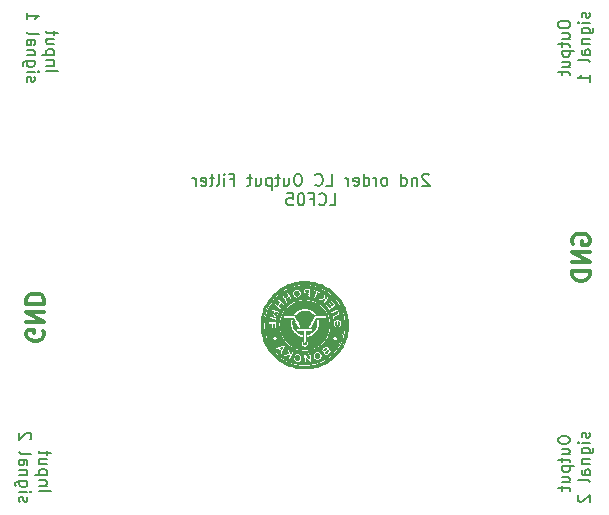
<source format=gbr>
G04 #@! TF.GenerationSoftware,KiCad,Pcbnew,(5.0.0)*
G04 #@! TF.CreationDate,2018-08-28T13:44:09+03:00*
G04 #@! TF.ProjectId,LCF05,4C434630352E6B696361645F70636200,rev?*
G04 #@! TF.SameCoordinates,Original*
G04 #@! TF.FileFunction,Legend,Bot*
G04 #@! TF.FilePolarity,Positive*
%FSLAX46Y46*%
G04 Gerber Fmt 4.6, Leading zero omitted, Abs format (unit mm)*
G04 Created by KiCad (PCBNEW (5.0.0)) date 08/28/18 13:44:09*
%MOMM*%
%LPD*%
G01*
G04 APERTURE LIST*
%ADD10C,0.300000*%
%ADD11C,0.150000*%
%ADD12C,0.010000*%
G04 APERTURE END LIST*
D10*
X170065000Y-64897142D02*
X169993571Y-64754285D01*
X169993571Y-64540000D01*
X170065000Y-64325714D01*
X170207857Y-64182857D01*
X170350714Y-64111428D01*
X170636428Y-64040000D01*
X170850714Y-64040000D01*
X171136428Y-64111428D01*
X171279285Y-64182857D01*
X171422142Y-64325714D01*
X171493571Y-64540000D01*
X171493571Y-64682857D01*
X171422142Y-64897142D01*
X171350714Y-64968571D01*
X170850714Y-64968571D01*
X170850714Y-64682857D01*
X171493571Y-65611428D02*
X169993571Y-65611428D01*
X171493571Y-66468571D01*
X169993571Y-66468571D01*
X171493571Y-67182857D02*
X169993571Y-67182857D01*
X169993571Y-67540000D01*
X170065000Y-67754285D01*
X170207857Y-67897142D01*
X170350714Y-67968571D01*
X170636428Y-68040000D01*
X170850714Y-68040000D01*
X171136428Y-67968571D01*
X171279285Y-67897142D01*
X171422142Y-67754285D01*
X171493571Y-67540000D01*
X171493571Y-67182857D01*
X125210000Y-72262857D02*
X125281428Y-72405714D01*
X125281428Y-72620000D01*
X125210000Y-72834285D01*
X125067142Y-72977142D01*
X124924285Y-73048571D01*
X124638571Y-73120000D01*
X124424285Y-73120000D01*
X124138571Y-73048571D01*
X123995714Y-72977142D01*
X123852857Y-72834285D01*
X123781428Y-72620000D01*
X123781428Y-72477142D01*
X123852857Y-72262857D01*
X123924285Y-72191428D01*
X124424285Y-72191428D01*
X124424285Y-72477142D01*
X123781428Y-71548571D02*
X125281428Y-71548571D01*
X123781428Y-70691428D01*
X125281428Y-70691428D01*
X123781428Y-69977142D02*
X125281428Y-69977142D01*
X125281428Y-69620000D01*
X125210000Y-69405714D01*
X125067142Y-69262857D01*
X124924285Y-69191428D01*
X124638571Y-69120000D01*
X124424285Y-69120000D01*
X124138571Y-69191428D01*
X123995714Y-69262857D01*
X123852857Y-69405714D01*
X123781428Y-69620000D01*
X123781428Y-69977142D01*
D11*
X124832619Y-85843809D02*
X125832619Y-85843809D01*
X125499285Y-85367619D02*
X124832619Y-85367619D01*
X125404047Y-85367619D02*
X125451666Y-85320000D01*
X125499285Y-85224761D01*
X125499285Y-85081904D01*
X125451666Y-84986666D01*
X125356428Y-84939047D01*
X124832619Y-84939047D01*
X125499285Y-84462857D02*
X124499285Y-84462857D01*
X125451666Y-84462857D02*
X125499285Y-84367619D01*
X125499285Y-84177142D01*
X125451666Y-84081904D01*
X125404047Y-84034285D01*
X125308809Y-83986666D01*
X125023095Y-83986666D01*
X124927857Y-84034285D01*
X124880238Y-84081904D01*
X124832619Y-84177142D01*
X124832619Y-84367619D01*
X124880238Y-84462857D01*
X125499285Y-83129523D02*
X124832619Y-83129523D01*
X125499285Y-83558095D02*
X124975476Y-83558095D01*
X124880238Y-83510476D01*
X124832619Y-83415238D01*
X124832619Y-83272380D01*
X124880238Y-83177142D01*
X124927857Y-83129523D01*
X125499285Y-82796190D02*
X125499285Y-82415238D01*
X125832619Y-82653333D02*
X124975476Y-82653333D01*
X124880238Y-82605714D01*
X124832619Y-82510476D01*
X124832619Y-82415238D01*
X123230238Y-86748571D02*
X123182619Y-86653333D01*
X123182619Y-86462857D01*
X123230238Y-86367619D01*
X123325476Y-86320000D01*
X123373095Y-86320000D01*
X123468333Y-86367619D01*
X123515952Y-86462857D01*
X123515952Y-86605714D01*
X123563571Y-86700952D01*
X123658809Y-86748571D01*
X123706428Y-86748571D01*
X123801666Y-86700952D01*
X123849285Y-86605714D01*
X123849285Y-86462857D01*
X123801666Y-86367619D01*
X123182619Y-85891428D02*
X123849285Y-85891428D01*
X124182619Y-85891428D02*
X124135000Y-85939047D01*
X124087380Y-85891428D01*
X124135000Y-85843809D01*
X124182619Y-85891428D01*
X124087380Y-85891428D01*
X123849285Y-84986666D02*
X123039761Y-84986666D01*
X122944523Y-85034285D01*
X122896904Y-85081904D01*
X122849285Y-85177142D01*
X122849285Y-85320000D01*
X122896904Y-85415238D01*
X123230238Y-84986666D02*
X123182619Y-85081904D01*
X123182619Y-85272380D01*
X123230238Y-85367619D01*
X123277857Y-85415238D01*
X123373095Y-85462857D01*
X123658809Y-85462857D01*
X123754047Y-85415238D01*
X123801666Y-85367619D01*
X123849285Y-85272380D01*
X123849285Y-85081904D01*
X123801666Y-84986666D01*
X123849285Y-84510476D02*
X123182619Y-84510476D01*
X123754047Y-84510476D02*
X123801666Y-84462857D01*
X123849285Y-84367619D01*
X123849285Y-84224761D01*
X123801666Y-84129523D01*
X123706428Y-84081904D01*
X123182619Y-84081904D01*
X123182619Y-83177142D02*
X123706428Y-83177142D01*
X123801666Y-83224761D01*
X123849285Y-83320000D01*
X123849285Y-83510476D01*
X123801666Y-83605714D01*
X123230238Y-83177142D02*
X123182619Y-83272380D01*
X123182619Y-83510476D01*
X123230238Y-83605714D01*
X123325476Y-83653333D01*
X123420714Y-83653333D01*
X123515952Y-83605714D01*
X123563571Y-83510476D01*
X123563571Y-83272380D01*
X123611190Y-83177142D01*
X123182619Y-82558095D02*
X123230238Y-82653333D01*
X123325476Y-82700952D01*
X124182619Y-82700952D01*
X124087380Y-81462857D02*
X124135000Y-81415238D01*
X124182619Y-81320000D01*
X124182619Y-81081904D01*
X124135000Y-80986666D01*
X124087380Y-80939047D01*
X123992142Y-80891428D01*
X123896904Y-80891428D01*
X123754047Y-80939047D01*
X123182619Y-81510476D01*
X123182619Y-80891428D01*
X168807380Y-81415238D02*
X168807380Y-81605714D01*
X168855000Y-81700952D01*
X168950238Y-81796190D01*
X169140714Y-81843809D01*
X169474047Y-81843809D01*
X169664523Y-81796190D01*
X169759761Y-81700952D01*
X169807380Y-81605714D01*
X169807380Y-81415238D01*
X169759761Y-81320000D01*
X169664523Y-81224761D01*
X169474047Y-81177142D01*
X169140714Y-81177142D01*
X168950238Y-81224761D01*
X168855000Y-81320000D01*
X168807380Y-81415238D01*
X169140714Y-82700952D02*
X169807380Y-82700952D01*
X169140714Y-82272380D02*
X169664523Y-82272380D01*
X169759761Y-82320000D01*
X169807380Y-82415238D01*
X169807380Y-82558095D01*
X169759761Y-82653333D01*
X169712142Y-82700952D01*
X169140714Y-83034285D02*
X169140714Y-83415238D01*
X168807380Y-83177142D02*
X169664523Y-83177142D01*
X169759761Y-83224761D01*
X169807380Y-83320000D01*
X169807380Y-83415238D01*
X169140714Y-83748571D02*
X170140714Y-83748571D01*
X169188333Y-83748571D02*
X169140714Y-83843809D01*
X169140714Y-84034285D01*
X169188333Y-84129523D01*
X169235952Y-84177142D01*
X169331190Y-84224761D01*
X169616904Y-84224761D01*
X169712142Y-84177142D01*
X169759761Y-84129523D01*
X169807380Y-84034285D01*
X169807380Y-83843809D01*
X169759761Y-83748571D01*
X169140714Y-85081904D02*
X169807380Y-85081904D01*
X169140714Y-84653333D02*
X169664523Y-84653333D01*
X169759761Y-84700952D01*
X169807380Y-84796190D01*
X169807380Y-84939047D01*
X169759761Y-85034285D01*
X169712142Y-85081904D01*
X169140714Y-85415238D02*
X169140714Y-85796190D01*
X168807380Y-85558095D02*
X169664523Y-85558095D01*
X169759761Y-85605714D01*
X169807380Y-85700952D01*
X169807380Y-85796190D01*
X171409761Y-80891428D02*
X171457380Y-80986666D01*
X171457380Y-81177142D01*
X171409761Y-81272380D01*
X171314523Y-81320000D01*
X171266904Y-81320000D01*
X171171666Y-81272380D01*
X171124047Y-81177142D01*
X171124047Y-81034285D01*
X171076428Y-80939047D01*
X170981190Y-80891428D01*
X170933571Y-80891428D01*
X170838333Y-80939047D01*
X170790714Y-81034285D01*
X170790714Y-81177142D01*
X170838333Y-81272380D01*
X171457380Y-81748571D02*
X170790714Y-81748571D01*
X170457380Y-81748571D02*
X170505000Y-81700952D01*
X170552619Y-81748571D01*
X170505000Y-81796190D01*
X170457380Y-81748571D01*
X170552619Y-81748571D01*
X170790714Y-82653333D02*
X171600238Y-82653333D01*
X171695476Y-82605714D01*
X171743095Y-82558095D01*
X171790714Y-82462857D01*
X171790714Y-82320000D01*
X171743095Y-82224761D01*
X171409761Y-82653333D02*
X171457380Y-82558095D01*
X171457380Y-82367619D01*
X171409761Y-82272380D01*
X171362142Y-82224761D01*
X171266904Y-82177142D01*
X170981190Y-82177142D01*
X170885952Y-82224761D01*
X170838333Y-82272380D01*
X170790714Y-82367619D01*
X170790714Y-82558095D01*
X170838333Y-82653333D01*
X170790714Y-83129523D02*
X171457380Y-83129523D01*
X170885952Y-83129523D02*
X170838333Y-83177142D01*
X170790714Y-83272380D01*
X170790714Y-83415238D01*
X170838333Y-83510476D01*
X170933571Y-83558095D01*
X171457380Y-83558095D01*
X171457380Y-84462857D02*
X170933571Y-84462857D01*
X170838333Y-84415238D01*
X170790714Y-84320000D01*
X170790714Y-84129523D01*
X170838333Y-84034285D01*
X171409761Y-84462857D02*
X171457380Y-84367619D01*
X171457380Y-84129523D01*
X171409761Y-84034285D01*
X171314523Y-83986666D01*
X171219285Y-83986666D01*
X171124047Y-84034285D01*
X171076428Y-84129523D01*
X171076428Y-84367619D01*
X171028809Y-84462857D01*
X171457380Y-85081904D02*
X171409761Y-84986666D01*
X171314523Y-84939047D01*
X170457380Y-84939047D01*
X170552619Y-86177142D02*
X170505000Y-86224761D01*
X170457380Y-86320000D01*
X170457380Y-86558095D01*
X170505000Y-86653333D01*
X170552619Y-86700952D01*
X170647857Y-86748571D01*
X170743095Y-86748571D01*
X170885952Y-86700952D01*
X171457380Y-86129523D01*
X171457380Y-86748571D01*
X168807380Y-46236190D02*
X168807380Y-46426666D01*
X168855000Y-46521904D01*
X168950238Y-46617142D01*
X169140714Y-46664761D01*
X169474047Y-46664761D01*
X169664523Y-46617142D01*
X169759761Y-46521904D01*
X169807380Y-46426666D01*
X169807380Y-46236190D01*
X169759761Y-46140952D01*
X169664523Y-46045714D01*
X169474047Y-45998095D01*
X169140714Y-45998095D01*
X168950238Y-46045714D01*
X168855000Y-46140952D01*
X168807380Y-46236190D01*
X169140714Y-47521904D02*
X169807380Y-47521904D01*
X169140714Y-47093333D02*
X169664523Y-47093333D01*
X169759761Y-47140952D01*
X169807380Y-47236190D01*
X169807380Y-47379047D01*
X169759761Y-47474285D01*
X169712142Y-47521904D01*
X169140714Y-47855238D02*
X169140714Y-48236190D01*
X168807380Y-47998095D02*
X169664523Y-47998095D01*
X169759761Y-48045714D01*
X169807380Y-48140952D01*
X169807380Y-48236190D01*
X169140714Y-48569523D02*
X170140714Y-48569523D01*
X169188333Y-48569523D02*
X169140714Y-48664761D01*
X169140714Y-48855238D01*
X169188333Y-48950476D01*
X169235952Y-48998095D01*
X169331190Y-49045714D01*
X169616904Y-49045714D01*
X169712142Y-48998095D01*
X169759761Y-48950476D01*
X169807380Y-48855238D01*
X169807380Y-48664761D01*
X169759761Y-48569523D01*
X169140714Y-49902857D02*
X169807380Y-49902857D01*
X169140714Y-49474285D02*
X169664523Y-49474285D01*
X169759761Y-49521904D01*
X169807380Y-49617142D01*
X169807380Y-49760000D01*
X169759761Y-49855238D01*
X169712142Y-49902857D01*
X169140714Y-50236190D02*
X169140714Y-50617142D01*
X168807380Y-50379047D02*
X169664523Y-50379047D01*
X169759761Y-50426666D01*
X169807380Y-50521904D01*
X169807380Y-50617142D01*
X171409761Y-45331428D02*
X171457380Y-45426666D01*
X171457380Y-45617142D01*
X171409761Y-45712380D01*
X171314523Y-45760000D01*
X171266904Y-45760000D01*
X171171666Y-45712380D01*
X171124047Y-45617142D01*
X171124047Y-45474285D01*
X171076428Y-45379047D01*
X170981190Y-45331428D01*
X170933571Y-45331428D01*
X170838333Y-45379047D01*
X170790714Y-45474285D01*
X170790714Y-45617142D01*
X170838333Y-45712380D01*
X171457380Y-46188571D02*
X170790714Y-46188571D01*
X170457380Y-46188571D02*
X170505000Y-46140952D01*
X170552619Y-46188571D01*
X170505000Y-46236190D01*
X170457380Y-46188571D01*
X170552619Y-46188571D01*
X170790714Y-47093333D02*
X171600238Y-47093333D01*
X171695476Y-47045714D01*
X171743095Y-46998095D01*
X171790714Y-46902857D01*
X171790714Y-46760000D01*
X171743095Y-46664761D01*
X171409761Y-47093333D02*
X171457380Y-46998095D01*
X171457380Y-46807619D01*
X171409761Y-46712380D01*
X171362142Y-46664761D01*
X171266904Y-46617142D01*
X170981190Y-46617142D01*
X170885952Y-46664761D01*
X170838333Y-46712380D01*
X170790714Y-46807619D01*
X170790714Y-46998095D01*
X170838333Y-47093333D01*
X170790714Y-47569523D02*
X171457380Y-47569523D01*
X170885952Y-47569523D02*
X170838333Y-47617142D01*
X170790714Y-47712380D01*
X170790714Y-47855238D01*
X170838333Y-47950476D01*
X170933571Y-47998095D01*
X171457380Y-47998095D01*
X171457380Y-48902857D02*
X170933571Y-48902857D01*
X170838333Y-48855238D01*
X170790714Y-48760000D01*
X170790714Y-48569523D01*
X170838333Y-48474285D01*
X171409761Y-48902857D02*
X171457380Y-48807619D01*
X171457380Y-48569523D01*
X171409761Y-48474285D01*
X171314523Y-48426666D01*
X171219285Y-48426666D01*
X171124047Y-48474285D01*
X171076428Y-48569523D01*
X171076428Y-48807619D01*
X171028809Y-48902857D01*
X171457380Y-49521904D02*
X171409761Y-49426666D01*
X171314523Y-49379047D01*
X170457380Y-49379047D01*
X171457380Y-51188571D02*
X171457380Y-50617142D01*
X171457380Y-50902857D02*
X170457380Y-50902857D01*
X170600238Y-50807619D01*
X170695476Y-50712380D01*
X170743095Y-50617142D01*
X125467619Y-50283809D02*
X126467619Y-50283809D01*
X126134285Y-49807619D02*
X125467619Y-49807619D01*
X126039047Y-49807619D02*
X126086666Y-49760000D01*
X126134285Y-49664761D01*
X126134285Y-49521904D01*
X126086666Y-49426666D01*
X125991428Y-49379047D01*
X125467619Y-49379047D01*
X126134285Y-48902857D02*
X125134285Y-48902857D01*
X126086666Y-48902857D02*
X126134285Y-48807619D01*
X126134285Y-48617142D01*
X126086666Y-48521904D01*
X126039047Y-48474285D01*
X125943809Y-48426666D01*
X125658095Y-48426666D01*
X125562857Y-48474285D01*
X125515238Y-48521904D01*
X125467619Y-48617142D01*
X125467619Y-48807619D01*
X125515238Y-48902857D01*
X126134285Y-47569523D02*
X125467619Y-47569523D01*
X126134285Y-47998095D02*
X125610476Y-47998095D01*
X125515238Y-47950476D01*
X125467619Y-47855238D01*
X125467619Y-47712380D01*
X125515238Y-47617142D01*
X125562857Y-47569523D01*
X126134285Y-47236190D02*
X126134285Y-46855238D01*
X126467619Y-47093333D02*
X125610476Y-47093333D01*
X125515238Y-47045714D01*
X125467619Y-46950476D01*
X125467619Y-46855238D01*
X123865238Y-51188571D02*
X123817619Y-51093333D01*
X123817619Y-50902857D01*
X123865238Y-50807619D01*
X123960476Y-50760000D01*
X124008095Y-50760000D01*
X124103333Y-50807619D01*
X124150952Y-50902857D01*
X124150952Y-51045714D01*
X124198571Y-51140952D01*
X124293809Y-51188571D01*
X124341428Y-51188571D01*
X124436666Y-51140952D01*
X124484285Y-51045714D01*
X124484285Y-50902857D01*
X124436666Y-50807619D01*
X123817619Y-50331428D02*
X124484285Y-50331428D01*
X124817619Y-50331428D02*
X124770000Y-50379047D01*
X124722380Y-50331428D01*
X124770000Y-50283809D01*
X124817619Y-50331428D01*
X124722380Y-50331428D01*
X124484285Y-49426666D02*
X123674761Y-49426666D01*
X123579523Y-49474285D01*
X123531904Y-49521904D01*
X123484285Y-49617142D01*
X123484285Y-49760000D01*
X123531904Y-49855238D01*
X123865238Y-49426666D02*
X123817619Y-49521904D01*
X123817619Y-49712380D01*
X123865238Y-49807619D01*
X123912857Y-49855238D01*
X124008095Y-49902857D01*
X124293809Y-49902857D01*
X124389047Y-49855238D01*
X124436666Y-49807619D01*
X124484285Y-49712380D01*
X124484285Y-49521904D01*
X124436666Y-49426666D01*
X124484285Y-48950476D02*
X123817619Y-48950476D01*
X124389047Y-48950476D02*
X124436666Y-48902857D01*
X124484285Y-48807619D01*
X124484285Y-48664761D01*
X124436666Y-48569523D01*
X124341428Y-48521904D01*
X123817619Y-48521904D01*
X123817619Y-47617142D02*
X124341428Y-47617142D01*
X124436666Y-47664761D01*
X124484285Y-47760000D01*
X124484285Y-47950476D01*
X124436666Y-48045714D01*
X123865238Y-47617142D02*
X123817619Y-47712380D01*
X123817619Y-47950476D01*
X123865238Y-48045714D01*
X123960476Y-48093333D01*
X124055714Y-48093333D01*
X124150952Y-48045714D01*
X124198571Y-47950476D01*
X124198571Y-47712380D01*
X124246190Y-47617142D01*
X123817619Y-46998095D02*
X123865238Y-47093333D01*
X123960476Y-47140952D01*
X124817619Y-47140952D01*
X123817619Y-45331428D02*
X123817619Y-45902857D01*
X123817619Y-45617142D02*
X124817619Y-45617142D01*
X124674761Y-45712380D01*
X124579523Y-45807619D01*
X124531904Y-45902857D01*
X157867690Y-59073019D02*
X157820071Y-59025400D01*
X157724833Y-58977780D01*
X157486738Y-58977780D01*
X157391500Y-59025400D01*
X157343880Y-59073019D01*
X157296261Y-59168257D01*
X157296261Y-59263495D01*
X157343880Y-59406352D01*
X157915309Y-59977780D01*
X157296261Y-59977780D01*
X156867690Y-59311114D02*
X156867690Y-59977780D01*
X156867690Y-59406352D02*
X156820071Y-59358733D01*
X156724833Y-59311114D01*
X156581976Y-59311114D01*
X156486738Y-59358733D01*
X156439119Y-59453971D01*
X156439119Y-59977780D01*
X155534357Y-59977780D02*
X155534357Y-58977780D01*
X155534357Y-59930161D02*
X155629595Y-59977780D01*
X155820071Y-59977780D01*
X155915309Y-59930161D01*
X155962928Y-59882542D01*
X156010547Y-59787304D01*
X156010547Y-59501590D01*
X155962928Y-59406352D01*
X155915309Y-59358733D01*
X155820071Y-59311114D01*
X155629595Y-59311114D01*
X155534357Y-59358733D01*
X154153404Y-59977780D02*
X154248642Y-59930161D01*
X154296261Y-59882542D01*
X154343880Y-59787304D01*
X154343880Y-59501590D01*
X154296261Y-59406352D01*
X154248642Y-59358733D01*
X154153404Y-59311114D01*
X154010547Y-59311114D01*
X153915309Y-59358733D01*
X153867690Y-59406352D01*
X153820071Y-59501590D01*
X153820071Y-59787304D01*
X153867690Y-59882542D01*
X153915309Y-59930161D01*
X154010547Y-59977780D01*
X154153404Y-59977780D01*
X153391500Y-59977780D02*
X153391500Y-59311114D01*
X153391500Y-59501590D02*
X153343880Y-59406352D01*
X153296261Y-59358733D01*
X153201023Y-59311114D01*
X153105785Y-59311114D01*
X152343880Y-59977780D02*
X152343880Y-58977780D01*
X152343880Y-59930161D02*
X152439119Y-59977780D01*
X152629595Y-59977780D01*
X152724833Y-59930161D01*
X152772452Y-59882542D01*
X152820071Y-59787304D01*
X152820071Y-59501590D01*
X152772452Y-59406352D01*
X152724833Y-59358733D01*
X152629595Y-59311114D01*
X152439119Y-59311114D01*
X152343880Y-59358733D01*
X151486738Y-59930161D02*
X151581976Y-59977780D01*
X151772452Y-59977780D01*
X151867690Y-59930161D01*
X151915309Y-59834923D01*
X151915309Y-59453971D01*
X151867690Y-59358733D01*
X151772452Y-59311114D01*
X151581976Y-59311114D01*
X151486738Y-59358733D01*
X151439119Y-59453971D01*
X151439119Y-59549209D01*
X151915309Y-59644447D01*
X151010547Y-59977780D02*
X151010547Y-59311114D01*
X151010547Y-59501590D02*
X150962928Y-59406352D01*
X150915309Y-59358733D01*
X150820071Y-59311114D01*
X150724833Y-59311114D01*
X149153404Y-59977780D02*
X149629595Y-59977780D01*
X149629595Y-58977780D01*
X148248642Y-59882542D02*
X148296261Y-59930161D01*
X148439119Y-59977780D01*
X148534357Y-59977780D01*
X148677214Y-59930161D01*
X148772452Y-59834923D01*
X148820071Y-59739685D01*
X148867690Y-59549209D01*
X148867690Y-59406352D01*
X148820071Y-59215876D01*
X148772452Y-59120638D01*
X148677214Y-59025400D01*
X148534357Y-58977780D01*
X148439119Y-58977780D01*
X148296261Y-59025400D01*
X148248642Y-59073019D01*
X146867690Y-58977780D02*
X146677214Y-58977780D01*
X146581976Y-59025400D01*
X146486738Y-59120638D01*
X146439119Y-59311114D01*
X146439119Y-59644447D01*
X146486738Y-59834923D01*
X146581976Y-59930161D01*
X146677214Y-59977780D01*
X146867690Y-59977780D01*
X146962928Y-59930161D01*
X147058166Y-59834923D01*
X147105785Y-59644447D01*
X147105785Y-59311114D01*
X147058166Y-59120638D01*
X146962928Y-59025400D01*
X146867690Y-58977780D01*
X145581976Y-59311114D02*
X145581976Y-59977780D01*
X146010547Y-59311114D02*
X146010547Y-59834923D01*
X145962928Y-59930161D01*
X145867690Y-59977780D01*
X145724833Y-59977780D01*
X145629595Y-59930161D01*
X145581976Y-59882542D01*
X145248642Y-59311114D02*
X144867690Y-59311114D01*
X145105785Y-58977780D02*
X145105785Y-59834923D01*
X145058166Y-59930161D01*
X144962928Y-59977780D01*
X144867690Y-59977780D01*
X144534357Y-59311114D02*
X144534357Y-60311114D01*
X144534357Y-59358733D02*
X144439119Y-59311114D01*
X144248642Y-59311114D01*
X144153404Y-59358733D01*
X144105785Y-59406352D01*
X144058166Y-59501590D01*
X144058166Y-59787304D01*
X144105785Y-59882542D01*
X144153404Y-59930161D01*
X144248642Y-59977780D01*
X144439119Y-59977780D01*
X144534357Y-59930161D01*
X143201023Y-59311114D02*
X143201023Y-59977780D01*
X143629595Y-59311114D02*
X143629595Y-59834923D01*
X143581976Y-59930161D01*
X143486738Y-59977780D01*
X143343880Y-59977780D01*
X143248642Y-59930161D01*
X143201023Y-59882542D01*
X142867690Y-59311114D02*
X142486738Y-59311114D01*
X142724833Y-58977780D02*
X142724833Y-59834923D01*
X142677214Y-59930161D01*
X142581976Y-59977780D01*
X142486738Y-59977780D01*
X141058166Y-59453971D02*
X141391500Y-59453971D01*
X141391500Y-59977780D02*
X141391500Y-58977780D01*
X140915309Y-58977780D01*
X140534357Y-59977780D02*
X140534357Y-59311114D01*
X140534357Y-58977780D02*
X140581976Y-59025400D01*
X140534357Y-59073019D01*
X140486738Y-59025400D01*
X140534357Y-58977780D01*
X140534357Y-59073019D01*
X139915309Y-59977780D02*
X140010547Y-59930161D01*
X140058166Y-59834923D01*
X140058166Y-58977780D01*
X139677214Y-59311114D02*
X139296261Y-59311114D01*
X139534357Y-58977780D02*
X139534357Y-59834923D01*
X139486738Y-59930161D01*
X139391500Y-59977780D01*
X139296261Y-59977780D01*
X138581976Y-59930161D02*
X138677214Y-59977780D01*
X138867690Y-59977780D01*
X138962928Y-59930161D01*
X139010547Y-59834923D01*
X139010547Y-59453971D01*
X138962928Y-59358733D01*
X138867690Y-59311114D01*
X138677214Y-59311114D01*
X138581976Y-59358733D01*
X138534357Y-59453971D01*
X138534357Y-59549209D01*
X139010547Y-59644447D01*
X138105785Y-59977780D02*
X138105785Y-59311114D01*
X138105785Y-59501590D02*
X138058166Y-59406352D01*
X138010547Y-59358733D01*
X137915309Y-59311114D01*
X137820071Y-59311114D01*
X149462928Y-61627780D02*
X149939119Y-61627780D01*
X149939119Y-60627780D01*
X148558166Y-61532542D02*
X148605785Y-61580161D01*
X148748642Y-61627780D01*
X148843880Y-61627780D01*
X148986738Y-61580161D01*
X149081976Y-61484923D01*
X149129595Y-61389685D01*
X149177214Y-61199209D01*
X149177214Y-61056352D01*
X149129595Y-60865876D01*
X149081976Y-60770638D01*
X148986738Y-60675400D01*
X148843880Y-60627780D01*
X148748642Y-60627780D01*
X148605785Y-60675400D01*
X148558166Y-60723019D01*
X147796261Y-61103971D02*
X148129595Y-61103971D01*
X148129595Y-61627780D02*
X148129595Y-60627780D01*
X147653404Y-60627780D01*
X147081976Y-60627780D02*
X146986738Y-60627780D01*
X146891500Y-60675400D01*
X146843880Y-60723019D01*
X146796261Y-60818257D01*
X146748642Y-61008733D01*
X146748642Y-61246828D01*
X146796261Y-61437304D01*
X146843880Y-61532542D01*
X146891500Y-61580161D01*
X146986738Y-61627780D01*
X147081976Y-61627780D01*
X147177214Y-61580161D01*
X147224833Y-61532542D01*
X147272452Y-61437304D01*
X147320071Y-61246828D01*
X147320071Y-61008733D01*
X147272452Y-60818257D01*
X147224833Y-60723019D01*
X147177214Y-60675400D01*
X147081976Y-60627780D01*
X145843880Y-60627780D02*
X146320071Y-60627780D01*
X146367690Y-61103971D01*
X146320071Y-61056352D01*
X146224833Y-61008733D01*
X145986738Y-61008733D01*
X145891500Y-61056352D01*
X145843880Y-61103971D01*
X145796261Y-61199209D01*
X145796261Y-61437304D01*
X145843880Y-61532542D01*
X145891500Y-61580161D01*
X145986738Y-61627780D01*
X146224833Y-61627780D01*
X146320071Y-61580161D01*
X146367690Y-61532542D01*
D12*
G04 #@! TO.C,G\002A\002A\002A*
G36*
X147424656Y-68809834D02*
X147410377Y-68812116D01*
X147398899Y-68815877D01*
X147394707Y-68817752D01*
X147373441Y-68833829D01*
X147361453Y-68855452D01*
X147358591Y-68879664D01*
X147364700Y-68903507D01*
X147379627Y-68924024D01*
X147400917Y-68937380D01*
X147417688Y-68941916D01*
X147443085Y-68946230D01*
X147473040Y-68949704D01*
X147491648Y-68951138D01*
X147521724Y-68953147D01*
X147549075Y-68955286D01*
X147569923Y-68957244D01*
X147578059Y-68958251D01*
X147597992Y-68961311D01*
X147602588Y-68890963D01*
X147604140Y-68862386D01*
X147604832Y-68838733D01*
X147604624Y-68822719D01*
X147603705Y-68817137D01*
X147596442Y-68815672D01*
X147578841Y-68814007D01*
X147553258Y-68812315D01*
X147522051Y-68810766D01*
X147508978Y-68810243D01*
X147471488Y-68809060D01*
X147444203Y-68808870D01*
X147424656Y-68809834D01*
X147424656Y-68809834D01*
G37*
X147424656Y-68809834D02*
X147410377Y-68812116D01*
X147398899Y-68815877D01*
X147394707Y-68817752D01*
X147373441Y-68833829D01*
X147361453Y-68855452D01*
X147358591Y-68879664D01*
X147364700Y-68903507D01*
X147379627Y-68924024D01*
X147400917Y-68937380D01*
X147417688Y-68941916D01*
X147443085Y-68946230D01*
X147473040Y-68949704D01*
X147491648Y-68951138D01*
X147521724Y-68953147D01*
X147549075Y-68955286D01*
X147569923Y-68957244D01*
X147578059Y-68958251D01*
X147597992Y-68961311D01*
X147602588Y-68890963D01*
X147604140Y-68862386D01*
X147604832Y-68838733D01*
X147604624Y-68822719D01*
X147603705Y-68817137D01*
X147596442Y-68815672D01*
X147578841Y-68814007D01*
X147553258Y-68812315D01*
X147522051Y-68810766D01*
X147508978Y-68810243D01*
X147471488Y-68809060D01*
X147444203Y-68808870D01*
X147424656Y-68809834D01*
G36*
X146578573Y-68884691D02*
X146547446Y-68897533D01*
X146510438Y-68920480D01*
X146483782Y-68948503D01*
X146466607Y-68983103D01*
X146458042Y-69025784D01*
X146456679Y-69053993D01*
X146461089Y-69108090D01*
X146474376Y-69157929D01*
X146495595Y-69201939D01*
X146523805Y-69238550D01*
X146558064Y-69266192D01*
X146593648Y-69282210D01*
X146621464Y-69288885D01*
X146646481Y-69290218D01*
X146673386Y-69285956D01*
X146705927Y-69276167D01*
X146749495Y-69255659D01*
X146783515Y-69226917D01*
X146808435Y-69189539D01*
X146812399Y-69180917D01*
X146819236Y-69162957D01*
X146823042Y-69145885D01*
X146824325Y-69125478D01*
X146823591Y-69097511D01*
X146823250Y-69090693D01*
X146815544Y-69034073D01*
X146799361Y-68984914D01*
X146775671Y-68943896D01*
X146745445Y-68911698D01*
X146709652Y-68888999D01*
X146669263Y-68876479D01*
X146625246Y-68874817D01*
X146578573Y-68884691D01*
X146578573Y-68884691D01*
G37*
X146578573Y-68884691D02*
X146547446Y-68897533D01*
X146510438Y-68920480D01*
X146483782Y-68948503D01*
X146466607Y-68983103D01*
X146458042Y-69025784D01*
X146456679Y-69053993D01*
X146461089Y-69108090D01*
X146474376Y-69157929D01*
X146495595Y-69201939D01*
X146523805Y-69238550D01*
X146558064Y-69266192D01*
X146593648Y-69282210D01*
X146621464Y-69288885D01*
X146646481Y-69290218D01*
X146673386Y-69285956D01*
X146705927Y-69276167D01*
X146749495Y-69255659D01*
X146783515Y-69226917D01*
X146808435Y-69189539D01*
X146812399Y-69180917D01*
X146819236Y-69162957D01*
X146823042Y-69145885D01*
X146824325Y-69125478D01*
X146823591Y-69097511D01*
X146823250Y-69090693D01*
X146815544Y-69034073D01*
X146799361Y-68984914D01*
X146775671Y-68943896D01*
X146745445Y-68911698D01*
X146709652Y-68888999D01*
X146669263Y-68876479D01*
X146625246Y-68874817D01*
X146578573Y-68884691D01*
G36*
X144799667Y-70737116D02*
X144785238Y-70780852D01*
X144776949Y-70815071D01*
X144774930Y-70841443D01*
X144779310Y-70861637D01*
X144790218Y-70877325D01*
X144807783Y-70890175D01*
X144811651Y-70892310D01*
X144839104Y-70902783D01*
X144862581Y-70901897D01*
X144884248Y-70889409D01*
X144890621Y-70883462D01*
X144902293Y-70868705D01*
X144913772Y-70847441D01*
X144926114Y-70817489D01*
X144935964Y-70789800D01*
X144945355Y-70761440D01*
X144952703Y-70737676D01*
X144957294Y-70720937D01*
X144958412Y-70713656D01*
X144958377Y-70713600D01*
X144951735Y-70710302D01*
X144935662Y-70703825D01*
X144912719Y-70695167D01*
X144890791Y-70687219D01*
X144825684Y-70664014D01*
X144799667Y-70737116D01*
X144799667Y-70737116D01*
G37*
X144799667Y-70737116D02*
X144785238Y-70780852D01*
X144776949Y-70815071D01*
X144774930Y-70841443D01*
X144779310Y-70861637D01*
X144790218Y-70877325D01*
X144807783Y-70890175D01*
X144811651Y-70892310D01*
X144839104Y-70902783D01*
X144862581Y-70901897D01*
X144884248Y-70889409D01*
X144890621Y-70883462D01*
X144902293Y-70868705D01*
X144913772Y-70847441D01*
X144926114Y-70817489D01*
X144935964Y-70789800D01*
X144945355Y-70761440D01*
X144952703Y-70737676D01*
X144957294Y-70720937D01*
X144958412Y-70713656D01*
X144958377Y-70713600D01*
X144951735Y-70710302D01*
X144935662Y-70703825D01*
X144912719Y-70695167D01*
X144890791Y-70687219D01*
X144825684Y-70664014D01*
X144799667Y-70737116D01*
G36*
X147245203Y-69695508D02*
X147183196Y-69697086D01*
X147127749Y-69700093D01*
X147075804Y-69704825D01*
X147024307Y-69711579D01*
X146970200Y-69720650D01*
X146910426Y-69732334D01*
X146891918Y-69736185D01*
X146736706Y-69775206D01*
X146586163Y-69825763D01*
X146440820Y-69887387D01*
X146301211Y-69959604D01*
X146167866Y-70041946D01*
X146041319Y-70133939D01*
X145922103Y-70235114D01*
X145810750Y-70344999D01*
X145707792Y-70463123D01*
X145613761Y-70589015D01*
X145529191Y-70722204D01*
X145454614Y-70862219D01*
X145390562Y-71008588D01*
X145360083Y-71091425D01*
X145314401Y-71243631D01*
X145280753Y-71399043D01*
X145259167Y-71556720D01*
X145249673Y-71715724D01*
X145252300Y-71875113D01*
X145267077Y-72033948D01*
X145294033Y-72191290D01*
X145322389Y-72308218D01*
X145369701Y-72457411D01*
X145428796Y-72603584D01*
X145498934Y-72745350D01*
X145579380Y-72881322D01*
X145669395Y-73010112D01*
X145745504Y-73104375D01*
X145773970Y-73136138D01*
X145808953Y-73173096D01*
X145848125Y-73212966D01*
X145889157Y-73253462D01*
X145929719Y-73292301D01*
X145967484Y-73327199D01*
X146000121Y-73355872D01*
X146011900Y-73365639D01*
X146143205Y-73463874D01*
X146280304Y-73550834D01*
X146422951Y-73626413D01*
X146570897Y-73690503D01*
X146723893Y-73743000D01*
X146881690Y-73783797D01*
X147044040Y-73812788D01*
X147066455Y-73815812D01*
X147103427Y-73819600D01*
X147149887Y-73822807D01*
X147202901Y-73825369D01*
X147259534Y-73827222D01*
X147316852Y-73828302D01*
X147371920Y-73828544D01*
X147421806Y-73827883D01*
X147463575Y-73826256D01*
X147481925Y-73824935D01*
X147645347Y-73804149D01*
X147804813Y-73771527D01*
X147959835Y-73727335D01*
X148109927Y-73671839D01*
X148254602Y-73605306D01*
X148393374Y-73528003D01*
X148438506Y-73498067D01*
X147681950Y-73498067D01*
X147676086Y-73499108D01*
X147660404Y-73500508D01*
X147637775Y-73502029D01*
X147626388Y-73502674D01*
X147576609Y-73508458D01*
X147530055Y-73520905D01*
X147484565Y-73541040D01*
X147437978Y-73569884D01*
X147388133Y-73608462D01*
X147369942Y-73624080D01*
X147316825Y-73670676D01*
X147275550Y-73632848D01*
X147250674Y-73611179D01*
X147223287Y-73589063D01*
X147198849Y-73570887D01*
X147196296Y-73569126D01*
X147143926Y-73537689D01*
X147093511Y-73516784D01*
X147041948Y-73505294D01*
X147011204Y-73502546D01*
X146953233Y-73499802D01*
X146980667Y-73448138D01*
X147001402Y-73405948D01*
X147016618Y-73366585D01*
X147027052Y-73326738D01*
X147033443Y-73283095D01*
X147036529Y-73232343D01*
X147037110Y-73194887D01*
X147037425Y-73094899D01*
X147099338Y-73094874D01*
X147161250Y-73094850D01*
X147161250Y-73179776D01*
X147162052Y-73226089D01*
X147164514Y-73260844D01*
X147168725Y-73285085D01*
X147170530Y-73291002D01*
X147189801Y-73328699D01*
X147216892Y-73358251D01*
X147249763Y-73379184D01*
X147286374Y-73391023D01*
X147324685Y-73393296D01*
X147362656Y-73385527D01*
X147398247Y-73367244D01*
X147419719Y-73348904D01*
X147435213Y-73331688D01*
X147446566Y-73314982D01*
X147454478Y-73296305D01*
X147459647Y-73273175D01*
X147462775Y-73243113D01*
X147464560Y-73203638D01*
X147464965Y-73188512D01*
X147467215Y-73094850D01*
X147596674Y-73094850D01*
X147594151Y-73157685D01*
X147595322Y-73232404D01*
X147604516Y-73304676D01*
X147621196Y-73372034D01*
X147644828Y-73432012D01*
X147659500Y-73459156D01*
X147670707Y-73477985D01*
X147678753Y-73491923D01*
X147681947Y-73498035D01*
X147681950Y-73498067D01*
X148438506Y-73498067D01*
X148525756Y-73440196D01*
X148651260Y-73342153D01*
X148769402Y-73234139D01*
X148879692Y-73116421D01*
X148963687Y-73013159D01*
X149055602Y-72882237D01*
X149137046Y-72744519D01*
X149207681Y-72600873D01*
X149267163Y-72452164D01*
X149315153Y-72299259D01*
X149351309Y-72143026D01*
X149375290Y-71984329D01*
X149377715Y-71961375D01*
X149381010Y-71917806D01*
X149383302Y-71865253D01*
X149384592Y-71807020D01*
X149384879Y-71746409D01*
X149384161Y-71686724D01*
X149382440Y-71631269D01*
X149379713Y-71583347D01*
X149377778Y-71561325D01*
X149374631Y-71539100D01*
X148543570Y-71539100D01*
X148543142Y-71653384D01*
X148533426Y-71761401D01*
X148514041Y-71865936D01*
X148484605Y-71969775D01*
X148484534Y-71969989D01*
X148439872Y-72084969D01*
X148384448Y-72193860D01*
X148318956Y-72296058D01*
X148244090Y-72390960D01*
X148160542Y-72477960D01*
X148069005Y-72556455D01*
X147970174Y-72625840D01*
X147864740Y-72685513D01*
X147753398Y-72734868D01*
X147636840Y-72773301D01*
X147535900Y-72796611D01*
X147509487Y-72801524D01*
X147487850Y-72805490D01*
X147473976Y-72807964D01*
X147470663Y-72808501D01*
X147469154Y-72802698D01*
X147468035Y-72786236D01*
X147467364Y-72761153D01*
X147467202Y-72729485D01*
X147467488Y-72700232D01*
X147469225Y-72591364D01*
X147523200Y-72580389D01*
X147626313Y-72553055D01*
X147726369Y-72514035D01*
X147822271Y-72464191D01*
X147912921Y-72404384D01*
X147997220Y-72335476D01*
X148074071Y-72258329D01*
X148142376Y-72173805D01*
X148155167Y-72153953D01*
X148044008Y-72153953D01*
X148040911Y-72185812D01*
X148027765Y-72215792D01*
X148011166Y-72235403D01*
X148003396Y-72241818D01*
X147994511Y-72247157D01*
X147983337Y-72251520D01*
X147968702Y-72255002D01*
X147949433Y-72257703D01*
X147924357Y-72259720D01*
X147892301Y-72261151D01*
X147852092Y-72262093D01*
X147802557Y-72262644D01*
X147742523Y-72262902D01*
X147680363Y-72262964D01*
X147415250Y-72263000D01*
X147415250Y-72756754D01*
X147415169Y-72850411D01*
X147414931Y-72936279D01*
X147414543Y-73013771D01*
X147414011Y-73082300D01*
X147413343Y-73141276D01*
X147412547Y-73190113D01*
X147411628Y-73228221D01*
X147410595Y-73255015D01*
X147409454Y-73269904D01*
X147409026Y-73272213D01*
X147398544Y-73294319D01*
X147381708Y-73315968D01*
X147362609Y-73332307D01*
X147354925Y-73336407D01*
X147331290Y-73341497D01*
X147302671Y-73341173D01*
X147275379Y-73335825D01*
X147262910Y-73330718D01*
X147243931Y-73315551D01*
X147227716Y-73293848D01*
X147226496Y-73291619D01*
X147212050Y-73264302D01*
X147212050Y-72808842D01*
X147161549Y-72808842D01*
X147140762Y-72805138D01*
X147125462Y-72802298D01*
X147101672Y-72797753D01*
X147073361Y-72792266D01*
X147058055Y-72789270D01*
X146967733Y-72766909D01*
X146874588Y-72735140D01*
X146782553Y-72695305D01*
X146781603Y-72694847D01*
X146670664Y-72634463D01*
X146567885Y-72564530D01*
X146473649Y-72485542D01*
X146388339Y-72397992D01*
X146312336Y-72302370D01*
X146246024Y-72199170D01*
X146189786Y-72088884D01*
X146144003Y-71972005D01*
X146109059Y-71849023D01*
X146102965Y-71821675D01*
X146097349Y-71794417D01*
X146093074Y-71770849D01*
X146089957Y-71748528D01*
X146087815Y-71725012D01*
X146086464Y-71697857D01*
X146085721Y-71664622D01*
X146085403Y-71622863D01*
X146085335Y-71586725D01*
X146085575Y-71529287D01*
X146086590Y-71481758D01*
X146088680Y-71441357D01*
X146092142Y-71405300D01*
X146097277Y-71370805D01*
X146104382Y-71335091D01*
X146113757Y-71295376D01*
X146118766Y-71275575D01*
X146130168Y-71231125D01*
X146215497Y-71229407D01*
X146300825Y-71227690D01*
X146336165Y-71290884D01*
X146323735Y-71340379D01*
X146302893Y-71449150D01*
X146294343Y-71559467D01*
X146297970Y-71670159D01*
X146313660Y-71780058D01*
X146341297Y-71887992D01*
X146380768Y-71992793D01*
X146389558Y-72012175D01*
X146427538Y-72086521D01*
X146469480Y-72153962D01*
X146517924Y-72218149D01*
X146575405Y-72282736D01*
X146583029Y-72290685D01*
X146665029Y-72367030D01*
X146753670Y-72433504D01*
X146847878Y-72489507D01*
X146946577Y-72534439D01*
X147048691Y-72567697D01*
X147099947Y-72579610D01*
X147158075Y-72591348D01*
X147161549Y-72808842D01*
X147212050Y-72808842D01*
X147212050Y-72263000D01*
X146946938Y-72262848D01*
X146889135Y-72262679D01*
X146834484Y-72262260D01*
X146784469Y-72261621D01*
X146740576Y-72260793D01*
X146704290Y-72259805D01*
X146677096Y-72258689D01*
X146660480Y-72257474D01*
X146656963Y-72256930D01*
X146634306Y-72247395D01*
X146612134Y-72231109D01*
X146609653Y-72228715D01*
X146596877Y-72214569D01*
X146589716Y-72201287D01*
X146586164Y-72183854D01*
X146584746Y-72166370D01*
X146584099Y-72142176D01*
X146586480Y-72125521D01*
X146592898Y-72111405D01*
X146597132Y-72104895D01*
X146612864Y-72087341D01*
X146631770Y-72072867D01*
X146634101Y-72071557D01*
X146638101Y-72069663D01*
X146643047Y-72067984D01*
X146649683Y-72066508D01*
X146658755Y-72065220D01*
X146671005Y-72064109D01*
X146687179Y-72063162D01*
X146708019Y-72062366D01*
X146734272Y-72061709D01*
X146766679Y-72061177D01*
X146805987Y-72060757D01*
X146852938Y-72060438D01*
X146908277Y-72060206D01*
X146972748Y-72060048D01*
X147047096Y-72059953D01*
X147132064Y-72059906D01*
X147228396Y-72059895D01*
X147313551Y-72059904D01*
X147970875Y-72060008D01*
X147995614Y-72074191D01*
X148021098Y-72095434D01*
X148037316Y-72122924D01*
X148044008Y-72153953D01*
X148155167Y-72153953D01*
X148201036Y-72082766D01*
X148231673Y-72024280D01*
X148273942Y-71923105D01*
X148304249Y-71820113D01*
X148322925Y-71713828D01*
X148330302Y-71602773D01*
X148330456Y-71583550D01*
X148329256Y-71533408D01*
X148325887Y-71481941D01*
X148320699Y-71431983D01*
X148314038Y-71386367D01*
X148306254Y-71347929D01*
X148298171Y-71320736D01*
X148295175Y-71308455D01*
X148297192Y-71295908D01*
X148305192Y-71278685D01*
X148308959Y-71271850D01*
X148326475Y-71240662D01*
X148413104Y-71240656D01*
X148499732Y-71240650D01*
X148510096Y-71283512D01*
X148523394Y-71344063D01*
X148532900Y-71401540D01*
X148539260Y-71460884D01*
X148543123Y-71527039D01*
X148543570Y-71539100D01*
X149374631Y-71539100D01*
X149354709Y-71398434D01*
X149319800Y-71239822D01*
X149276717Y-71097183D01*
X149177686Y-71097183D01*
X149169334Y-71127649D01*
X149150545Y-71158139D01*
X149124539Y-71179487D01*
X149089902Y-71192653D01*
X149068054Y-71196581D01*
X149053650Y-71197625D01*
X149027869Y-71198614D01*
X148992038Y-71199526D01*
X148947481Y-71200344D01*
X148895521Y-71201047D01*
X148837484Y-71201618D01*
X148774695Y-71202037D01*
X148708476Y-71202284D01*
X148668385Y-71202342D01*
X148311795Y-71202550D01*
X147850225Y-72008890D01*
X147548065Y-72009000D01*
X147550850Y-72004237D01*
X146983399Y-72004237D01*
X146977616Y-72006597D01*
X146962364Y-72008301D01*
X146940869Y-72008997D01*
X146939548Y-72009000D01*
X146895645Y-72009000D01*
X146641506Y-71750978D01*
X146587547Y-71696173D01*
X146541855Y-71649675D01*
X146503774Y-71610755D01*
X146472649Y-71578682D01*
X146447825Y-71552726D01*
X146428646Y-71532157D01*
X146414456Y-71516244D01*
X146404600Y-71504259D01*
X146398423Y-71495470D01*
X146395268Y-71489147D01*
X146394481Y-71484561D01*
X146395406Y-71480980D01*
X146396854Y-71478477D01*
X146405294Y-71468866D01*
X146415837Y-71467292D01*
X146426566Y-71469799D01*
X146444845Y-71473673D01*
X146462875Y-71475416D01*
X146476558Y-71474865D01*
X146481800Y-71471979D01*
X146478736Y-71465726D01*
X146470112Y-71450019D01*
X146456783Y-71426365D01*
X146439603Y-71396270D01*
X146419428Y-71361243D01*
X146400838Y-71329191D01*
X146319875Y-71190025D01*
X145948400Y-71189798D01*
X145870076Y-71189731D01*
X145803426Y-71189612D01*
X145747422Y-71189411D01*
X145701038Y-71189095D01*
X145663249Y-71188635D01*
X145633026Y-71187998D01*
X145609344Y-71187153D01*
X145591176Y-71186070D01*
X145577495Y-71184716D01*
X145567275Y-71183061D01*
X145559489Y-71181073D01*
X145553111Y-71178722D01*
X145550788Y-71177701D01*
X145520972Y-71157970D01*
X145500129Y-71131484D01*
X145488439Y-71100648D01*
X145486083Y-71067871D01*
X145493239Y-71035558D01*
X145510087Y-71006117D01*
X145536209Y-70982348D01*
X145563289Y-70964425D01*
X146465659Y-70964425D01*
X146578700Y-71154925D01*
X146605338Y-71199814D01*
X146630066Y-71241479D01*
X146652100Y-71278599D01*
X146670654Y-71309851D01*
X146684943Y-71333914D01*
X146694184Y-71349466D01*
X146697449Y-71354950D01*
X146703126Y-71357621D01*
X146709331Y-71348198D01*
X146715847Y-71327263D01*
X146722458Y-71295400D01*
X146724929Y-71280680D01*
X146729239Y-71256595D01*
X146733520Y-71242249D01*
X146739085Y-71234751D01*
X146747251Y-71231209D01*
X146747452Y-71231158D01*
X146760136Y-71229278D01*
X146765625Y-71230257D01*
X146767749Y-71236644D01*
X146772924Y-71254001D01*
X146780794Y-71281066D01*
X146791005Y-71316574D01*
X146803200Y-71359264D01*
X146817025Y-71407870D01*
X146832123Y-71461130D01*
X146848139Y-71517780D01*
X146864718Y-71576557D01*
X146881504Y-71636196D01*
X146898142Y-71695435D01*
X146914276Y-71753010D01*
X146929550Y-71807658D01*
X146943610Y-71858114D01*
X146956099Y-71903116D01*
X146966662Y-71941400D01*
X146974943Y-71971703D01*
X146980588Y-71992760D01*
X146983240Y-72003309D01*
X146983399Y-72004237D01*
X147550850Y-72004237D01*
X147565703Y-71978837D01*
X147571505Y-71968960D01*
X147583265Y-71948979D01*
X147600491Y-71919732D01*
X147622688Y-71882054D01*
X147649365Y-71836783D01*
X147680029Y-71784753D01*
X147714186Y-71726803D01*
X147751344Y-71663767D01*
X147791009Y-71596483D01*
X147832689Y-71525787D01*
X147873512Y-71456550D01*
X148163683Y-70964425D01*
X148626079Y-70964425D01*
X148713776Y-70964431D01*
X148789679Y-70964467D01*
X148854696Y-70964557D01*
X148909736Y-70964725D01*
X148955704Y-70964997D01*
X148993508Y-70965397D01*
X149024055Y-70965949D01*
X149048252Y-70966679D01*
X149067007Y-70967611D01*
X149081227Y-70968770D01*
X149091818Y-70970180D01*
X149099689Y-70971866D01*
X149105746Y-70973852D01*
X149110897Y-70976164D01*
X149113875Y-70977690D01*
X149143513Y-70999624D01*
X149164681Y-71028618D01*
X149176399Y-71062022D01*
X149177686Y-71097183D01*
X149276717Y-71097183D01*
X149273314Y-71085919D01*
X149215515Y-70937155D01*
X149210140Y-70925976D01*
X148355050Y-70925976D01*
X148349046Y-70927136D01*
X148332410Y-70928136D01*
X148307214Y-70928906D01*
X148275525Y-70929380D01*
X148247875Y-70929500D01*
X148208622Y-70929568D01*
X148180123Y-70929929D01*
X148160432Y-70930821D01*
X148147601Y-70932477D01*
X148139685Y-70935134D01*
X148134738Y-70939028D01*
X148131324Y-70943619D01*
X148127504Y-70948640D01*
X148123277Y-70950630D01*
X148117188Y-70948519D01*
X148107785Y-70941231D01*
X148093612Y-70927695D01*
X148073216Y-70906837D01*
X148053113Y-70885903D01*
X147975776Y-70811838D01*
X147896175Y-70749066D01*
X147812434Y-70696185D01*
X147767675Y-70672646D01*
X147662139Y-70626789D01*
X147556524Y-70593486D01*
X147450019Y-70572610D01*
X147341812Y-70564036D01*
X147231091Y-70567639D01*
X147151725Y-70577328D01*
X147041893Y-70600924D01*
X146936348Y-70636362D01*
X146835605Y-70683356D01*
X146740180Y-70741619D01*
X146650588Y-70810868D01*
X146567343Y-70890815D01*
X146548063Y-70911903D01*
X146504312Y-70960982D01*
X146494760Y-70945241D01*
X146485209Y-70929500D01*
X146378201Y-70929500D01*
X146336750Y-70929145D01*
X146304940Y-70928115D01*
X146283673Y-70926465D01*
X146273855Y-70924248D01*
X146273309Y-70923280D01*
X146280313Y-70909966D01*
X146294193Y-70889217D01*
X146313359Y-70863064D01*
X146336220Y-70833535D01*
X146361185Y-70802662D01*
X146386663Y-70772475D01*
X146411063Y-70745004D01*
X146422920Y-70732339D01*
X146514928Y-70645121D01*
X146613330Y-70568795D01*
X146717874Y-70503511D01*
X146828304Y-70449417D01*
X146944367Y-70406661D01*
X147014295Y-70387084D01*
X147057284Y-70376747D01*
X147094510Y-70368848D01*
X147128914Y-70363071D01*
X147163436Y-70359099D01*
X147201015Y-70356615D01*
X147244590Y-70355302D01*
X147297103Y-70354843D01*
X147313650Y-70354825D01*
X147374321Y-70355326D01*
X147426150Y-70356795D01*
X147467956Y-70359178D01*
X147498555Y-70362423D01*
X147504150Y-70363333D01*
X147631408Y-70392081D01*
X147752400Y-70431653D01*
X147866824Y-70481879D01*
X147974379Y-70542585D01*
X148074761Y-70613602D01*
X148167668Y-70694756D01*
X148252797Y-70785876D01*
X148257230Y-70791152D01*
X148278154Y-70816875D01*
X148299198Y-70843918D01*
X148318855Y-70870207D01*
X148335620Y-70893667D01*
X148347989Y-70912222D01*
X148354454Y-70923798D01*
X148355050Y-70925976D01*
X149210140Y-70925976D01*
X149146665Y-70793961D01*
X149067028Y-70656768D01*
X148976867Y-70526007D01*
X148876446Y-70402108D01*
X148766027Y-70285502D01*
X148645874Y-70176620D01*
X148516250Y-70075892D01*
X148436565Y-70021202D01*
X148349994Y-69968536D01*
X148254198Y-69917453D01*
X148152655Y-69869531D01*
X148048840Y-69826352D01*
X147946229Y-69789493D01*
X147885150Y-69770626D01*
X147792334Y-69745912D01*
X147703288Y-69726610D01*
X147614829Y-69712298D01*
X147523775Y-69702553D01*
X147426941Y-69696951D01*
X147321145Y-69695069D01*
X147316825Y-69695065D01*
X147245203Y-69695508D01*
X147245203Y-69695508D01*
G37*
X147245203Y-69695508D02*
X147183196Y-69697086D01*
X147127749Y-69700093D01*
X147075804Y-69704825D01*
X147024307Y-69711579D01*
X146970200Y-69720650D01*
X146910426Y-69732334D01*
X146891918Y-69736185D01*
X146736706Y-69775206D01*
X146586163Y-69825763D01*
X146440820Y-69887387D01*
X146301211Y-69959604D01*
X146167866Y-70041946D01*
X146041319Y-70133939D01*
X145922103Y-70235114D01*
X145810750Y-70344999D01*
X145707792Y-70463123D01*
X145613761Y-70589015D01*
X145529191Y-70722204D01*
X145454614Y-70862219D01*
X145390562Y-71008588D01*
X145360083Y-71091425D01*
X145314401Y-71243631D01*
X145280753Y-71399043D01*
X145259167Y-71556720D01*
X145249673Y-71715724D01*
X145252300Y-71875113D01*
X145267077Y-72033948D01*
X145294033Y-72191290D01*
X145322389Y-72308218D01*
X145369701Y-72457411D01*
X145428796Y-72603584D01*
X145498934Y-72745350D01*
X145579380Y-72881322D01*
X145669395Y-73010112D01*
X145745504Y-73104375D01*
X145773970Y-73136138D01*
X145808953Y-73173096D01*
X145848125Y-73212966D01*
X145889157Y-73253462D01*
X145929719Y-73292301D01*
X145967484Y-73327199D01*
X146000121Y-73355872D01*
X146011900Y-73365639D01*
X146143205Y-73463874D01*
X146280304Y-73550834D01*
X146422951Y-73626413D01*
X146570897Y-73690503D01*
X146723893Y-73743000D01*
X146881690Y-73783797D01*
X147044040Y-73812788D01*
X147066455Y-73815812D01*
X147103427Y-73819600D01*
X147149887Y-73822807D01*
X147202901Y-73825369D01*
X147259534Y-73827222D01*
X147316852Y-73828302D01*
X147371920Y-73828544D01*
X147421806Y-73827883D01*
X147463575Y-73826256D01*
X147481925Y-73824935D01*
X147645347Y-73804149D01*
X147804813Y-73771527D01*
X147959835Y-73727335D01*
X148109927Y-73671839D01*
X148254602Y-73605306D01*
X148393374Y-73528003D01*
X148438506Y-73498067D01*
X147681950Y-73498067D01*
X147676086Y-73499108D01*
X147660404Y-73500508D01*
X147637775Y-73502029D01*
X147626388Y-73502674D01*
X147576609Y-73508458D01*
X147530055Y-73520905D01*
X147484565Y-73541040D01*
X147437978Y-73569884D01*
X147388133Y-73608462D01*
X147369942Y-73624080D01*
X147316825Y-73670676D01*
X147275550Y-73632848D01*
X147250674Y-73611179D01*
X147223287Y-73589063D01*
X147198849Y-73570887D01*
X147196296Y-73569126D01*
X147143926Y-73537689D01*
X147093511Y-73516784D01*
X147041948Y-73505294D01*
X147011204Y-73502546D01*
X146953233Y-73499802D01*
X146980667Y-73448138D01*
X147001402Y-73405948D01*
X147016618Y-73366585D01*
X147027052Y-73326738D01*
X147033443Y-73283095D01*
X147036529Y-73232343D01*
X147037110Y-73194887D01*
X147037425Y-73094899D01*
X147099338Y-73094874D01*
X147161250Y-73094850D01*
X147161250Y-73179776D01*
X147162052Y-73226089D01*
X147164514Y-73260844D01*
X147168725Y-73285085D01*
X147170530Y-73291002D01*
X147189801Y-73328699D01*
X147216892Y-73358251D01*
X147249763Y-73379184D01*
X147286374Y-73391023D01*
X147324685Y-73393296D01*
X147362656Y-73385527D01*
X147398247Y-73367244D01*
X147419719Y-73348904D01*
X147435213Y-73331688D01*
X147446566Y-73314982D01*
X147454478Y-73296305D01*
X147459647Y-73273175D01*
X147462775Y-73243113D01*
X147464560Y-73203638D01*
X147464965Y-73188512D01*
X147467215Y-73094850D01*
X147596674Y-73094850D01*
X147594151Y-73157685D01*
X147595322Y-73232404D01*
X147604516Y-73304676D01*
X147621196Y-73372034D01*
X147644828Y-73432012D01*
X147659500Y-73459156D01*
X147670707Y-73477985D01*
X147678753Y-73491923D01*
X147681947Y-73498035D01*
X147681950Y-73498067D01*
X148438506Y-73498067D01*
X148525756Y-73440196D01*
X148651260Y-73342153D01*
X148769402Y-73234139D01*
X148879692Y-73116421D01*
X148963687Y-73013159D01*
X149055602Y-72882237D01*
X149137046Y-72744519D01*
X149207681Y-72600873D01*
X149267163Y-72452164D01*
X149315153Y-72299259D01*
X149351309Y-72143026D01*
X149375290Y-71984329D01*
X149377715Y-71961375D01*
X149381010Y-71917806D01*
X149383302Y-71865253D01*
X149384592Y-71807020D01*
X149384879Y-71746409D01*
X149384161Y-71686724D01*
X149382440Y-71631269D01*
X149379713Y-71583347D01*
X149377778Y-71561325D01*
X149374631Y-71539100D01*
X148543570Y-71539100D01*
X148543142Y-71653384D01*
X148533426Y-71761401D01*
X148514041Y-71865936D01*
X148484605Y-71969775D01*
X148484534Y-71969989D01*
X148439872Y-72084969D01*
X148384448Y-72193860D01*
X148318956Y-72296058D01*
X148244090Y-72390960D01*
X148160542Y-72477960D01*
X148069005Y-72556455D01*
X147970174Y-72625840D01*
X147864740Y-72685513D01*
X147753398Y-72734868D01*
X147636840Y-72773301D01*
X147535900Y-72796611D01*
X147509487Y-72801524D01*
X147487850Y-72805490D01*
X147473976Y-72807964D01*
X147470663Y-72808501D01*
X147469154Y-72802698D01*
X147468035Y-72786236D01*
X147467364Y-72761153D01*
X147467202Y-72729485D01*
X147467488Y-72700232D01*
X147469225Y-72591364D01*
X147523200Y-72580389D01*
X147626313Y-72553055D01*
X147726369Y-72514035D01*
X147822271Y-72464191D01*
X147912921Y-72404384D01*
X147997220Y-72335476D01*
X148074071Y-72258329D01*
X148142376Y-72173805D01*
X148155167Y-72153953D01*
X148044008Y-72153953D01*
X148040911Y-72185812D01*
X148027765Y-72215792D01*
X148011166Y-72235403D01*
X148003396Y-72241818D01*
X147994511Y-72247157D01*
X147983337Y-72251520D01*
X147968702Y-72255002D01*
X147949433Y-72257703D01*
X147924357Y-72259720D01*
X147892301Y-72261151D01*
X147852092Y-72262093D01*
X147802557Y-72262644D01*
X147742523Y-72262902D01*
X147680363Y-72262964D01*
X147415250Y-72263000D01*
X147415250Y-72756754D01*
X147415169Y-72850411D01*
X147414931Y-72936279D01*
X147414543Y-73013771D01*
X147414011Y-73082300D01*
X147413343Y-73141276D01*
X147412547Y-73190113D01*
X147411628Y-73228221D01*
X147410595Y-73255015D01*
X147409454Y-73269904D01*
X147409026Y-73272213D01*
X147398544Y-73294319D01*
X147381708Y-73315968D01*
X147362609Y-73332307D01*
X147354925Y-73336407D01*
X147331290Y-73341497D01*
X147302671Y-73341173D01*
X147275379Y-73335825D01*
X147262910Y-73330718D01*
X147243931Y-73315551D01*
X147227716Y-73293848D01*
X147226496Y-73291619D01*
X147212050Y-73264302D01*
X147212050Y-72808842D01*
X147161549Y-72808842D01*
X147140762Y-72805138D01*
X147125462Y-72802298D01*
X147101672Y-72797753D01*
X147073361Y-72792266D01*
X147058055Y-72789270D01*
X146967733Y-72766909D01*
X146874588Y-72735140D01*
X146782553Y-72695305D01*
X146781603Y-72694847D01*
X146670664Y-72634463D01*
X146567885Y-72564530D01*
X146473649Y-72485542D01*
X146388339Y-72397992D01*
X146312336Y-72302370D01*
X146246024Y-72199170D01*
X146189786Y-72088884D01*
X146144003Y-71972005D01*
X146109059Y-71849023D01*
X146102965Y-71821675D01*
X146097349Y-71794417D01*
X146093074Y-71770849D01*
X146089957Y-71748528D01*
X146087815Y-71725012D01*
X146086464Y-71697857D01*
X146085721Y-71664622D01*
X146085403Y-71622863D01*
X146085335Y-71586725D01*
X146085575Y-71529287D01*
X146086590Y-71481758D01*
X146088680Y-71441357D01*
X146092142Y-71405300D01*
X146097277Y-71370805D01*
X146104382Y-71335091D01*
X146113757Y-71295376D01*
X146118766Y-71275575D01*
X146130168Y-71231125D01*
X146215497Y-71229407D01*
X146300825Y-71227690D01*
X146336165Y-71290884D01*
X146323735Y-71340379D01*
X146302893Y-71449150D01*
X146294343Y-71559467D01*
X146297970Y-71670159D01*
X146313660Y-71780058D01*
X146341297Y-71887992D01*
X146380768Y-71992793D01*
X146389558Y-72012175D01*
X146427538Y-72086521D01*
X146469480Y-72153962D01*
X146517924Y-72218149D01*
X146575405Y-72282736D01*
X146583029Y-72290685D01*
X146665029Y-72367030D01*
X146753670Y-72433504D01*
X146847878Y-72489507D01*
X146946577Y-72534439D01*
X147048691Y-72567697D01*
X147099947Y-72579610D01*
X147158075Y-72591348D01*
X147161549Y-72808842D01*
X147212050Y-72808842D01*
X147212050Y-72263000D01*
X146946938Y-72262848D01*
X146889135Y-72262679D01*
X146834484Y-72262260D01*
X146784469Y-72261621D01*
X146740576Y-72260793D01*
X146704290Y-72259805D01*
X146677096Y-72258689D01*
X146660480Y-72257474D01*
X146656963Y-72256930D01*
X146634306Y-72247395D01*
X146612134Y-72231109D01*
X146609653Y-72228715D01*
X146596877Y-72214569D01*
X146589716Y-72201287D01*
X146586164Y-72183854D01*
X146584746Y-72166370D01*
X146584099Y-72142176D01*
X146586480Y-72125521D01*
X146592898Y-72111405D01*
X146597132Y-72104895D01*
X146612864Y-72087341D01*
X146631770Y-72072867D01*
X146634101Y-72071557D01*
X146638101Y-72069663D01*
X146643047Y-72067984D01*
X146649683Y-72066508D01*
X146658755Y-72065220D01*
X146671005Y-72064109D01*
X146687179Y-72063162D01*
X146708019Y-72062366D01*
X146734272Y-72061709D01*
X146766679Y-72061177D01*
X146805987Y-72060757D01*
X146852938Y-72060438D01*
X146908277Y-72060206D01*
X146972748Y-72060048D01*
X147047096Y-72059953D01*
X147132064Y-72059906D01*
X147228396Y-72059895D01*
X147313551Y-72059904D01*
X147970875Y-72060008D01*
X147995614Y-72074191D01*
X148021098Y-72095434D01*
X148037316Y-72122924D01*
X148044008Y-72153953D01*
X148155167Y-72153953D01*
X148201036Y-72082766D01*
X148231673Y-72024280D01*
X148273942Y-71923105D01*
X148304249Y-71820113D01*
X148322925Y-71713828D01*
X148330302Y-71602773D01*
X148330456Y-71583550D01*
X148329256Y-71533408D01*
X148325887Y-71481941D01*
X148320699Y-71431983D01*
X148314038Y-71386367D01*
X148306254Y-71347929D01*
X148298171Y-71320736D01*
X148295175Y-71308455D01*
X148297192Y-71295908D01*
X148305192Y-71278685D01*
X148308959Y-71271850D01*
X148326475Y-71240662D01*
X148413104Y-71240656D01*
X148499732Y-71240650D01*
X148510096Y-71283512D01*
X148523394Y-71344063D01*
X148532900Y-71401540D01*
X148539260Y-71460884D01*
X148543123Y-71527039D01*
X148543570Y-71539100D01*
X149374631Y-71539100D01*
X149354709Y-71398434D01*
X149319800Y-71239822D01*
X149276717Y-71097183D01*
X149177686Y-71097183D01*
X149169334Y-71127649D01*
X149150545Y-71158139D01*
X149124539Y-71179487D01*
X149089902Y-71192653D01*
X149068054Y-71196581D01*
X149053650Y-71197625D01*
X149027869Y-71198614D01*
X148992038Y-71199526D01*
X148947481Y-71200344D01*
X148895521Y-71201047D01*
X148837484Y-71201618D01*
X148774695Y-71202037D01*
X148708476Y-71202284D01*
X148668385Y-71202342D01*
X148311795Y-71202550D01*
X147850225Y-72008890D01*
X147548065Y-72009000D01*
X147550850Y-72004237D01*
X146983399Y-72004237D01*
X146977616Y-72006597D01*
X146962364Y-72008301D01*
X146940869Y-72008997D01*
X146939548Y-72009000D01*
X146895645Y-72009000D01*
X146641506Y-71750978D01*
X146587547Y-71696173D01*
X146541855Y-71649675D01*
X146503774Y-71610755D01*
X146472649Y-71578682D01*
X146447825Y-71552726D01*
X146428646Y-71532157D01*
X146414456Y-71516244D01*
X146404600Y-71504259D01*
X146398423Y-71495470D01*
X146395268Y-71489147D01*
X146394481Y-71484561D01*
X146395406Y-71480980D01*
X146396854Y-71478477D01*
X146405294Y-71468866D01*
X146415837Y-71467292D01*
X146426566Y-71469799D01*
X146444845Y-71473673D01*
X146462875Y-71475416D01*
X146476558Y-71474865D01*
X146481800Y-71471979D01*
X146478736Y-71465726D01*
X146470112Y-71450019D01*
X146456783Y-71426365D01*
X146439603Y-71396270D01*
X146419428Y-71361243D01*
X146400838Y-71329191D01*
X146319875Y-71190025D01*
X145948400Y-71189798D01*
X145870076Y-71189731D01*
X145803426Y-71189612D01*
X145747422Y-71189411D01*
X145701038Y-71189095D01*
X145663249Y-71188635D01*
X145633026Y-71187998D01*
X145609344Y-71187153D01*
X145591176Y-71186070D01*
X145577495Y-71184716D01*
X145567275Y-71183061D01*
X145559489Y-71181073D01*
X145553111Y-71178722D01*
X145550788Y-71177701D01*
X145520972Y-71157970D01*
X145500129Y-71131484D01*
X145488439Y-71100648D01*
X145486083Y-71067871D01*
X145493239Y-71035558D01*
X145510087Y-71006117D01*
X145536209Y-70982348D01*
X145563289Y-70964425D01*
X146465659Y-70964425D01*
X146578700Y-71154925D01*
X146605338Y-71199814D01*
X146630066Y-71241479D01*
X146652100Y-71278599D01*
X146670654Y-71309851D01*
X146684943Y-71333914D01*
X146694184Y-71349466D01*
X146697449Y-71354950D01*
X146703126Y-71357621D01*
X146709331Y-71348198D01*
X146715847Y-71327263D01*
X146722458Y-71295400D01*
X146724929Y-71280680D01*
X146729239Y-71256595D01*
X146733520Y-71242249D01*
X146739085Y-71234751D01*
X146747251Y-71231209D01*
X146747452Y-71231158D01*
X146760136Y-71229278D01*
X146765625Y-71230257D01*
X146767749Y-71236644D01*
X146772924Y-71254001D01*
X146780794Y-71281066D01*
X146791005Y-71316574D01*
X146803200Y-71359264D01*
X146817025Y-71407870D01*
X146832123Y-71461130D01*
X146848139Y-71517780D01*
X146864718Y-71576557D01*
X146881504Y-71636196D01*
X146898142Y-71695435D01*
X146914276Y-71753010D01*
X146929550Y-71807658D01*
X146943610Y-71858114D01*
X146956099Y-71903116D01*
X146966662Y-71941400D01*
X146974943Y-71971703D01*
X146980588Y-71992760D01*
X146983240Y-72003309D01*
X146983399Y-72004237D01*
X147550850Y-72004237D01*
X147565703Y-71978837D01*
X147571505Y-71968960D01*
X147583265Y-71948979D01*
X147600491Y-71919732D01*
X147622688Y-71882054D01*
X147649365Y-71836783D01*
X147680029Y-71784753D01*
X147714186Y-71726803D01*
X147751344Y-71663767D01*
X147791009Y-71596483D01*
X147832689Y-71525787D01*
X147873512Y-71456550D01*
X148163683Y-70964425D01*
X148626079Y-70964425D01*
X148713776Y-70964431D01*
X148789679Y-70964467D01*
X148854696Y-70964557D01*
X148909736Y-70964725D01*
X148955704Y-70964997D01*
X148993508Y-70965397D01*
X149024055Y-70965949D01*
X149048252Y-70966679D01*
X149067007Y-70967611D01*
X149081227Y-70968770D01*
X149091818Y-70970180D01*
X149099689Y-70971866D01*
X149105746Y-70973852D01*
X149110897Y-70976164D01*
X149113875Y-70977690D01*
X149143513Y-70999624D01*
X149164681Y-71028618D01*
X149176399Y-71062022D01*
X149177686Y-71097183D01*
X149276717Y-71097183D01*
X149273314Y-71085919D01*
X149215515Y-70937155D01*
X149210140Y-70925976D01*
X148355050Y-70925976D01*
X148349046Y-70927136D01*
X148332410Y-70928136D01*
X148307214Y-70928906D01*
X148275525Y-70929380D01*
X148247875Y-70929500D01*
X148208622Y-70929568D01*
X148180123Y-70929929D01*
X148160432Y-70930821D01*
X148147601Y-70932477D01*
X148139685Y-70935134D01*
X148134738Y-70939028D01*
X148131324Y-70943619D01*
X148127504Y-70948640D01*
X148123277Y-70950630D01*
X148117188Y-70948519D01*
X148107785Y-70941231D01*
X148093612Y-70927695D01*
X148073216Y-70906837D01*
X148053113Y-70885903D01*
X147975776Y-70811838D01*
X147896175Y-70749066D01*
X147812434Y-70696185D01*
X147767675Y-70672646D01*
X147662139Y-70626789D01*
X147556524Y-70593486D01*
X147450019Y-70572610D01*
X147341812Y-70564036D01*
X147231091Y-70567639D01*
X147151725Y-70577328D01*
X147041893Y-70600924D01*
X146936348Y-70636362D01*
X146835605Y-70683356D01*
X146740180Y-70741619D01*
X146650588Y-70810868D01*
X146567343Y-70890815D01*
X146548063Y-70911903D01*
X146504312Y-70960982D01*
X146494760Y-70945241D01*
X146485209Y-70929500D01*
X146378201Y-70929500D01*
X146336750Y-70929145D01*
X146304940Y-70928115D01*
X146283673Y-70926465D01*
X146273855Y-70924248D01*
X146273309Y-70923280D01*
X146280313Y-70909966D01*
X146294193Y-70889217D01*
X146313359Y-70863064D01*
X146336220Y-70833535D01*
X146361185Y-70802662D01*
X146386663Y-70772475D01*
X146411063Y-70745004D01*
X146422920Y-70732339D01*
X146514928Y-70645121D01*
X146613330Y-70568795D01*
X146717874Y-70503511D01*
X146828304Y-70449417D01*
X146944367Y-70406661D01*
X147014295Y-70387084D01*
X147057284Y-70376747D01*
X147094510Y-70368848D01*
X147128914Y-70363071D01*
X147163436Y-70359099D01*
X147201015Y-70356615D01*
X147244590Y-70355302D01*
X147297103Y-70354843D01*
X147313650Y-70354825D01*
X147374321Y-70355326D01*
X147426150Y-70356795D01*
X147467956Y-70359178D01*
X147498555Y-70362423D01*
X147504150Y-70363333D01*
X147631408Y-70392081D01*
X147752400Y-70431653D01*
X147866824Y-70481879D01*
X147974379Y-70542585D01*
X148074761Y-70613602D01*
X148167668Y-70694756D01*
X148252797Y-70785876D01*
X148257230Y-70791152D01*
X148278154Y-70816875D01*
X148299198Y-70843918D01*
X148318855Y-70870207D01*
X148335620Y-70893667D01*
X148347989Y-70912222D01*
X148354454Y-70923798D01*
X148355050Y-70925976D01*
X149210140Y-70925976D01*
X149146665Y-70793961D01*
X149067028Y-70656768D01*
X148976867Y-70526007D01*
X148876446Y-70402108D01*
X148766027Y-70285502D01*
X148645874Y-70176620D01*
X148516250Y-70075892D01*
X148436565Y-70021202D01*
X148349994Y-69968536D01*
X148254198Y-69917453D01*
X148152655Y-69869531D01*
X148048840Y-69826352D01*
X147946229Y-69789493D01*
X147885150Y-69770626D01*
X147792334Y-69745912D01*
X147703288Y-69726610D01*
X147614829Y-69712298D01*
X147523775Y-69702553D01*
X147426941Y-69696951D01*
X147321145Y-69695069D01*
X147316825Y-69695065D01*
X147245203Y-69695508D01*
G36*
X145407255Y-73664164D02*
X145392346Y-73669587D01*
X145371520Y-73677706D01*
X145347646Y-73687346D01*
X145323593Y-73697330D01*
X145302231Y-73706485D01*
X145286427Y-73713634D01*
X145279052Y-73717603D01*
X145278984Y-73717667D01*
X145281289Y-73723524D01*
X145290165Y-73735769D01*
X145303273Y-73751741D01*
X145318270Y-73768780D01*
X145332816Y-73784226D01*
X145344570Y-73795419D01*
X145351170Y-73799700D01*
X145355495Y-73794226D01*
X145363550Y-73779343D01*
X145374165Y-73757356D01*
X145385563Y-73731966D01*
X145396976Y-73705276D01*
X145406039Y-73683250D01*
X145411810Y-73668239D01*
X145413379Y-73662611D01*
X145407255Y-73664164D01*
X145407255Y-73664164D01*
G37*
X145407255Y-73664164D02*
X145392346Y-73669587D01*
X145371520Y-73677706D01*
X145347646Y-73687346D01*
X145323593Y-73697330D01*
X145302231Y-73706485D01*
X145286427Y-73713634D01*
X145279052Y-73717603D01*
X145278984Y-73717667D01*
X145281289Y-73723524D01*
X145290165Y-73735769D01*
X145303273Y-73751741D01*
X145318270Y-73768780D01*
X145332816Y-73784226D01*
X145344570Y-73795419D01*
X145351170Y-73799700D01*
X145355495Y-73794226D01*
X145363550Y-73779343D01*
X145374165Y-73757356D01*
X145385563Y-73731966D01*
X145396976Y-73705276D01*
X145406039Y-73683250D01*
X145411810Y-73668239D01*
X145413379Y-73662611D01*
X145407255Y-73664164D01*
G36*
X149075625Y-73711866D02*
X149057182Y-73727006D01*
X149034610Y-73746639D01*
X149010179Y-73768680D01*
X148986160Y-73791046D01*
X148964825Y-73811650D01*
X148948444Y-73828410D01*
X148939290Y-73839239D01*
X148938904Y-73839843D01*
X148929372Y-73857813D01*
X148928008Y-73871019D01*
X148935205Y-73884742D01*
X148942990Y-73894462D01*
X148960825Y-73909400D01*
X148981092Y-73913294D01*
X149005745Y-73906335D01*
X149015450Y-73901542D01*
X149028357Y-73893190D01*
X149046922Y-73879360D01*
X149069014Y-73861856D01*
X149092498Y-73842480D01*
X149115243Y-73823035D01*
X149135114Y-73805324D01*
X149149978Y-73791149D01*
X149157703Y-73782314D01*
X149158325Y-73780797D01*
X149154390Y-73771779D01*
X149144238Y-73757618D01*
X149130347Y-73741034D01*
X149115196Y-73724746D01*
X149101265Y-73711471D01*
X149091032Y-73703929D01*
X149087666Y-73703304D01*
X149075625Y-73711866D01*
X149075625Y-73711866D01*
G37*
X149075625Y-73711866D02*
X149057182Y-73727006D01*
X149034610Y-73746639D01*
X149010179Y-73768680D01*
X148986160Y-73791046D01*
X148964825Y-73811650D01*
X148948444Y-73828410D01*
X148939290Y-73839239D01*
X148938904Y-73839843D01*
X148929372Y-73857813D01*
X148928008Y-73871019D01*
X148935205Y-73884742D01*
X148942990Y-73894462D01*
X148960825Y-73909400D01*
X148981092Y-73913294D01*
X149005745Y-73906335D01*
X149015450Y-73901542D01*
X149028357Y-73893190D01*
X149046922Y-73879360D01*
X149069014Y-73861856D01*
X149092498Y-73842480D01*
X149115243Y-73823035D01*
X149135114Y-73805324D01*
X149149978Y-73791149D01*
X149157703Y-73782314D01*
X149158325Y-73780797D01*
X149154390Y-73771779D01*
X149144238Y-73757618D01*
X149130347Y-73741034D01*
X149115196Y-73724746D01*
X149101265Y-73711471D01*
X149091032Y-73703929D01*
X149087666Y-73703304D01*
X149075625Y-73711866D01*
G36*
X149192590Y-73950236D02*
X149151096Y-73986836D01*
X149119477Y-74017293D01*
X149097151Y-74042673D01*
X149083535Y-74064039D01*
X149078049Y-74082455D01*
X149080108Y-74098987D01*
X149089132Y-74114698D01*
X149097512Y-74124038D01*
X149120209Y-74139005D01*
X149146321Y-74141820D01*
X149176018Y-74132496D01*
X149180550Y-74130181D01*
X149193349Y-74121788D01*
X149213268Y-74106865D01*
X149237911Y-74087287D01*
X149264877Y-74064928D01*
X149274311Y-74056886D01*
X149345846Y-73995449D01*
X149327050Y-73972187D01*
X149311569Y-73953465D01*
X149293137Y-73931764D01*
X149283766Y-73920956D01*
X149259279Y-73892987D01*
X149192590Y-73950236D01*
X149192590Y-73950236D01*
G37*
X149192590Y-73950236D02*
X149151096Y-73986836D01*
X149119477Y-74017293D01*
X149097151Y-74042673D01*
X149083535Y-74064039D01*
X149078049Y-74082455D01*
X149080108Y-74098987D01*
X149089132Y-74114698D01*
X149097512Y-74124038D01*
X149120209Y-74139005D01*
X149146321Y-74141820D01*
X149176018Y-74132496D01*
X149180550Y-74130181D01*
X149193349Y-74121788D01*
X149213268Y-74106865D01*
X149237911Y-74087287D01*
X149264877Y-74064928D01*
X149274311Y-74056886D01*
X149345846Y-73995449D01*
X149327050Y-73972187D01*
X149311569Y-73953465D01*
X149293137Y-73931764D01*
X149283766Y-73920956D01*
X149259279Y-73892987D01*
X149192590Y-73950236D01*
G36*
X148363145Y-74159008D02*
X148343278Y-74161461D01*
X148325650Y-74167108D01*
X148305038Y-74177227D01*
X148297900Y-74181101D01*
X148258266Y-74209048D01*
X148229669Y-74243174D01*
X148212296Y-74283062D01*
X148206330Y-74328300D01*
X148211402Y-74375884D01*
X148226697Y-74427356D01*
X148249395Y-74473591D01*
X148278131Y-74512581D01*
X148311541Y-74542320D01*
X148333046Y-74554786D01*
X148368093Y-74565233D01*
X148408665Y-74567557D01*
X148450540Y-74561776D01*
X148475087Y-74554211D01*
X148510424Y-74535100D01*
X148541770Y-74507790D01*
X148565669Y-74475639D01*
X148573995Y-74458151D01*
X148581071Y-74427363D01*
X148582724Y-74389548D01*
X148579182Y-74349054D01*
X148570671Y-74310228D01*
X148565489Y-74295000D01*
X148544413Y-74252991D01*
X148516260Y-74215176D01*
X148483912Y-74185208D01*
X148472909Y-74177725D01*
X148455554Y-74167838D01*
X148440209Y-74162047D01*
X148422305Y-74159288D01*
X148397275Y-74158492D01*
X148390473Y-74158475D01*
X148363145Y-74159008D01*
X148363145Y-74159008D01*
G37*
X148363145Y-74159008D02*
X148343278Y-74161461D01*
X148325650Y-74167108D01*
X148305038Y-74177227D01*
X148297900Y-74181101D01*
X148258266Y-74209048D01*
X148229669Y-74243174D01*
X148212296Y-74283062D01*
X148206330Y-74328300D01*
X148211402Y-74375884D01*
X148226697Y-74427356D01*
X148249395Y-74473591D01*
X148278131Y-74512581D01*
X148311541Y-74542320D01*
X148333046Y-74554786D01*
X148368093Y-74565233D01*
X148408665Y-74567557D01*
X148450540Y-74561776D01*
X148475087Y-74554211D01*
X148510424Y-74535100D01*
X148541770Y-74507790D01*
X148565669Y-74475639D01*
X148573995Y-74458151D01*
X148581071Y-74427363D01*
X148582724Y-74389548D01*
X148579182Y-74349054D01*
X148570671Y-74310228D01*
X148565489Y-74295000D01*
X148544413Y-74252991D01*
X148516260Y-74215176D01*
X148483912Y-74185208D01*
X148472909Y-74177725D01*
X148455554Y-74167838D01*
X148440209Y-74162047D01*
X148422305Y-74159288D01*
X148397275Y-74158492D01*
X148390473Y-74158475D01*
X148363145Y-74159008D01*
G36*
X147646282Y-74202342D02*
X147638213Y-74208630D01*
X147616282Y-74222439D01*
X147585245Y-74234117D01*
X147548603Y-74243045D01*
X147509861Y-74248603D01*
X147472520Y-74250173D01*
X147440083Y-74247137D01*
X147431483Y-74245139D01*
X147415599Y-74241124D01*
X147406117Y-74239471D01*
X147405116Y-74239609D01*
X147408682Y-74244588D01*
X147419152Y-74258117D01*
X147435456Y-74278859D01*
X147456524Y-74305479D01*
X147481289Y-74336639D01*
X147508680Y-74371005D01*
X147537629Y-74407240D01*
X147567066Y-74444008D01*
X147595921Y-74479972D01*
X147623127Y-74513798D01*
X147647612Y-74544148D01*
X147668309Y-74569687D01*
X147684148Y-74589078D01*
X147694060Y-74600986D01*
X147696702Y-74603968D01*
X147698838Y-74601871D01*
X147697983Y-74590751D01*
X147697821Y-74589811D01*
X147696395Y-74579901D01*
X147693735Y-74559650D01*
X147690077Y-74530970D01*
X147685654Y-74495775D01*
X147680702Y-74455980D01*
X147675455Y-74413498D01*
X147670149Y-74370242D01*
X147665017Y-74328126D01*
X147660295Y-74289065D01*
X147656218Y-74254971D01*
X147653020Y-74227758D01*
X147650936Y-74209340D01*
X147650200Y-74201651D01*
X147646282Y-74202342D01*
X147646282Y-74202342D01*
G37*
X147646282Y-74202342D02*
X147638213Y-74208630D01*
X147616282Y-74222439D01*
X147585245Y-74234117D01*
X147548603Y-74243045D01*
X147509861Y-74248603D01*
X147472520Y-74250173D01*
X147440083Y-74247137D01*
X147431483Y-74245139D01*
X147415599Y-74241124D01*
X147406117Y-74239471D01*
X147405116Y-74239609D01*
X147408682Y-74244588D01*
X147419152Y-74258117D01*
X147435456Y-74278859D01*
X147456524Y-74305479D01*
X147481289Y-74336639D01*
X147508680Y-74371005D01*
X147537629Y-74407240D01*
X147567066Y-74444008D01*
X147595921Y-74479972D01*
X147623127Y-74513798D01*
X147647612Y-74544148D01*
X147668309Y-74569687D01*
X147684148Y-74589078D01*
X147694060Y-74600986D01*
X147696702Y-74603968D01*
X147698838Y-74601871D01*
X147697983Y-74590751D01*
X147697821Y-74589811D01*
X147696395Y-74579901D01*
X147693735Y-74559650D01*
X147690077Y-74530970D01*
X147685654Y-74495775D01*
X147680702Y-74455980D01*
X147675455Y-74413498D01*
X147670149Y-74370242D01*
X147665017Y-74328126D01*
X147660295Y-74289065D01*
X147656218Y-74254971D01*
X147653020Y-74227758D01*
X147650936Y-74209340D01*
X147650200Y-74201651D01*
X147646282Y-74202342D01*
G36*
X147031334Y-68424062D02*
X146827827Y-68447635D01*
X146626110Y-68483495D01*
X146469100Y-68520345D01*
X146288441Y-68573387D01*
X146108415Y-68638001D01*
X145930693Y-68713357D01*
X145756945Y-68798626D01*
X145588841Y-68892977D01*
X145428052Y-68995583D01*
X145276248Y-69105613D01*
X145251639Y-69124851D01*
X145099764Y-69252331D01*
X144954817Y-69388951D01*
X144818052Y-69533373D01*
X144690722Y-69684257D01*
X144574080Y-69840263D01*
X144550589Y-69874242D01*
X144440390Y-70047013D01*
X144341649Y-70224795D01*
X144254401Y-70407049D01*
X144178683Y-70593239D01*
X144114531Y-70782826D01*
X144061980Y-70975273D01*
X144021068Y-71170043D01*
X143991829Y-71366597D01*
X143974301Y-71564399D01*
X143968519Y-71762911D01*
X143974519Y-71961594D01*
X143992337Y-72159913D01*
X144022010Y-72357328D01*
X144063574Y-72553304D01*
X144117064Y-72747301D01*
X144182516Y-72938782D01*
X144259968Y-73127211D01*
X144323246Y-73260812D01*
X144420214Y-73440394D01*
X144527637Y-73613108D01*
X144645049Y-73778541D01*
X144771988Y-73936282D01*
X144907989Y-74085917D01*
X145052588Y-74227035D01*
X145205320Y-74359224D01*
X145365722Y-74482072D01*
X145533330Y-74595166D01*
X145707679Y-74698094D01*
X145888306Y-74790445D01*
X146074746Y-74871805D01*
X146183952Y-74913289D01*
X146376567Y-74976027D01*
X146572498Y-75026802D01*
X146772365Y-75065747D01*
X146976788Y-75092998D01*
X147032084Y-75098302D01*
X147079953Y-75101612D01*
X147137667Y-75104123D01*
X147202556Y-75105837D01*
X147271949Y-75106755D01*
X147343177Y-75106880D01*
X147413568Y-75106213D01*
X147480454Y-75104756D01*
X147541162Y-75102511D01*
X147593024Y-75099479D01*
X147612100Y-75097919D01*
X147817409Y-75072933D01*
X148019387Y-75035849D01*
X148217589Y-74986916D01*
X148411567Y-74926381D01*
X148540070Y-74877584D01*
X147920595Y-74877584D01*
X147920565Y-74877652D01*
X147913531Y-74879434D01*
X147896163Y-74882340D01*
X147870743Y-74886029D01*
X147839553Y-74890160D01*
X147823571Y-74892154D01*
X147729575Y-74903658D01*
X147714523Y-74884689D01*
X147684862Y-74847446D01*
X147653102Y-74807804D01*
X147620195Y-74766929D01*
X147587088Y-74725983D01*
X147554732Y-74686129D01*
X147524076Y-74648529D01*
X147496070Y-74614349D01*
X147471664Y-74584750D01*
X147451806Y-74560895D01*
X147437448Y-74543948D01*
X147429538Y-74535072D01*
X147428279Y-74534078D01*
X147429122Y-74541502D01*
X147431353Y-74559949D01*
X147434778Y-74587839D01*
X147439201Y-74623595D01*
X147444427Y-74665639D01*
X147450262Y-74712391D01*
X147452859Y-74733150D01*
X147458753Y-74781341D01*
X147463876Y-74825438D01*
X147468069Y-74863875D01*
X147471170Y-74895087D01*
X147473018Y-74917507D01*
X147473453Y-74929569D01*
X147473169Y-74931179D01*
X147465880Y-74933425D01*
X147448832Y-74936679D01*
X147424887Y-74940537D01*
X147396908Y-74944598D01*
X147367756Y-74948456D01*
X147340295Y-74951710D01*
X147317386Y-74953955D01*
X147306420Y-74954677D01*
X147294366Y-74953140D01*
X147288374Y-74944708D01*
X147286142Y-74934762D01*
X147283750Y-74918809D01*
X147280257Y-74892830D01*
X147275829Y-74858234D01*
X147270628Y-74816433D01*
X147264820Y-74768838D01*
X147258568Y-74716859D01*
X147252037Y-74661909D01*
X147245391Y-74605397D01*
X147238794Y-74548735D01*
X147234498Y-74511450D01*
X147071348Y-74511450D01*
X147070701Y-74535196D01*
X147065043Y-74596585D01*
X147053061Y-74650007D01*
X147033670Y-74699062D01*
X147007838Y-74744229D01*
X146966932Y-74796208D01*
X146919097Y-74837799D01*
X146865091Y-74868726D01*
X146805671Y-74888712D01*
X146741596Y-74897478D01*
X146673624Y-74894748D01*
X146622215Y-74885393D01*
X146557724Y-74864536D01*
X146500220Y-74834988D01*
X146450750Y-74797640D01*
X146410365Y-74753383D01*
X146380114Y-74703110D01*
X146366546Y-74668158D01*
X146359422Y-74635091D01*
X146355490Y-74594869D01*
X146354998Y-74552687D01*
X146358196Y-74513745D01*
X146358951Y-74508851D01*
X146360148Y-74499754D01*
X146361468Y-74493251D01*
X146364642Y-74489393D01*
X146371407Y-74488233D01*
X146383495Y-74489822D01*
X146402641Y-74494213D01*
X146430579Y-74501457D01*
X146469042Y-74511607D01*
X146471374Y-74512218D01*
X146546672Y-74531943D01*
X146542702Y-74561873D01*
X146542278Y-74606730D01*
X146552884Y-74646356D01*
X146573571Y-74679747D01*
X146603395Y-74705901D01*
X146641407Y-74723814D01*
X146686663Y-74732484D01*
X146704358Y-74733150D01*
X146747313Y-74728041D01*
X146784488Y-74712394D01*
X146816549Y-74685728D01*
X146844166Y-74647562D01*
X146856792Y-74623436D01*
X146874301Y-74575861D01*
X146883445Y-74526649D01*
X146884102Y-74478730D01*
X146876147Y-74435034D01*
X146865793Y-74409300D01*
X146848044Y-74385070D01*
X146821805Y-74361521D01*
X146790992Y-74342026D01*
X146783425Y-74338359D01*
X146752762Y-74328564D01*
X146717904Y-74323876D01*
X146683336Y-74324398D01*
X146653543Y-74330234D01*
X146642013Y-74335082D01*
X146626872Y-74346473D01*
X146609550Y-74364005D01*
X146593817Y-74383371D01*
X146583441Y-74400267D01*
X146582175Y-74403450D01*
X146575942Y-74403539D01*
X146560061Y-74401039D01*
X146537179Y-74396558D01*
X146509937Y-74390704D01*
X146480982Y-74384082D01*
X146452958Y-74377301D01*
X146428509Y-74370968D01*
X146410279Y-74365690D01*
X146400913Y-74362073D01*
X146400447Y-74361723D01*
X146402053Y-74355552D01*
X146408115Y-74341006D01*
X146417385Y-74321055D01*
X146418838Y-74318059D01*
X146450222Y-74267264D01*
X146489918Y-74225684D01*
X146537076Y-74193737D01*
X146590846Y-74171844D01*
X146650378Y-74160424D01*
X146714823Y-74159896D01*
X146735183Y-74161948D01*
X146807835Y-74176461D01*
X146873152Y-74200694D01*
X146930603Y-74234326D01*
X146979661Y-74277041D01*
X147019796Y-74328518D01*
X147024594Y-74336275D01*
X147046773Y-74378101D01*
X147061366Y-74418687D01*
X147069262Y-74461860D01*
X147071348Y-74511450D01*
X147234498Y-74511450D01*
X147232410Y-74493334D01*
X147226404Y-74440604D01*
X147220940Y-74391957D01*
X147216182Y-74348804D01*
X147212295Y-74312556D01*
X147209442Y-74284623D01*
X147207788Y-74266417D01*
X147207498Y-74259348D01*
X147207517Y-74259316D01*
X147214727Y-74257408D01*
X147232195Y-74254498D01*
X147257553Y-74250933D01*
X147288430Y-74247064D01*
X147299785Y-74245739D01*
X147388657Y-74235556D01*
X147361535Y-74209197D01*
X147342482Y-74185936D01*
X147325685Y-74156997D01*
X147313300Y-74126898D01*
X147307485Y-74100159D01*
X147307300Y-74095557D01*
X147308274Y-74087812D01*
X147312985Y-74082931D01*
X147324122Y-74079795D01*
X147344371Y-74077289D01*
X147353338Y-74076427D01*
X147377632Y-74073859D01*
X147397904Y-74071195D01*
X147409942Y-74068991D01*
X147410255Y-74068902D01*
X147419892Y-74070659D01*
X147428426Y-74083295D01*
X147429909Y-74086683D01*
X147441804Y-74108249D01*
X147457239Y-74120495D01*
X147479567Y-74125444D01*
X147494827Y-74125808D01*
X147530356Y-74121316D01*
X147556041Y-74108928D01*
X147572084Y-74088518D01*
X147576667Y-74074764D01*
X147578819Y-74066683D01*
X146398081Y-74066683D01*
X146232994Y-74357054D01*
X146194691Y-74424414D01*
X146162171Y-74481568D01*
X146134944Y-74529352D01*
X146112522Y-74568604D01*
X146094416Y-74600159D01*
X146080137Y-74624856D01*
X146069195Y-74643530D01*
X146061102Y-74657019D01*
X146055369Y-74666160D01*
X146051507Y-74671790D01*
X146049027Y-74674745D01*
X146047440Y-74675862D01*
X146046646Y-74676000D01*
X146040330Y-74673022D01*
X146025049Y-74664837D01*
X146002846Y-74652567D01*
X145975766Y-74637332D01*
X145964386Y-74630865D01*
X145933394Y-74613053D01*
X145911992Y-74600158D01*
X145898660Y-74590941D01*
X145891877Y-74584163D01*
X145890125Y-74578587D01*
X145891883Y-74572973D01*
X145892315Y-74572127D01*
X145897848Y-74562071D01*
X145908436Y-74543252D01*
X145922805Y-74517919D01*
X145939682Y-74488318D01*
X145949704Y-74470804D01*
X145999964Y-74383084D01*
X145986223Y-74341790D01*
X145977772Y-74319779D01*
X145970245Y-74306470D01*
X145965203Y-74303508D01*
X145957632Y-74306708D01*
X145939971Y-74314204D01*
X145913815Y-74325319D01*
X145880758Y-74339375D01*
X145842397Y-74355694D01*
X145800325Y-74373597D01*
X145799405Y-74373989D01*
X145757294Y-74391731D01*
X145718821Y-74407596D01*
X145685580Y-74420953D01*
X145659166Y-74431172D01*
X145641175Y-74437624D01*
X145633201Y-74439678D01*
X145633140Y-74439666D01*
X145624725Y-74435954D01*
X145608024Y-74427278D01*
X145585187Y-74414866D01*
X145558365Y-74399943D01*
X145529710Y-74383735D01*
X145501372Y-74367468D01*
X145475503Y-74352368D01*
X145454255Y-74339661D01*
X145439777Y-74330573D01*
X145434222Y-74326330D01*
X145434215Y-74326291D01*
X145439865Y-74323202D01*
X145456064Y-74315899D01*
X145481576Y-74304902D01*
X145515166Y-74290730D01*
X145555598Y-74273903D01*
X145601637Y-74254940D01*
X145652045Y-74234362D01*
X145673763Y-74225549D01*
X145725664Y-74204507D01*
X145773773Y-74184971D01*
X145816845Y-74167450D01*
X145853634Y-74152451D01*
X145882895Y-74140482D01*
X145903382Y-74132051D01*
X145913852Y-74127667D01*
X145914959Y-74127157D01*
X145913380Y-74121056D01*
X145908215Y-74104328D01*
X145899922Y-74078384D01*
X145888959Y-74044636D01*
X145875784Y-74004496D01*
X145860854Y-73959376D01*
X145849853Y-73926331D01*
X145833961Y-73878430D01*
X145819524Y-73834369D01*
X145807001Y-73795592D01*
X145796850Y-73763544D01*
X145789531Y-73739668D01*
X145785502Y-73725410D01*
X145784874Y-73721953D01*
X145790584Y-73723473D01*
X145805555Y-73730547D01*
X145828099Y-73742294D01*
X145856531Y-73757830D01*
X145889163Y-73776273D01*
X145893987Y-73779046D01*
X146001488Y-73840975D01*
X146054479Y-74009250D01*
X146068365Y-74053350D01*
X146081020Y-74093552D01*
X146091937Y-74128246D01*
X146100611Y-74155820D01*
X146106533Y-74174664D01*
X146109197Y-74183167D01*
X146109265Y-74183388D01*
X146112759Y-74179991D01*
X146121431Y-74167064D01*
X146134311Y-74146186D01*
X146150426Y-74118937D01*
X146168803Y-74086898D01*
X146170794Y-74083375D01*
X146189664Y-74050442D01*
X146206696Y-74021685D01*
X146220833Y-73998810D01*
X146231019Y-73983522D01*
X146236198Y-73977527D01*
X146236346Y-73977500D01*
X146243688Y-73980502D01*
X146259859Y-73988745D01*
X146282711Y-74001087D01*
X146310094Y-74016382D01*
X146320123Y-74022091D01*
X146398081Y-74066683D01*
X147578819Y-74066683D01*
X147580772Y-74059352D01*
X147586668Y-74051128D01*
X147598184Y-74047074D01*
X147614767Y-74044710D01*
X147640415Y-74041448D01*
X147666250Y-74038028D01*
X147674013Y-74036964D01*
X147701000Y-74033207D01*
X147701000Y-74067844D01*
X147697516Y-74107095D01*
X147687880Y-74143715D01*
X147673319Y-74173386D01*
X147669516Y-74178629D01*
X147662052Y-74190668D01*
X147661319Y-74197896D01*
X147662162Y-74198445D01*
X147670596Y-74198518D01*
X147689064Y-74197179D01*
X147715006Y-74194656D01*
X147745861Y-74191179D01*
X147752316Y-74190399D01*
X147783321Y-74186757D01*
X147809406Y-74183972D01*
X147828188Y-74182277D01*
X147837286Y-74181905D01*
X147837754Y-74182027D01*
X147839057Y-74188713D01*
X147841633Y-74206592D01*
X147845316Y-74234272D01*
X147849941Y-74270358D01*
X147855340Y-74313455D01*
X147861350Y-74362171D01*
X147867802Y-74415111D01*
X147874533Y-74470882D01*
X147881375Y-74528088D01*
X147888162Y-74585338D01*
X147894730Y-74641235D01*
X147900911Y-74694387D01*
X147906540Y-74743400D01*
X147911451Y-74786879D01*
X147915478Y-74823431D01*
X147918455Y-74851662D01*
X147920216Y-74870178D01*
X147920595Y-74877584D01*
X148540070Y-74877584D01*
X148600877Y-74854494D01*
X148785071Y-74771502D01*
X148963705Y-74677654D01*
X149136332Y-74573199D01*
X149302505Y-74458384D01*
X149385185Y-74393534D01*
X148771990Y-74393534D01*
X148762998Y-74455457D01*
X148742914Y-74513605D01*
X148712139Y-74567147D01*
X148671073Y-74615255D01*
X148620115Y-74657099D01*
X148559667Y-74691850D01*
X148490128Y-74718680D01*
X148472525Y-74723741D01*
X148437082Y-74730076D01*
X148394712Y-74732750D01*
X148350329Y-74731844D01*
X148308845Y-74727439D01*
X148277932Y-74720516D01*
X148216388Y-74694865D01*
X148162035Y-74658922D01*
X148115340Y-74613167D01*
X148076768Y-74558080D01*
X148046787Y-74494143D01*
X148040261Y-74475534D01*
X148031571Y-74447304D01*
X148026126Y-74423746D01*
X148023250Y-74400077D01*
X148022262Y-74371514D01*
X148022303Y-74348975D01*
X148023305Y-74312079D01*
X148025900Y-74283878D01*
X148030620Y-74260411D01*
X148036773Y-74241025D01*
X148064463Y-74182925D01*
X148102490Y-74130817D01*
X148149558Y-74085600D01*
X148204370Y-74048171D01*
X148265628Y-74019429D01*
X148332038Y-74000272D01*
X148396325Y-73991900D01*
X148460170Y-73993058D01*
X148517881Y-74004633D01*
X148571070Y-74027247D01*
X148621351Y-74061522D01*
X148654189Y-74091293D01*
X148681454Y-74120102D01*
X148701869Y-74146253D01*
X148718892Y-74174503D01*
X148728419Y-74193400D01*
X148755101Y-74261676D01*
X148769491Y-74328664D01*
X148771990Y-74393534D01*
X149385185Y-74393534D01*
X149461779Y-74333459D01*
X149613707Y-74198671D01*
X149757844Y-74054269D01*
X149813738Y-73991025D01*
X149588318Y-73991025D01*
X149584141Y-73995963D01*
X149571534Y-74007887D01*
X149551831Y-74025659D01*
X149526364Y-74048139D01*
X149496465Y-74074191D01*
X149463466Y-74102676D01*
X149428701Y-74132455D01*
X149393501Y-74162391D01*
X149359199Y-74191344D01*
X149327128Y-74218178D01*
X149298619Y-74241754D01*
X149275007Y-74260932D01*
X149257622Y-74274576D01*
X149249377Y-74280555D01*
X149206969Y-74302113D01*
X149159047Y-74315624D01*
X149109411Y-74320554D01*
X149061856Y-74316370D01*
X149038581Y-74310201D01*
X149009014Y-74295317D01*
X148978406Y-74271841D01*
X148950266Y-74243041D01*
X148928101Y-74212181D01*
X148922848Y-74202415D01*
X148914071Y-74182858D01*
X148909320Y-74166107D01*
X148907767Y-74147192D01*
X148908585Y-74121146D01*
X148908773Y-74117836D01*
X148911662Y-74067931D01*
X148877685Y-74060327D01*
X148839728Y-74045723D01*
X148805207Y-74021027D01*
X148776447Y-73988801D01*
X148755773Y-73951605D01*
X148745891Y-73915185D01*
X148746398Y-73873007D01*
X148758120Y-73828209D01*
X148780350Y-73782558D01*
X148812386Y-73737822D01*
X148820109Y-73728915D01*
X148830449Y-73718667D01*
X148849012Y-73701611D01*
X148874281Y-73679086D01*
X148904739Y-73652432D01*
X148938866Y-73622988D01*
X148974175Y-73592917D01*
X149009860Y-73562701D01*
X149042926Y-73534663D01*
X149071964Y-73510002D01*
X149095566Y-73489916D01*
X149112321Y-73475602D01*
X149120820Y-73468260D01*
X149120912Y-73468178D01*
X149123914Y-73465738D01*
X149127117Y-73464460D01*
X149131199Y-73465064D01*
X149136841Y-73468269D01*
X149144722Y-73474794D01*
X149155523Y-73485359D01*
X149169922Y-73500684D01*
X149188600Y-73521488D01*
X149212237Y-73548490D01*
X149241512Y-73582410D01*
X149277105Y-73623967D01*
X149319695Y-73673881D01*
X149360404Y-73721652D01*
X149402786Y-73771428D01*
X149442646Y-73818306D01*
X149479231Y-73861396D01*
X149511787Y-73899808D01*
X149539561Y-73932651D01*
X149561801Y-73959037D01*
X149577753Y-73978074D01*
X149586665Y-73988872D01*
X149588318Y-73991025D01*
X149813738Y-73991025D01*
X149893744Y-73900500D01*
X149996727Y-73770252D01*
X150115356Y-73601998D01*
X150222815Y-73427771D01*
X150319010Y-73247816D01*
X150403846Y-73062377D01*
X150473502Y-72881374D01*
X150069351Y-72881374D01*
X150065459Y-72928460D01*
X150059801Y-72949475D01*
X150044408Y-72980819D01*
X150020648Y-73011756D01*
X149991820Y-73038939D01*
X149961228Y-73059019D01*
X149945126Y-73065735D01*
X149907606Y-73072953D01*
X149866734Y-73073048D01*
X149827747Y-73066341D01*
X149802850Y-73057016D01*
X149761751Y-73029800D01*
X149729960Y-72994932D01*
X149708212Y-72954093D01*
X149697243Y-72908962D01*
X149697790Y-72861221D01*
X149704104Y-72831489D01*
X149720077Y-72796244D01*
X149745501Y-72762801D01*
X149777212Y-72734417D01*
X149812044Y-72714352D01*
X149821225Y-72710899D01*
X149867904Y-72701680D01*
X149914806Y-72704036D01*
X149959469Y-72717405D01*
X149999432Y-72741221D01*
X150015364Y-72755336D01*
X150043740Y-72792351D01*
X150061923Y-72835184D01*
X150069351Y-72881374D01*
X150473502Y-72881374D01*
X150477226Y-72871699D01*
X150539057Y-72676026D01*
X150589242Y-72475603D01*
X150627687Y-72270674D01*
X150651566Y-72088375D01*
X150656022Y-72035269D01*
X150659450Y-71972157D01*
X150661850Y-71901647D01*
X150663221Y-71826350D01*
X150663565Y-71748874D01*
X150662881Y-71671830D01*
X150662167Y-71640953D01*
X150444107Y-71640953D01*
X150439119Y-71709215D01*
X150424274Y-71771153D01*
X150400080Y-71826028D01*
X150367048Y-71873099D01*
X150325684Y-71911629D01*
X150276499Y-71940875D01*
X150225450Y-71958780D01*
X150207779Y-71962640D01*
X150196001Y-71964105D01*
X150193588Y-71963704D01*
X150192436Y-71956818D01*
X150190941Y-71939554D01*
X150189265Y-71914223D01*
X150187574Y-71883137D01*
X150186912Y-71869226D01*
X150182711Y-71777225D01*
X150214344Y-71763652D01*
X150244024Y-71744670D01*
X150265590Y-71718056D01*
X150279195Y-71685819D01*
X150284995Y-71649965D01*
X150283143Y-71612504D01*
X150273795Y-71575442D01*
X150257105Y-71540788D01*
X150233227Y-71510549D01*
X150202316Y-71486732D01*
X150192640Y-71481594D01*
X150175734Y-71474234D01*
X150164006Y-71470662D01*
X150161087Y-71470846D01*
X150160446Y-71477881D01*
X150160592Y-71495447D01*
X150161457Y-71521402D01*
X150162974Y-71553606D01*
X150164532Y-71581110D01*
X150166751Y-71619811D01*
X150168651Y-71656935D01*
X150170092Y-71689400D01*
X150170932Y-71714123D01*
X150171089Y-71723951D01*
X150171150Y-71759578D01*
X150096538Y-71762950D01*
X150067234Y-71764124D01*
X150042993Y-71764809D01*
X150026377Y-71764953D01*
X150019966Y-71764523D01*
X150019106Y-71757943D01*
X150017779Y-71740501D01*
X150016096Y-71714024D01*
X150014172Y-71680338D01*
X150012118Y-71641266D01*
X150011100Y-71620749D01*
X150008938Y-71579511D01*
X150006706Y-71542584D01*
X150004541Y-71511837D01*
X150002581Y-71489144D01*
X150000963Y-71476374D01*
X150000351Y-71474322D01*
X149992262Y-71473719D01*
X149977077Y-71478845D01*
X149958091Y-71488128D01*
X149938602Y-71499996D01*
X149924810Y-71510341D01*
X149898392Y-71540868D01*
X149881370Y-71579826D01*
X149874135Y-71622339D01*
X149875750Y-71669392D01*
X149887501Y-71709512D01*
X149908916Y-71742031D01*
X149939520Y-71766281D01*
X149978842Y-71781597D01*
X149988592Y-71783696D01*
X149997947Y-71785762D01*
X150004938Y-71789110D01*
X150010021Y-71795490D01*
X150013654Y-71806647D01*
X150016294Y-71824328D01*
X150018399Y-71850281D01*
X150020427Y-71886253D01*
X150021618Y-71909806D01*
X150025080Y-71978888D01*
X149985905Y-71974455D01*
X149958276Y-71969874D01*
X149930100Y-71962957D01*
X149915868Y-71958296D01*
X149860566Y-71930773D01*
X149813099Y-71893454D01*
X149773937Y-71846894D01*
X149743556Y-71791648D01*
X149741339Y-71785129D01*
X149513658Y-71785129D01*
X149513017Y-71847091D01*
X149511338Y-71904358D01*
X149508599Y-71954096D01*
X149505605Y-71986775D01*
X149480792Y-72153706D01*
X149445842Y-72313459D01*
X149400446Y-72466901D01*
X149344297Y-72614896D01*
X149277086Y-72758311D01*
X149198505Y-72898010D01*
X149158299Y-72961500D01*
X149061335Y-73098430D01*
X148956211Y-73225838D01*
X148842546Y-73344089D01*
X148719955Y-73453544D01*
X148588057Y-73554567D01*
X148446468Y-73647521D01*
X148416319Y-73665549D01*
X148285916Y-73735582D01*
X148147427Y-73797308D01*
X148002902Y-73850071D01*
X147854392Y-73893217D01*
X147703946Y-73926090D01*
X147553617Y-73948034D01*
X147523200Y-73951104D01*
X147485905Y-73953697D01*
X147439031Y-73955608D01*
X147385669Y-73956832D01*
X147328910Y-73957363D01*
X147271845Y-73957194D01*
X147217565Y-73956319D01*
X147169160Y-73954733D01*
X147129723Y-73952429D01*
X147123150Y-73951879D01*
X146958885Y-73930923D01*
X146797895Y-73897917D01*
X146640737Y-73853213D01*
X146487967Y-73797167D01*
X146340140Y-73730133D01*
X146197814Y-73652465D01*
X146061544Y-73564518D01*
X146052657Y-73557809D01*
X145650286Y-73557809D01*
X145511107Y-73886717D01*
X145484980Y-73948469D01*
X145460082Y-74007330D01*
X145436901Y-74062149D01*
X145415923Y-74111772D01*
X145397636Y-74155046D01*
X145382527Y-74190821D01*
X145371083Y-74217942D01*
X145363790Y-74235258D01*
X145361527Y-74240661D01*
X145354727Y-74255970D01*
X145349850Y-74261136D01*
X145344093Y-74257807D01*
X145339910Y-74253361D01*
X145331380Y-74244242D01*
X145316089Y-74228144D01*
X145296094Y-74207225D01*
X145273454Y-74183641D01*
X145270040Y-74180094D01*
X145211386Y-74119163D01*
X145246518Y-74040892D01*
X145259475Y-74011435D01*
X145270277Y-73985750D01*
X145277948Y-73966244D01*
X145281514Y-73955322D01*
X145281650Y-73954281D01*
X145277395Y-73947269D01*
X145265574Y-73932872D01*
X145247602Y-73912685D01*
X145224896Y-73888301D01*
X145200688Y-73863169D01*
X145119725Y-73780396D01*
X144951769Y-73849672D01*
X144881314Y-73775473D01*
X144810860Y-73701275D01*
X144831393Y-73692895D01*
X144845456Y-73687344D01*
X144869224Y-73678181D01*
X144901422Y-73665883D01*
X144940773Y-73650932D01*
X144985999Y-73633806D01*
X145035825Y-73614985D01*
X145088973Y-73594948D01*
X145144167Y-73574174D01*
X145200130Y-73553144D01*
X145255586Y-73532336D01*
X145309257Y-73512231D01*
X145359867Y-73493306D01*
X145406140Y-73476043D01*
X145446798Y-73460920D01*
X145480565Y-73448416D01*
X145506164Y-73439012D01*
X145522319Y-73433187D01*
X145527733Y-73431400D01*
X145533713Y-73435809D01*
X145546513Y-73447895D01*
X145564403Y-73465945D01*
X145585652Y-73488245D01*
X145591584Y-73494604D01*
X145650286Y-73557809D01*
X146052657Y-73557809D01*
X145931886Y-73466646D01*
X145809397Y-73359203D01*
X145694632Y-73242543D01*
X145588148Y-73117022D01*
X145490501Y-72982993D01*
X145441729Y-72905445D01*
X144968189Y-72905445D01*
X144957800Y-72947824D01*
X144937999Y-72987810D01*
X144910169Y-73022397D01*
X144885635Y-73042469D01*
X144842749Y-73064918D01*
X144799024Y-73074988D01*
X144752969Y-73072900D01*
X144724970Y-73066316D01*
X144682596Y-73047433D01*
X144647104Y-73018970D01*
X144619888Y-72982796D01*
X144602342Y-72940783D01*
X144595860Y-72894803D01*
X144595850Y-72892959D01*
X144598290Y-72852630D01*
X144606561Y-72819659D01*
X144622089Y-72789492D01*
X144633186Y-72773821D01*
X144665722Y-72740919D01*
X144704375Y-72717753D01*
X144746965Y-72704546D01*
X144791310Y-72701523D01*
X144835230Y-72708906D01*
X144876543Y-72726920D01*
X144902964Y-72746168D01*
X144930184Y-72776827D01*
X144952118Y-72814448D01*
X144965898Y-72853832D01*
X144967786Y-72863679D01*
X144968189Y-72905445D01*
X145441729Y-72905445D01*
X145415613Y-72863922D01*
X145338856Y-72720546D01*
X145273386Y-72571948D01*
X145219314Y-72418933D01*
X145176750Y-72262309D01*
X145145804Y-72102883D01*
X145126586Y-71941461D01*
X145119207Y-71778850D01*
X145123776Y-71615857D01*
X145138121Y-71475600D01*
X144907000Y-71475600D01*
X144907000Y-72059800D01*
X144741900Y-72059800D01*
X144741900Y-71666100D01*
X144621250Y-71666100D01*
X144621250Y-71843525D01*
X144621087Y-71889633D01*
X144620625Y-71931421D01*
X144619908Y-71967257D01*
X144618979Y-71995508D01*
X144617882Y-72014542D01*
X144616659Y-72022728D01*
X144616488Y-72022912D01*
X144608604Y-72023523D01*
X144590720Y-72023719D01*
X144565529Y-72023499D01*
X144537113Y-72022903D01*
X144462500Y-72020931D01*
X144462500Y-71666100D01*
X144361087Y-71666100D01*
X144359406Y-71858187D01*
X144357725Y-72050275D01*
X144279938Y-72052057D01*
X144202150Y-72053840D01*
X144202150Y-71475600D01*
X144907000Y-71475600D01*
X145138121Y-71475600D01*
X145140404Y-71453289D01*
X145169202Y-71291952D01*
X145189376Y-71207447D01*
X145200487Y-71170512D01*
X144968643Y-71170512D01*
X144967789Y-71174357D01*
X144964018Y-71186175D01*
X144957066Y-71206730D01*
X144946671Y-71236787D01*
X144932570Y-71277111D01*
X144914501Y-71328466D01*
X144910200Y-71340662D01*
X144905531Y-71348008D01*
X144904062Y-71348600D01*
X144897613Y-71346560D01*
X144880278Y-71340696D01*
X144853155Y-71331388D01*
X144817342Y-71319015D01*
X144773937Y-71303960D01*
X144724038Y-71286602D01*
X144668742Y-71267321D01*
X144609148Y-71246499D01*
X144572075Y-71233526D01*
X144510510Y-71211959D01*
X144452652Y-71191670D01*
X144399593Y-71173043D01*
X144352420Y-71156462D01*
X144312225Y-71142310D01*
X144280096Y-71130970D01*
X144257122Y-71122825D01*
X144244394Y-71118261D01*
X144242128Y-71117399D01*
X144243534Y-71111364D01*
X144248388Y-71096000D01*
X144255779Y-71073907D01*
X144264796Y-71047686D01*
X144274526Y-71019936D01*
X144284060Y-70993256D01*
X144292485Y-70970248D01*
X144298890Y-70953510D01*
X144302291Y-70945759D01*
X144307468Y-70945401D01*
X144320959Y-70948286D01*
X144343251Y-70954570D01*
X144374827Y-70964411D01*
X144416174Y-70977966D01*
X144467778Y-70995392D01*
X144530123Y-71016846D01*
X144603695Y-71042486D01*
X144637125Y-71054213D01*
X144698825Y-71075887D01*
X144756821Y-71096254D01*
X144810028Y-71114934D01*
X144857359Y-71131544D01*
X144897729Y-71145705D01*
X144930052Y-71157035D01*
X144953241Y-71165152D01*
X144966210Y-71169677D01*
X144968643Y-71170512D01*
X145200487Y-71170512D01*
X145236895Y-71049486D01*
X145295635Y-70896880D01*
X145365095Y-70750092D01*
X145444777Y-70609585D01*
X145461015Y-70585289D01*
X145168553Y-70585289D01*
X145167811Y-70592340D01*
X145163213Y-70609519D01*
X145155378Y-70635070D01*
X145144922Y-70667234D01*
X145132463Y-70704256D01*
X145118620Y-70744378D01*
X145104010Y-70785842D01*
X145089251Y-70826891D01*
X145074961Y-70865767D01*
X145061757Y-70900715D01*
X145050257Y-70929976D01*
X145041079Y-70951792D01*
X145035961Y-70962454D01*
X145013878Y-70995946D01*
X144985915Y-71027821D01*
X144955673Y-71054366D01*
X144932388Y-71069206D01*
X144891438Y-71084833D01*
X144847964Y-71090559D01*
X144799802Y-71086499D01*
X144763338Y-71078227D01*
X144722416Y-71061559D01*
X144683533Y-71035870D01*
X144651631Y-71004505D01*
X144648504Y-71000515D01*
X144626715Y-70964388D01*
X144613490Y-70924043D01*
X144608815Y-70878428D01*
X144612678Y-70826488D01*
X144625064Y-70767170D01*
X144644824Y-70702707D01*
X144675918Y-70612440D01*
X144602547Y-70586612D01*
X144569350Y-70574922D01*
X144536093Y-70563202D01*
X144507053Y-70552962D01*
X144489488Y-70546761D01*
X144469348Y-70538719D01*
X144455064Y-70531248D01*
X144449800Y-70526090D01*
X144451769Y-70518507D01*
X144457057Y-70501773D01*
X144464741Y-70478566D01*
X144473897Y-70451566D01*
X144483601Y-70423453D01*
X144492928Y-70396906D01*
X144500955Y-70374604D01*
X144506756Y-70359227D01*
X144509329Y-70353504D01*
X144515493Y-70355157D01*
X144532296Y-70360610D01*
X144558415Y-70369399D01*
X144592527Y-70381059D01*
X144633309Y-70395125D01*
X144679439Y-70411131D01*
X144729592Y-70428612D01*
X144782446Y-70447104D01*
X144836679Y-70466141D01*
X144890967Y-70485257D01*
X144943987Y-70503988D01*
X144994417Y-70521869D01*
X145040932Y-70538434D01*
X145082211Y-70553219D01*
X145116930Y-70565757D01*
X145143767Y-70575584D01*
X145161398Y-70582235D01*
X145168500Y-70585245D01*
X145168553Y-70585289D01*
X145461015Y-70585289D01*
X145534180Y-70475823D01*
X145632804Y-70349269D01*
X145740150Y-70230387D01*
X145855718Y-70119641D01*
X145979008Y-70017492D01*
X146017716Y-69989884D01*
X145648591Y-69989884D01*
X145643541Y-69997516D01*
X145632244Y-70012100D01*
X145616509Y-70031499D01*
X145598147Y-70053576D01*
X145578969Y-70076192D01*
X145560784Y-70097212D01*
X145545402Y-70114497D01*
X145534635Y-70125910D01*
X145530431Y-70129400D01*
X145523524Y-70125629D01*
X145509524Y-70115593D01*
X145491049Y-70101203D01*
X145484499Y-70095891D01*
X145463272Y-70078511D01*
X145435782Y-70056001D01*
X145405590Y-70031281D01*
X145376435Y-70007408D01*
X145309294Y-69952433D01*
X145231777Y-70047256D01*
X145207510Y-70077172D01*
X145186066Y-70104047D01*
X145168740Y-70126223D01*
X145156828Y-70142038D01*
X145151625Y-70149834D01*
X145151549Y-70150027D01*
X145155448Y-70156277D01*
X145167955Y-70169113D01*
X145187693Y-70187278D01*
X145213282Y-70209512D01*
X145243344Y-70234557D01*
X145250674Y-70240525D01*
X145281709Y-70265798D01*
X145309561Y-70288700D01*
X145332646Y-70307911D01*
X145349381Y-70322110D01*
X145358180Y-70329975D01*
X145358925Y-70330762D01*
X145359048Y-70337399D01*
X145352554Y-70350212D01*
X145338833Y-70370153D01*
X145317275Y-70398174D01*
X145309208Y-70408273D01*
X145288501Y-70433298D01*
X145270112Y-70454161D01*
X145255678Y-70469105D01*
X145246833Y-70476375D01*
X145245378Y-70476785D01*
X145239137Y-70472628D01*
X145224002Y-70461154D01*
X145200899Y-70443103D01*
X145170753Y-70419212D01*
X145134490Y-70390220D01*
X145093035Y-70356866D01*
X145047313Y-70319889D01*
X144998250Y-70280027D01*
X144970426Y-70257344D01*
X144920185Y-70216222D01*
X144873092Y-70177454D01*
X144830034Y-70141786D01*
X144791901Y-70109965D01*
X144759581Y-70082737D01*
X144733963Y-70060850D01*
X144715935Y-70045050D01*
X144706386Y-70036084D01*
X144705073Y-70034327D01*
X144710373Y-70025992D01*
X144721807Y-70010800D01*
X144737565Y-69990926D01*
X144755836Y-69968544D01*
X144774810Y-69945829D01*
X144792675Y-69924954D01*
X144807621Y-69908095D01*
X144817836Y-69897425D01*
X144821278Y-69894794D01*
X144827955Y-69898535D01*
X144842779Y-69909157D01*
X144864128Y-69925424D01*
X144890382Y-69946099D01*
X144919921Y-69969945D01*
X144922310Y-69971897D01*
X145016990Y-70049345D01*
X145038673Y-70024285D01*
X145050511Y-70010277D01*
X145068219Y-69988917D01*
X145089705Y-69962744D01*
X145112878Y-69934300D01*
X145121232Y-69923991D01*
X145182109Y-69848758D01*
X145163617Y-69834045D01*
X145126864Y-69804485D01*
X145092016Y-69775866D01*
X145060399Y-69749332D01*
X145033338Y-69726024D01*
X145012159Y-69707086D01*
X144998189Y-69693662D01*
X144992752Y-69686894D01*
X144992725Y-69686690D01*
X144996567Y-69678558D01*
X145006885Y-69663483D01*
X145021872Y-69643652D01*
X145039721Y-69621252D01*
X145058625Y-69598469D01*
X145076775Y-69577490D01*
X145092364Y-69560501D01*
X145103585Y-69549689D01*
X145108238Y-69546962D01*
X145114771Y-69551184D01*
X145129855Y-69562549D01*
X145152406Y-69580168D01*
X145181338Y-69603152D01*
X145215566Y-69630609D01*
X145254005Y-69661651D01*
X145295568Y-69695387D01*
X145339171Y-69730929D01*
X145383728Y-69767386D01*
X145428154Y-69803869D01*
X145471363Y-69839488D01*
X145512270Y-69873354D01*
X145549789Y-69904576D01*
X145582836Y-69932264D01*
X145610324Y-69955530D01*
X145631169Y-69973484D01*
X145644285Y-69985235D01*
X145648591Y-69989884D01*
X146017716Y-69989884D01*
X146109520Y-69924406D01*
X146246755Y-69840846D01*
X146390212Y-69767274D01*
X146539393Y-69704155D01*
X146693797Y-69651952D01*
X146852924Y-69611129D01*
X146926645Y-69596466D01*
X147053111Y-69578130D01*
X147186438Y-69567273D01*
X147323220Y-69563894D01*
X147460053Y-69567995D01*
X147593531Y-69579577D01*
X147707350Y-69596285D01*
X147867511Y-69631292D01*
X148024212Y-69678288D01*
X148176778Y-69736869D01*
X148324534Y-69806633D01*
X148466807Y-69887177D01*
X148602921Y-69978099D01*
X148732203Y-70078995D01*
X148853977Y-70189463D01*
X148967570Y-70309101D01*
X149034061Y-70388290D01*
X149133999Y-70523153D01*
X149222648Y-70663805D01*
X149299946Y-70810096D01*
X149365829Y-70961874D01*
X149420234Y-71118991D01*
X149463098Y-71281294D01*
X149494358Y-71448633D01*
X149502020Y-71504175D01*
X149506257Y-71547064D01*
X149509560Y-71599441D01*
X149511908Y-71658468D01*
X149513282Y-71721309D01*
X149513658Y-71785129D01*
X149741339Y-71785129D01*
X149723613Y-71733028D01*
X149717945Y-71700474D01*
X149714812Y-71660158D01*
X149714214Y-71616588D01*
X149716149Y-71574273D01*
X149720616Y-71537721D01*
X149723674Y-71523488D01*
X149745483Y-71464222D01*
X149777924Y-71410457D01*
X149819619Y-71363560D01*
X149869190Y-71324901D01*
X149925260Y-71295847D01*
X149966500Y-71282250D01*
X150038836Y-71269484D01*
X150109871Y-71268573D01*
X150158729Y-71275189D01*
X150216396Y-71290718D01*
X150265911Y-71313180D01*
X150310757Y-71344417D01*
X150339503Y-71370747D01*
X150380573Y-71418767D01*
X150410947Y-71470604D01*
X150431209Y-71527773D01*
X150441946Y-71591786D01*
X150444107Y-71640953D01*
X150662167Y-71640953D01*
X150661169Y-71597827D01*
X150658431Y-71529474D01*
X150654666Y-71469383D01*
X150651493Y-71434325D01*
X150623154Y-71224319D01*
X150583169Y-71019324D01*
X150546162Y-70875954D01*
X150309363Y-70875954D01*
X150302968Y-70879037D01*
X150286223Y-70886379D01*
X150260515Y-70897393D01*
X150227232Y-70911489D01*
X150187762Y-70928079D01*
X150143493Y-70946574D01*
X150110131Y-70960448D01*
X150062017Y-70980493D01*
X150016591Y-70999559D01*
X149975466Y-71016959D01*
X149940253Y-71032005D01*
X149912565Y-71044010D01*
X149894015Y-71052286D01*
X149887836Y-71055229D01*
X149861400Y-71070981D01*
X149837727Y-71089075D01*
X149820398Y-71106602D01*
X149815262Y-71114189D01*
X149813349Y-71129620D01*
X149819046Y-71150374D01*
X149830934Y-71172841D01*
X149845587Y-71191371D01*
X149855179Y-71203583D01*
X149858210Y-71212202D01*
X149857641Y-71213375D01*
X149849933Y-71217542D01*
X149833360Y-71224762D01*
X149811025Y-71233839D01*
X149786031Y-71243576D01*
X149761481Y-71252777D01*
X149740477Y-71260245D01*
X149726124Y-71264784D01*
X149722211Y-71265597D01*
X149713895Y-71261235D01*
X149702395Y-71249789D01*
X149698651Y-71245144D01*
X149670924Y-71200109D01*
X149653584Y-71152416D01*
X149646930Y-71104090D01*
X149651261Y-71057158D01*
X149665064Y-71017235D01*
X149687766Y-70981969D01*
X149720190Y-70947063D01*
X149759556Y-70915126D01*
X149800135Y-70890290D01*
X149819741Y-70880681D01*
X149848465Y-70867403D01*
X149883681Y-70851630D01*
X149922767Y-70834535D01*
X149963100Y-70817291D01*
X149967950Y-70815246D01*
X150004771Y-70799695D01*
X150037436Y-70785802D01*
X150064201Y-70774317D01*
X150083321Y-70765991D01*
X150093052Y-70761572D01*
X150093907Y-70761098D01*
X150092686Y-70754804D01*
X150087902Y-70739593D01*
X150080615Y-70718380D01*
X150071888Y-70694078D01*
X150062779Y-70669598D01*
X150054351Y-70647855D01*
X150047663Y-70631760D01*
X150044367Y-70625049D01*
X150039786Y-70624197D01*
X150028358Y-70626336D01*
X150009348Y-70631710D01*
X149982025Y-70640566D01*
X149945656Y-70653147D01*
X149899508Y-70669698D01*
X149842849Y-70690465D01*
X149790706Y-70709814D01*
X149737400Y-70729636D01*
X149687793Y-70748007D01*
X149643146Y-70764466D01*
X149604719Y-70778552D01*
X149573774Y-70789803D01*
X149551572Y-70797758D01*
X149539374Y-70801954D01*
X149537422Y-70802500D01*
X149533276Y-70796974D01*
X149526368Y-70782337D01*
X149518039Y-70761495D01*
X149516184Y-70756462D01*
X149505090Y-70726207D01*
X149492882Y-70693358D01*
X149483505Y-70668461D01*
X149467547Y-70626498D01*
X149786011Y-70507937D01*
X149846814Y-70485326D01*
X149904281Y-70464006D01*
X149957267Y-70444398D01*
X150004622Y-70426925D01*
X150045200Y-70412009D01*
X150077853Y-70400072D01*
X150101434Y-70391536D01*
X150114796Y-70386824D01*
X150117204Y-70386055D01*
X150120682Y-70386099D01*
X150124503Y-70388726D01*
X150129113Y-70394974D01*
X150134959Y-70405879D01*
X150142486Y-70422479D01*
X150152141Y-70445810D01*
X150164370Y-70476911D01*
X150179618Y-70516817D01*
X150198332Y-70566568D01*
X150220959Y-70627198D01*
X150221185Y-70627806D01*
X150240751Y-70680620D01*
X150258734Y-70729674D01*
X150274685Y-70773710D01*
X150288157Y-70811466D01*
X150298703Y-70841683D01*
X150305874Y-70863101D01*
X150309222Y-70874459D01*
X150309363Y-70875954D01*
X150546162Y-70875954D01*
X150531564Y-70819401D01*
X150468362Y-70624611D01*
X150393589Y-70435014D01*
X150307270Y-70250670D01*
X150220782Y-70092412D01*
X149956603Y-70092412D01*
X149950832Y-70096994D01*
X149935888Y-70108547D01*
X149912708Y-70126353D01*
X149882229Y-70149696D01*
X149845388Y-70177860D01*
X149803121Y-70210129D01*
X149756366Y-70245785D01*
X149706060Y-70284113D01*
X149676572Y-70306563D01*
X149401069Y-70516260D01*
X149390172Y-70502217D01*
X149384098Y-70494292D01*
X149371190Y-70477379D01*
X149352300Y-70452597D01*
X149328281Y-70421067D01*
X149299988Y-70383910D01*
X149268274Y-70342245D01*
X149233990Y-70297193D01*
X149213317Y-70270020D01*
X149047358Y-70051866D01*
X149109031Y-70004908D01*
X149133102Y-69986838D01*
X149153525Y-69971992D01*
X149168197Y-69961866D01*
X149175012Y-69957955D01*
X149175090Y-69957950D01*
X149179884Y-69962815D01*
X149191342Y-69976586D01*
X149208488Y-69998024D01*
X149230345Y-70025889D01*
X149255936Y-70058943D01*
X149284285Y-70095948D01*
X149295245Y-70110350D01*
X149324401Y-70148510D01*
X149351210Y-70183174D01*
X149374687Y-70213103D01*
X149393846Y-70237056D01*
X149407705Y-70253794D01*
X149415276Y-70262076D01*
X149416283Y-70262750D01*
X149423261Y-70259205D01*
X149437149Y-70249988D01*
X149455090Y-70237220D01*
X149474228Y-70223022D01*
X149491707Y-70209517D01*
X149504670Y-70198828D01*
X149510261Y-70193076D01*
X149510303Y-70192900D01*
X149506668Y-70187228D01*
X149496277Y-70172790D01*
X149480104Y-70150893D01*
X149459124Y-70122847D01*
X149434311Y-70089960D01*
X149406640Y-70053542D01*
X149402240Y-70047772D01*
X149370503Y-70006073D01*
X149345805Y-69973264D01*
X149327405Y-69948197D01*
X149314564Y-69929722D01*
X149306542Y-69916691D01*
X149302600Y-69907954D01*
X149301996Y-69902362D01*
X149303993Y-69898767D01*
X149305499Y-69897525D01*
X149315410Y-69890226D01*
X149332601Y-69877376D01*
X149354235Y-69861101D01*
X149367875Y-69850798D01*
X149392583Y-69832741D01*
X149409311Y-69822222D01*
X149419629Y-69818406D01*
X149425025Y-69820354D01*
X149429823Y-69826601D01*
X149441073Y-69841344D01*
X149457547Y-69862968D01*
X149478016Y-69889855D01*
X149501250Y-69920390D01*
X149526020Y-69952955D01*
X149551096Y-69985936D01*
X149575250Y-70017714D01*
X149597252Y-70046675D01*
X149615873Y-70071201D01*
X149629883Y-70089677D01*
X149635152Y-70096639D01*
X149640571Y-70094097D01*
X149653573Y-70085437D01*
X149671705Y-70072326D01*
X149678510Y-70067219D01*
X149720233Y-70035635D01*
X149605915Y-69885511D01*
X149577010Y-69847442D01*
X149550689Y-69812561D01*
X149527917Y-69782166D01*
X149509661Y-69757554D01*
X149496887Y-69740024D01*
X149490563Y-69730873D01*
X149490061Y-69729935D01*
X149494125Y-69723999D01*
X149506173Y-69712636D01*
X149523796Y-69697718D01*
X149544582Y-69681113D01*
X149566120Y-69664691D01*
X149585999Y-69650322D01*
X149601810Y-69639875D01*
X149611140Y-69635220D01*
X149612228Y-69635196D01*
X149617782Y-69640723D01*
X149629811Y-69655086D01*
X149647383Y-69677051D01*
X149669566Y-69705381D01*
X149695430Y-69738839D01*
X149724044Y-69776189D01*
X149754476Y-69816196D01*
X149785795Y-69857621D01*
X149817069Y-69899231D01*
X149847369Y-69939787D01*
X149875762Y-69978054D01*
X149901317Y-70012795D01*
X149923103Y-70042775D01*
X149940190Y-70066756D01*
X149951645Y-70083503D01*
X149956538Y-70091779D01*
X149956603Y-70092412D01*
X150220782Y-70092412D01*
X150209429Y-70071640D01*
X150100091Y-69897985D01*
X149979281Y-69729765D01*
X149929224Y-69665850D01*
X149795907Y-69509629D01*
X149709987Y-69420569D01*
X149386232Y-69420569D01*
X149382488Y-69427111D01*
X149372095Y-69442663D01*
X149355882Y-69466079D01*
X149334678Y-69496218D01*
X149309312Y-69531933D01*
X149280615Y-69572083D01*
X149249414Y-69615522D01*
X149216539Y-69661107D01*
X149182820Y-69707694D01*
X149149086Y-69754138D01*
X149116165Y-69799297D01*
X149084889Y-69842026D01*
X149056085Y-69881181D01*
X149030583Y-69915618D01*
X149009212Y-69944193D01*
X148992802Y-69965763D01*
X148982182Y-69979184D01*
X148978244Y-69983350D01*
X148971735Y-69979795D01*
X148957038Y-69970052D01*
X148936164Y-69955502D01*
X148911122Y-69937526D01*
X148904105Y-69932410D01*
X148878447Y-69913346D01*
X148856760Y-69896679D01*
X148840993Y-69883948D01*
X148833094Y-69876691D01*
X148832572Y-69875899D01*
X148835518Y-69869209D01*
X148844867Y-69854062D01*
X148859458Y-69832201D01*
X148878129Y-69805372D01*
X148897274Y-69778679D01*
X148963880Y-69687031D01*
X148954305Y-69645057D01*
X148947774Y-69621351D01*
X148941533Y-69608011D01*
X148937228Y-69605621D01*
X148920007Y-69611167D01*
X148894337Y-69619073D01*
X148862157Y-69628773D01*
X148825406Y-69639703D01*
X148786024Y-69651299D01*
X148745948Y-69662997D01*
X148707119Y-69674231D01*
X148671475Y-69684437D01*
X148640955Y-69693052D01*
X148617499Y-69699509D01*
X148603045Y-69703246D01*
X148599431Y-69703950D01*
X148591892Y-69700420D01*
X148576225Y-69690806D01*
X148554520Y-69676570D01*
X148528864Y-69659173D01*
X148501345Y-69640077D01*
X148474051Y-69620743D01*
X148449071Y-69602633D01*
X148428492Y-69587209D01*
X148414403Y-69575933D01*
X148409092Y-69570707D01*
X148414394Y-69568093D01*
X148430654Y-69562459D01*
X148454931Y-69554725D01*
X146279631Y-69554725D01*
X146274993Y-69559769D01*
X146261920Y-69569937D01*
X146242674Y-69583728D01*
X146219515Y-69599641D01*
X146194704Y-69616178D01*
X146170502Y-69631836D01*
X146149170Y-69645118D01*
X146132969Y-69654521D01*
X146124161Y-69658546D01*
X146123282Y-69658464D01*
X146119465Y-69652715D01*
X146109845Y-69637818D01*
X146095427Y-69615341D01*
X146077217Y-69586855D01*
X146056222Y-69553930D01*
X146046622Y-69538850D01*
X146024810Y-69504574D01*
X146005428Y-69474123D01*
X145989468Y-69449049D01*
X145977917Y-69430907D01*
X145971764Y-69421251D01*
X145971024Y-69420094D01*
X145965687Y-69422965D01*
X145951266Y-69431719D01*
X145929355Y-69445362D01*
X145901548Y-69462899D01*
X145869438Y-69483336D01*
X145860565Y-69489012D01*
X145823758Y-69512660D01*
X145796428Y-69530552D01*
X145777325Y-69543727D01*
X145765197Y-69553227D01*
X145758794Y-69560092D01*
X145756865Y-69565363D01*
X145758159Y-69570080D01*
X145759810Y-69572843D01*
X145796747Y-69629858D01*
X145827097Y-69677161D01*
X145851350Y-69715589D01*
X145869998Y-69745974D01*
X145883530Y-69769151D01*
X145892437Y-69785955D01*
X145897209Y-69797219D01*
X145898338Y-69803778D01*
X145897005Y-69806164D01*
X145888482Y-69811612D01*
X145871745Y-69822531D01*
X145849161Y-69837370D01*
X145823098Y-69854577D01*
X145821400Y-69855700D01*
X145795571Y-69872494D01*
X145773345Y-69886379D01*
X145756960Y-69895997D01*
X145748655Y-69899990D01*
X145748375Y-69900027D01*
X145743858Y-69894862D01*
X145733196Y-69879944D01*
X145717034Y-69856251D01*
X145696019Y-69824762D01*
X145670797Y-69786456D01*
X145642014Y-69742309D01*
X145610315Y-69693302D01*
X145576348Y-69640413D01*
X145557875Y-69611501D01*
X145523043Y-69556725D01*
X145490364Y-69505016D01*
X145460464Y-69457387D01*
X145433970Y-69414854D01*
X145411511Y-69378431D01*
X145393713Y-69349131D01*
X145381203Y-69327971D01*
X145374609Y-69315962D01*
X145373725Y-69313687D01*
X145378678Y-69308242D01*
X145391997Y-69297513D01*
X145411375Y-69283098D01*
X145434505Y-69266595D01*
X145459078Y-69249601D01*
X145482787Y-69233714D01*
X145503324Y-69220530D01*
X145518382Y-69211649D01*
X145525455Y-69208650D01*
X145529197Y-69213753D01*
X145538643Y-69227975D01*
X145552735Y-69249684D01*
X145570417Y-69277251D01*
X145590629Y-69309042D01*
X145593299Y-69313262D01*
X145613921Y-69345522D01*
X145632381Y-69373763D01*
X145647574Y-69396342D01*
X145658392Y-69411620D01*
X145663731Y-69417955D01*
X145663948Y-69418037D01*
X145670244Y-69414839D01*
X145685169Y-69406004D01*
X145706704Y-69392811D01*
X145732828Y-69376543D01*
X145761520Y-69358478D01*
X145790759Y-69339897D01*
X145818526Y-69322081D01*
X145842798Y-69306310D01*
X145861557Y-69293865D01*
X145872780Y-69286025D01*
X145874649Y-69284520D01*
X145873137Y-69277785D01*
X145865505Y-69262069D01*
X145852649Y-69238972D01*
X145835466Y-69210100D01*
X145814852Y-69177055D01*
X145812361Y-69173152D01*
X145791918Y-69140585D01*
X145774513Y-69111679D01*
X145761089Y-69088099D01*
X145752588Y-69071512D01*
X145749951Y-69063581D01*
X145750165Y-69063206D01*
X145788131Y-69038543D01*
X145823397Y-69016501D01*
X145854498Y-68997922D01*
X145879968Y-68983647D01*
X145898342Y-68974520D01*
X145908153Y-68971381D01*
X145909273Y-68971819D01*
X145913410Y-68978281D01*
X145923749Y-68994427D01*
X145939643Y-69019244D01*
X145960445Y-69051723D01*
X145985507Y-69090852D01*
X146014181Y-69135620D01*
X146045821Y-69185017D01*
X146079777Y-69238030D01*
X146096020Y-69263388D01*
X146130747Y-69317690D01*
X146163352Y-69368838D01*
X146193197Y-69415822D01*
X146219648Y-69457635D01*
X146242070Y-69493268D01*
X146259826Y-69521713D01*
X146272281Y-69541962D01*
X146278799Y-69553005D01*
X146279631Y-69554725D01*
X148454931Y-69554725D01*
X148456598Y-69554194D01*
X148490948Y-69543686D01*
X148532430Y-69531323D01*
X148579768Y-69517493D01*
X148631686Y-69502585D01*
X148651205Y-69497041D01*
X148704834Y-69481810D01*
X148754682Y-69467565D01*
X148799417Y-69454692D01*
X148837706Y-69443581D01*
X148868214Y-69434618D01*
X148889609Y-69428191D01*
X148900557Y-69424687D01*
X148901656Y-69424235D01*
X148901719Y-69417420D01*
X148899300Y-69399680D01*
X148894671Y-69372486D01*
X148888104Y-69337310D01*
X148879870Y-69295625D01*
X148870242Y-69248903D01*
X148862968Y-69214685D01*
X148852414Y-69165302D01*
X148842852Y-69119920D01*
X148834584Y-69080020D01*
X148827910Y-69047080D01*
X148823131Y-69022582D01*
X148820550Y-69008005D01*
X148820203Y-69004513D01*
X148825541Y-69006542D01*
X148839066Y-69014944D01*
X148858903Y-69028346D01*
X148883173Y-69045379D01*
X148909998Y-69064670D01*
X148937501Y-69084848D01*
X148963804Y-69104543D01*
X148987030Y-69122382D01*
X149005301Y-69136995D01*
X149016739Y-69147010D01*
X149019390Y-69149985D01*
X149022463Y-69158959D01*
X149027522Y-69178666D01*
X149034176Y-69207365D01*
X149042034Y-69243314D01*
X149050706Y-69284770D01*
X149059800Y-69329992D01*
X149059976Y-69330887D01*
X149068892Y-69375433D01*
X149077195Y-69415588D01*
X149084532Y-69449757D01*
X149090553Y-69476345D01*
X149094905Y-69493755D01*
X149097238Y-69500393D01*
X149097312Y-69500413D01*
X149102078Y-69495398D01*
X149112953Y-69481674D01*
X149128690Y-69460886D01*
X149148043Y-69434679D01*
X149167927Y-69407255D01*
X149189697Y-69377342D01*
X149209220Y-69351197D01*
X149225193Y-69330509D01*
X149236313Y-69316969D01*
X149241103Y-69312290D01*
X149248784Y-69314971D01*
X149263927Y-69323997D01*
X149284236Y-69337655D01*
X149307416Y-69354232D01*
X149331172Y-69372017D01*
X149353209Y-69389298D01*
X149371233Y-69404361D01*
X149382947Y-69415495D01*
X149386232Y-69420569D01*
X149709987Y-69420569D01*
X149654020Y-69362557D01*
X149504049Y-69224916D01*
X149346481Y-69096991D01*
X149181804Y-68979065D01*
X149116646Y-68938119D01*
X148670837Y-68938119D01*
X148670099Y-68944985D01*
X148665633Y-68960785D01*
X148658459Y-68982719D01*
X148649596Y-69007991D01*
X148640066Y-69033802D01*
X148630889Y-69057355D01*
X148623085Y-69075852D01*
X148617675Y-69086496D01*
X148616168Y-69088000D01*
X148609100Y-69085935D01*
X148592137Y-69080213D01*
X148567311Y-69071542D01*
X148536654Y-69060629D01*
X148509437Y-69050812D01*
X148406902Y-69013625D01*
X148343628Y-69188925D01*
X148325793Y-69238370D01*
X148307818Y-69288257D01*
X148290601Y-69336097D01*
X148275035Y-69379403D01*
X148262016Y-69415684D01*
X148252615Y-69441959D01*
X148241746Y-69470969D01*
X148231734Y-69495069D01*
X148223584Y-69512014D01*
X148218303Y-69519559D01*
X148217747Y-69519746D01*
X148209426Y-69517717D01*
X148191592Y-69512117D01*
X148166660Y-69503742D01*
X148137041Y-69493387D01*
X148128847Y-69490460D01*
X148098952Y-69479676D01*
X148073706Y-69470458D01*
X148055335Y-69463629D01*
X148046063Y-69460008D01*
X148045397Y-69459677D01*
X148047125Y-69453600D01*
X148052750Y-69436820D01*
X148061837Y-69410574D01*
X148073951Y-69376097D01*
X148088655Y-69334626D01*
X148105515Y-69287396D01*
X148124094Y-69235644D01*
X148135194Y-69204854D01*
X148160551Y-69134099D01*
X148181331Y-69074980D01*
X148197594Y-69027312D01*
X148209400Y-68990908D01*
X148216811Y-68965584D01*
X148219888Y-68951152D01*
X148219422Y-68947383D01*
X148211165Y-68943913D01*
X148193197Y-68937055D01*
X148167783Y-68927650D01*
X148137187Y-68916541D01*
X148120100Y-68910415D01*
X148087844Y-68898676D01*
X148059756Y-68888040D01*
X148038060Y-68879380D01*
X148024976Y-68873569D01*
X148022311Y-68871961D01*
X148022420Y-68864600D01*
X148026007Y-68848240D01*
X148032152Y-68825797D01*
X148039935Y-68800184D01*
X148048435Y-68774317D01*
X148056734Y-68751112D01*
X148063910Y-68733484D01*
X148068823Y-68724588D01*
X148075182Y-68725961D01*
X148092092Y-68731186D01*
X148118168Y-68739771D01*
X148152025Y-68751225D01*
X148192280Y-68765057D01*
X148237547Y-68780777D01*
X148286443Y-68797892D01*
X148337583Y-68815913D01*
X148389583Y-68834348D01*
X148441058Y-68852705D01*
X148490625Y-68870495D01*
X148536898Y-68887226D01*
X148578493Y-68902406D01*
X148614027Y-68915546D01*
X148642114Y-68926153D01*
X148661370Y-68933738D01*
X148670411Y-68937808D01*
X148670837Y-68938119D01*
X149116646Y-68938119D01*
X149010506Y-68871421D01*
X148833072Y-68774345D01*
X148649992Y-68688118D01*
X148606106Y-68670611D01*
X147806163Y-68670611D01*
X147805987Y-68677035D01*
X147805050Y-68694987D01*
X147803420Y-68723320D01*
X147801169Y-68760889D01*
X147798366Y-68806547D01*
X147795081Y-68859149D01*
X147791384Y-68917550D01*
X147787346Y-68980604D01*
X147784586Y-69023323D01*
X147761810Y-69374571D01*
X147732993Y-69371200D01*
X147713946Y-69369326D01*
X147686684Y-69367088D01*
X147655671Y-69364839D01*
X147639088Y-69363754D01*
X147609866Y-69361823D01*
X147591037Y-69359952D01*
X147580316Y-69357415D01*
X147575419Y-69353486D01*
X147574064Y-69347440D01*
X147574000Y-69343072D01*
X147574421Y-69331231D01*
X147575583Y-69309288D01*
X147577335Y-69279810D01*
X147579528Y-69245365D01*
X147581037Y-69222735D01*
X147583260Y-69187889D01*
X147584916Y-69157755D01*
X147585907Y-69134488D01*
X147586137Y-69120243D01*
X147585799Y-69116800D01*
X147579020Y-69115646D01*
X147561736Y-69113870D01*
X147536113Y-69111662D01*
X147504320Y-69109213D01*
X147480637Y-69107533D01*
X147424048Y-69102707D01*
X147377924Y-69096459D01*
X147340061Y-69088251D01*
X147308253Y-69077544D01*
X147280298Y-69063802D01*
X147272711Y-69059099D01*
X147014320Y-69059099D01*
X147013946Y-69125401D01*
X147002140Y-69188221D01*
X146979488Y-69246605D01*
X146946576Y-69299601D01*
X146903988Y-69346255D01*
X146852310Y-69385613D01*
X146792128Y-69416722D01*
X146728035Y-69437663D01*
X146684803Y-69445295D01*
X146636663Y-69448942D01*
X146589046Y-69448446D01*
X146547384Y-69443649D01*
X146544026Y-69442984D01*
X146485258Y-69424669D01*
X146432114Y-69396041D01*
X146385212Y-69358457D01*
X146345169Y-69313274D01*
X146312603Y-69261850D01*
X146288130Y-69205543D01*
X146272368Y-69145710D01*
X146265935Y-69083708D01*
X146269447Y-69020895D01*
X146283522Y-68958630D01*
X146302245Y-68911285D01*
X146320863Y-68880868D01*
X146347802Y-68847897D01*
X146379978Y-68815412D01*
X146414307Y-68786449D01*
X146447708Y-68764047D01*
X146456400Y-68759400D01*
X146511122Y-68737160D01*
X146570660Y-68721870D01*
X146631733Y-68713888D01*
X146691060Y-68713576D01*
X146745361Y-68721294D01*
X146762119Y-68725819D01*
X146822360Y-68750867D01*
X146875946Y-68786323D01*
X146922106Y-68831339D01*
X146960069Y-68885068D01*
X146989067Y-68946665D01*
X147002678Y-68990270D01*
X147014320Y-69059099D01*
X147272711Y-69059099D01*
X147266626Y-69055328D01*
X147227788Y-69022579D01*
X147199527Y-68982822D01*
X147181874Y-68936128D01*
X147174864Y-68882569D01*
X147175196Y-68856117D01*
X147183346Y-68802497D01*
X147201774Y-68756337D01*
X147230475Y-68717641D01*
X147269447Y-68686414D01*
X147297724Y-68671281D01*
X147317295Y-68663225D01*
X147337777Y-68656975D01*
X147360686Y-68652460D01*
X147387535Y-68649612D01*
X147419838Y-68648360D01*
X147459111Y-68648635D01*
X147506867Y-68650366D01*
X147564622Y-68653483D01*
X147614870Y-68656654D01*
X147662562Y-68659833D01*
X147705952Y-68662810D01*
X147743477Y-68665471D01*
X147773576Y-68667703D01*
X147794686Y-68669392D01*
X147805245Y-68670423D01*
X147806163Y-68670611D01*
X148606106Y-68670611D01*
X148461751Y-68613025D01*
X148268837Y-68549350D01*
X148071737Y-68497376D01*
X147870939Y-68457387D01*
X147846836Y-68453442D01*
X147644383Y-68427467D01*
X147440433Y-68413938D01*
X147235810Y-68412817D01*
X147031334Y-68424062D01*
X147031334Y-68424062D01*
G37*
X147031334Y-68424062D02*
X146827827Y-68447635D01*
X146626110Y-68483495D01*
X146469100Y-68520345D01*
X146288441Y-68573387D01*
X146108415Y-68638001D01*
X145930693Y-68713357D01*
X145756945Y-68798626D01*
X145588841Y-68892977D01*
X145428052Y-68995583D01*
X145276248Y-69105613D01*
X145251639Y-69124851D01*
X145099764Y-69252331D01*
X144954817Y-69388951D01*
X144818052Y-69533373D01*
X144690722Y-69684257D01*
X144574080Y-69840263D01*
X144550589Y-69874242D01*
X144440390Y-70047013D01*
X144341649Y-70224795D01*
X144254401Y-70407049D01*
X144178683Y-70593239D01*
X144114531Y-70782826D01*
X144061980Y-70975273D01*
X144021068Y-71170043D01*
X143991829Y-71366597D01*
X143974301Y-71564399D01*
X143968519Y-71762911D01*
X143974519Y-71961594D01*
X143992337Y-72159913D01*
X144022010Y-72357328D01*
X144063574Y-72553304D01*
X144117064Y-72747301D01*
X144182516Y-72938782D01*
X144259968Y-73127211D01*
X144323246Y-73260812D01*
X144420214Y-73440394D01*
X144527637Y-73613108D01*
X144645049Y-73778541D01*
X144771988Y-73936282D01*
X144907989Y-74085917D01*
X145052588Y-74227035D01*
X145205320Y-74359224D01*
X145365722Y-74482072D01*
X145533330Y-74595166D01*
X145707679Y-74698094D01*
X145888306Y-74790445D01*
X146074746Y-74871805D01*
X146183952Y-74913289D01*
X146376567Y-74976027D01*
X146572498Y-75026802D01*
X146772365Y-75065747D01*
X146976788Y-75092998D01*
X147032084Y-75098302D01*
X147079953Y-75101612D01*
X147137667Y-75104123D01*
X147202556Y-75105837D01*
X147271949Y-75106755D01*
X147343177Y-75106880D01*
X147413568Y-75106213D01*
X147480454Y-75104756D01*
X147541162Y-75102511D01*
X147593024Y-75099479D01*
X147612100Y-75097919D01*
X147817409Y-75072933D01*
X148019387Y-75035849D01*
X148217589Y-74986916D01*
X148411567Y-74926381D01*
X148540070Y-74877584D01*
X147920595Y-74877584D01*
X147920565Y-74877652D01*
X147913531Y-74879434D01*
X147896163Y-74882340D01*
X147870743Y-74886029D01*
X147839553Y-74890160D01*
X147823571Y-74892154D01*
X147729575Y-74903658D01*
X147714523Y-74884689D01*
X147684862Y-74847446D01*
X147653102Y-74807804D01*
X147620195Y-74766929D01*
X147587088Y-74725983D01*
X147554732Y-74686129D01*
X147524076Y-74648529D01*
X147496070Y-74614349D01*
X147471664Y-74584750D01*
X147451806Y-74560895D01*
X147437448Y-74543948D01*
X147429538Y-74535072D01*
X147428279Y-74534078D01*
X147429122Y-74541502D01*
X147431353Y-74559949D01*
X147434778Y-74587839D01*
X147439201Y-74623595D01*
X147444427Y-74665639D01*
X147450262Y-74712391D01*
X147452859Y-74733150D01*
X147458753Y-74781341D01*
X147463876Y-74825438D01*
X147468069Y-74863875D01*
X147471170Y-74895087D01*
X147473018Y-74917507D01*
X147473453Y-74929569D01*
X147473169Y-74931179D01*
X147465880Y-74933425D01*
X147448832Y-74936679D01*
X147424887Y-74940537D01*
X147396908Y-74944598D01*
X147367756Y-74948456D01*
X147340295Y-74951710D01*
X147317386Y-74953955D01*
X147306420Y-74954677D01*
X147294366Y-74953140D01*
X147288374Y-74944708D01*
X147286142Y-74934762D01*
X147283750Y-74918809D01*
X147280257Y-74892830D01*
X147275829Y-74858234D01*
X147270628Y-74816433D01*
X147264820Y-74768838D01*
X147258568Y-74716859D01*
X147252037Y-74661909D01*
X147245391Y-74605397D01*
X147238794Y-74548735D01*
X147234498Y-74511450D01*
X147071348Y-74511450D01*
X147070701Y-74535196D01*
X147065043Y-74596585D01*
X147053061Y-74650007D01*
X147033670Y-74699062D01*
X147007838Y-74744229D01*
X146966932Y-74796208D01*
X146919097Y-74837799D01*
X146865091Y-74868726D01*
X146805671Y-74888712D01*
X146741596Y-74897478D01*
X146673624Y-74894748D01*
X146622215Y-74885393D01*
X146557724Y-74864536D01*
X146500220Y-74834988D01*
X146450750Y-74797640D01*
X146410365Y-74753383D01*
X146380114Y-74703110D01*
X146366546Y-74668158D01*
X146359422Y-74635091D01*
X146355490Y-74594869D01*
X146354998Y-74552687D01*
X146358196Y-74513745D01*
X146358951Y-74508851D01*
X146360148Y-74499754D01*
X146361468Y-74493251D01*
X146364642Y-74489393D01*
X146371407Y-74488233D01*
X146383495Y-74489822D01*
X146402641Y-74494213D01*
X146430579Y-74501457D01*
X146469042Y-74511607D01*
X146471374Y-74512218D01*
X146546672Y-74531943D01*
X146542702Y-74561873D01*
X146542278Y-74606730D01*
X146552884Y-74646356D01*
X146573571Y-74679747D01*
X146603395Y-74705901D01*
X146641407Y-74723814D01*
X146686663Y-74732484D01*
X146704358Y-74733150D01*
X146747313Y-74728041D01*
X146784488Y-74712394D01*
X146816549Y-74685728D01*
X146844166Y-74647562D01*
X146856792Y-74623436D01*
X146874301Y-74575861D01*
X146883445Y-74526649D01*
X146884102Y-74478730D01*
X146876147Y-74435034D01*
X146865793Y-74409300D01*
X146848044Y-74385070D01*
X146821805Y-74361521D01*
X146790992Y-74342026D01*
X146783425Y-74338359D01*
X146752762Y-74328564D01*
X146717904Y-74323876D01*
X146683336Y-74324398D01*
X146653543Y-74330234D01*
X146642013Y-74335082D01*
X146626872Y-74346473D01*
X146609550Y-74364005D01*
X146593817Y-74383371D01*
X146583441Y-74400267D01*
X146582175Y-74403450D01*
X146575942Y-74403539D01*
X146560061Y-74401039D01*
X146537179Y-74396558D01*
X146509937Y-74390704D01*
X146480982Y-74384082D01*
X146452958Y-74377301D01*
X146428509Y-74370968D01*
X146410279Y-74365690D01*
X146400913Y-74362073D01*
X146400447Y-74361723D01*
X146402053Y-74355552D01*
X146408115Y-74341006D01*
X146417385Y-74321055D01*
X146418838Y-74318059D01*
X146450222Y-74267264D01*
X146489918Y-74225684D01*
X146537076Y-74193737D01*
X146590846Y-74171844D01*
X146650378Y-74160424D01*
X146714823Y-74159896D01*
X146735183Y-74161948D01*
X146807835Y-74176461D01*
X146873152Y-74200694D01*
X146930603Y-74234326D01*
X146979661Y-74277041D01*
X147019796Y-74328518D01*
X147024594Y-74336275D01*
X147046773Y-74378101D01*
X147061366Y-74418687D01*
X147069262Y-74461860D01*
X147071348Y-74511450D01*
X147234498Y-74511450D01*
X147232410Y-74493334D01*
X147226404Y-74440604D01*
X147220940Y-74391957D01*
X147216182Y-74348804D01*
X147212295Y-74312556D01*
X147209442Y-74284623D01*
X147207788Y-74266417D01*
X147207498Y-74259348D01*
X147207517Y-74259316D01*
X147214727Y-74257408D01*
X147232195Y-74254498D01*
X147257553Y-74250933D01*
X147288430Y-74247064D01*
X147299785Y-74245739D01*
X147388657Y-74235556D01*
X147361535Y-74209197D01*
X147342482Y-74185936D01*
X147325685Y-74156997D01*
X147313300Y-74126898D01*
X147307485Y-74100159D01*
X147307300Y-74095557D01*
X147308274Y-74087812D01*
X147312985Y-74082931D01*
X147324122Y-74079795D01*
X147344371Y-74077289D01*
X147353338Y-74076427D01*
X147377632Y-74073859D01*
X147397904Y-74071195D01*
X147409942Y-74068991D01*
X147410255Y-74068902D01*
X147419892Y-74070659D01*
X147428426Y-74083295D01*
X147429909Y-74086683D01*
X147441804Y-74108249D01*
X147457239Y-74120495D01*
X147479567Y-74125444D01*
X147494827Y-74125808D01*
X147530356Y-74121316D01*
X147556041Y-74108928D01*
X147572084Y-74088518D01*
X147576667Y-74074764D01*
X147578819Y-74066683D01*
X146398081Y-74066683D01*
X146232994Y-74357054D01*
X146194691Y-74424414D01*
X146162171Y-74481568D01*
X146134944Y-74529352D01*
X146112522Y-74568604D01*
X146094416Y-74600159D01*
X146080137Y-74624856D01*
X146069195Y-74643530D01*
X146061102Y-74657019D01*
X146055369Y-74666160D01*
X146051507Y-74671790D01*
X146049027Y-74674745D01*
X146047440Y-74675862D01*
X146046646Y-74676000D01*
X146040330Y-74673022D01*
X146025049Y-74664837D01*
X146002846Y-74652567D01*
X145975766Y-74637332D01*
X145964386Y-74630865D01*
X145933394Y-74613053D01*
X145911992Y-74600158D01*
X145898660Y-74590941D01*
X145891877Y-74584163D01*
X145890125Y-74578587D01*
X145891883Y-74572973D01*
X145892315Y-74572127D01*
X145897848Y-74562071D01*
X145908436Y-74543252D01*
X145922805Y-74517919D01*
X145939682Y-74488318D01*
X145949704Y-74470804D01*
X145999964Y-74383084D01*
X145986223Y-74341790D01*
X145977772Y-74319779D01*
X145970245Y-74306470D01*
X145965203Y-74303508D01*
X145957632Y-74306708D01*
X145939971Y-74314204D01*
X145913815Y-74325319D01*
X145880758Y-74339375D01*
X145842397Y-74355694D01*
X145800325Y-74373597D01*
X145799405Y-74373989D01*
X145757294Y-74391731D01*
X145718821Y-74407596D01*
X145685580Y-74420953D01*
X145659166Y-74431172D01*
X145641175Y-74437624D01*
X145633201Y-74439678D01*
X145633140Y-74439666D01*
X145624725Y-74435954D01*
X145608024Y-74427278D01*
X145585187Y-74414866D01*
X145558365Y-74399943D01*
X145529710Y-74383735D01*
X145501372Y-74367468D01*
X145475503Y-74352368D01*
X145454255Y-74339661D01*
X145439777Y-74330573D01*
X145434222Y-74326330D01*
X145434215Y-74326291D01*
X145439865Y-74323202D01*
X145456064Y-74315899D01*
X145481576Y-74304902D01*
X145515166Y-74290730D01*
X145555598Y-74273903D01*
X145601637Y-74254940D01*
X145652045Y-74234362D01*
X145673763Y-74225549D01*
X145725664Y-74204507D01*
X145773773Y-74184971D01*
X145816845Y-74167450D01*
X145853634Y-74152451D01*
X145882895Y-74140482D01*
X145903382Y-74132051D01*
X145913852Y-74127667D01*
X145914959Y-74127157D01*
X145913380Y-74121056D01*
X145908215Y-74104328D01*
X145899922Y-74078384D01*
X145888959Y-74044636D01*
X145875784Y-74004496D01*
X145860854Y-73959376D01*
X145849853Y-73926331D01*
X145833961Y-73878430D01*
X145819524Y-73834369D01*
X145807001Y-73795592D01*
X145796850Y-73763544D01*
X145789531Y-73739668D01*
X145785502Y-73725410D01*
X145784874Y-73721953D01*
X145790584Y-73723473D01*
X145805555Y-73730547D01*
X145828099Y-73742294D01*
X145856531Y-73757830D01*
X145889163Y-73776273D01*
X145893987Y-73779046D01*
X146001488Y-73840975D01*
X146054479Y-74009250D01*
X146068365Y-74053350D01*
X146081020Y-74093552D01*
X146091937Y-74128246D01*
X146100611Y-74155820D01*
X146106533Y-74174664D01*
X146109197Y-74183167D01*
X146109265Y-74183388D01*
X146112759Y-74179991D01*
X146121431Y-74167064D01*
X146134311Y-74146186D01*
X146150426Y-74118937D01*
X146168803Y-74086898D01*
X146170794Y-74083375D01*
X146189664Y-74050442D01*
X146206696Y-74021685D01*
X146220833Y-73998810D01*
X146231019Y-73983522D01*
X146236198Y-73977527D01*
X146236346Y-73977500D01*
X146243688Y-73980502D01*
X146259859Y-73988745D01*
X146282711Y-74001087D01*
X146310094Y-74016382D01*
X146320123Y-74022091D01*
X146398081Y-74066683D01*
X147578819Y-74066683D01*
X147580772Y-74059352D01*
X147586668Y-74051128D01*
X147598184Y-74047074D01*
X147614767Y-74044710D01*
X147640415Y-74041448D01*
X147666250Y-74038028D01*
X147674013Y-74036964D01*
X147701000Y-74033207D01*
X147701000Y-74067844D01*
X147697516Y-74107095D01*
X147687880Y-74143715D01*
X147673319Y-74173386D01*
X147669516Y-74178629D01*
X147662052Y-74190668D01*
X147661319Y-74197896D01*
X147662162Y-74198445D01*
X147670596Y-74198518D01*
X147689064Y-74197179D01*
X147715006Y-74194656D01*
X147745861Y-74191179D01*
X147752316Y-74190399D01*
X147783321Y-74186757D01*
X147809406Y-74183972D01*
X147828188Y-74182277D01*
X147837286Y-74181905D01*
X147837754Y-74182027D01*
X147839057Y-74188713D01*
X147841633Y-74206592D01*
X147845316Y-74234272D01*
X147849941Y-74270358D01*
X147855340Y-74313455D01*
X147861350Y-74362171D01*
X147867802Y-74415111D01*
X147874533Y-74470882D01*
X147881375Y-74528088D01*
X147888162Y-74585338D01*
X147894730Y-74641235D01*
X147900911Y-74694387D01*
X147906540Y-74743400D01*
X147911451Y-74786879D01*
X147915478Y-74823431D01*
X147918455Y-74851662D01*
X147920216Y-74870178D01*
X147920595Y-74877584D01*
X148540070Y-74877584D01*
X148600877Y-74854494D01*
X148785071Y-74771502D01*
X148963705Y-74677654D01*
X149136332Y-74573199D01*
X149302505Y-74458384D01*
X149385185Y-74393534D01*
X148771990Y-74393534D01*
X148762998Y-74455457D01*
X148742914Y-74513605D01*
X148712139Y-74567147D01*
X148671073Y-74615255D01*
X148620115Y-74657099D01*
X148559667Y-74691850D01*
X148490128Y-74718680D01*
X148472525Y-74723741D01*
X148437082Y-74730076D01*
X148394712Y-74732750D01*
X148350329Y-74731844D01*
X148308845Y-74727439D01*
X148277932Y-74720516D01*
X148216388Y-74694865D01*
X148162035Y-74658922D01*
X148115340Y-74613167D01*
X148076768Y-74558080D01*
X148046787Y-74494143D01*
X148040261Y-74475534D01*
X148031571Y-74447304D01*
X148026126Y-74423746D01*
X148023250Y-74400077D01*
X148022262Y-74371514D01*
X148022303Y-74348975D01*
X148023305Y-74312079D01*
X148025900Y-74283878D01*
X148030620Y-74260411D01*
X148036773Y-74241025D01*
X148064463Y-74182925D01*
X148102490Y-74130817D01*
X148149558Y-74085600D01*
X148204370Y-74048171D01*
X148265628Y-74019429D01*
X148332038Y-74000272D01*
X148396325Y-73991900D01*
X148460170Y-73993058D01*
X148517881Y-74004633D01*
X148571070Y-74027247D01*
X148621351Y-74061522D01*
X148654189Y-74091293D01*
X148681454Y-74120102D01*
X148701869Y-74146253D01*
X148718892Y-74174503D01*
X148728419Y-74193400D01*
X148755101Y-74261676D01*
X148769491Y-74328664D01*
X148771990Y-74393534D01*
X149385185Y-74393534D01*
X149461779Y-74333459D01*
X149613707Y-74198671D01*
X149757844Y-74054269D01*
X149813738Y-73991025D01*
X149588318Y-73991025D01*
X149584141Y-73995963D01*
X149571534Y-74007887D01*
X149551831Y-74025659D01*
X149526364Y-74048139D01*
X149496465Y-74074191D01*
X149463466Y-74102676D01*
X149428701Y-74132455D01*
X149393501Y-74162391D01*
X149359199Y-74191344D01*
X149327128Y-74218178D01*
X149298619Y-74241754D01*
X149275007Y-74260932D01*
X149257622Y-74274576D01*
X149249377Y-74280555D01*
X149206969Y-74302113D01*
X149159047Y-74315624D01*
X149109411Y-74320554D01*
X149061856Y-74316370D01*
X149038581Y-74310201D01*
X149009014Y-74295317D01*
X148978406Y-74271841D01*
X148950266Y-74243041D01*
X148928101Y-74212181D01*
X148922848Y-74202415D01*
X148914071Y-74182858D01*
X148909320Y-74166107D01*
X148907767Y-74147192D01*
X148908585Y-74121146D01*
X148908773Y-74117836D01*
X148911662Y-74067931D01*
X148877685Y-74060327D01*
X148839728Y-74045723D01*
X148805207Y-74021027D01*
X148776447Y-73988801D01*
X148755773Y-73951605D01*
X148745891Y-73915185D01*
X148746398Y-73873007D01*
X148758120Y-73828209D01*
X148780350Y-73782558D01*
X148812386Y-73737822D01*
X148820109Y-73728915D01*
X148830449Y-73718667D01*
X148849012Y-73701611D01*
X148874281Y-73679086D01*
X148904739Y-73652432D01*
X148938866Y-73622988D01*
X148974175Y-73592917D01*
X149009860Y-73562701D01*
X149042926Y-73534663D01*
X149071964Y-73510002D01*
X149095566Y-73489916D01*
X149112321Y-73475602D01*
X149120820Y-73468260D01*
X149120912Y-73468178D01*
X149123914Y-73465738D01*
X149127117Y-73464460D01*
X149131199Y-73465064D01*
X149136841Y-73468269D01*
X149144722Y-73474794D01*
X149155523Y-73485359D01*
X149169922Y-73500684D01*
X149188600Y-73521488D01*
X149212237Y-73548490D01*
X149241512Y-73582410D01*
X149277105Y-73623967D01*
X149319695Y-73673881D01*
X149360404Y-73721652D01*
X149402786Y-73771428D01*
X149442646Y-73818306D01*
X149479231Y-73861396D01*
X149511787Y-73899808D01*
X149539561Y-73932651D01*
X149561801Y-73959037D01*
X149577753Y-73978074D01*
X149586665Y-73988872D01*
X149588318Y-73991025D01*
X149813738Y-73991025D01*
X149893744Y-73900500D01*
X149996727Y-73770252D01*
X150115356Y-73601998D01*
X150222815Y-73427771D01*
X150319010Y-73247816D01*
X150403846Y-73062377D01*
X150473502Y-72881374D01*
X150069351Y-72881374D01*
X150065459Y-72928460D01*
X150059801Y-72949475D01*
X150044408Y-72980819D01*
X150020648Y-73011756D01*
X149991820Y-73038939D01*
X149961228Y-73059019D01*
X149945126Y-73065735D01*
X149907606Y-73072953D01*
X149866734Y-73073048D01*
X149827747Y-73066341D01*
X149802850Y-73057016D01*
X149761751Y-73029800D01*
X149729960Y-72994932D01*
X149708212Y-72954093D01*
X149697243Y-72908962D01*
X149697790Y-72861221D01*
X149704104Y-72831489D01*
X149720077Y-72796244D01*
X149745501Y-72762801D01*
X149777212Y-72734417D01*
X149812044Y-72714352D01*
X149821225Y-72710899D01*
X149867904Y-72701680D01*
X149914806Y-72704036D01*
X149959469Y-72717405D01*
X149999432Y-72741221D01*
X150015364Y-72755336D01*
X150043740Y-72792351D01*
X150061923Y-72835184D01*
X150069351Y-72881374D01*
X150473502Y-72881374D01*
X150477226Y-72871699D01*
X150539057Y-72676026D01*
X150589242Y-72475603D01*
X150627687Y-72270674D01*
X150651566Y-72088375D01*
X150656022Y-72035269D01*
X150659450Y-71972157D01*
X150661850Y-71901647D01*
X150663221Y-71826350D01*
X150663565Y-71748874D01*
X150662881Y-71671830D01*
X150662167Y-71640953D01*
X150444107Y-71640953D01*
X150439119Y-71709215D01*
X150424274Y-71771153D01*
X150400080Y-71826028D01*
X150367048Y-71873099D01*
X150325684Y-71911629D01*
X150276499Y-71940875D01*
X150225450Y-71958780D01*
X150207779Y-71962640D01*
X150196001Y-71964105D01*
X150193588Y-71963704D01*
X150192436Y-71956818D01*
X150190941Y-71939554D01*
X150189265Y-71914223D01*
X150187574Y-71883137D01*
X150186912Y-71869226D01*
X150182711Y-71777225D01*
X150214344Y-71763652D01*
X150244024Y-71744670D01*
X150265590Y-71718056D01*
X150279195Y-71685819D01*
X150284995Y-71649965D01*
X150283143Y-71612504D01*
X150273795Y-71575442D01*
X150257105Y-71540788D01*
X150233227Y-71510549D01*
X150202316Y-71486732D01*
X150192640Y-71481594D01*
X150175734Y-71474234D01*
X150164006Y-71470662D01*
X150161087Y-71470846D01*
X150160446Y-71477881D01*
X150160592Y-71495447D01*
X150161457Y-71521402D01*
X150162974Y-71553606D01*
X150164532Y-71581110D01*
X150166751Y-71619811D01*
X150168651Y-71656935D01*
X150170092Y-71689400D01*
X150170932Y-71714123D01*
X150171089Y-71723951D01*
X150171150Y-71759578D01*
X150096538Y-71762950D01*
X150067234Y-71764124D01*
X150042993Y-71764809D01*
X150026377Y-71764953D01*
X150019966Y-71764523D01*
X150019106Y-71757943D01*
X150017779Y-71740501D01*
X150016096Y-71714024D01*
X150014172Y-71680338D01*
X150012118Y-71641266D01*
X150011100Y-71620749D01*
X150008938Y-71579511D01*
X150006706Y-71542584D01*
X150004541Y-71511837D01*
X150002581Y-71489144D01*
X150000963Y-71476374D01*
X150000351Y-71474322D01*
X149992262Y-71473719D01*
X149977077Y-71478845D01*
X149958091Y-71488128D01*
X149938602Y-71499996D01*
X149924810Y-71510341D01*
X149898392Y-71540868D01*
X149881370Y-71579826D01*
X149874135Y-71622339D01*
X149875750Y-71669392D01*
X149887501Y-71709512D01*
X149908916Y-71742031D01*
X149939520Y-71766281D01*
X149978842Y-71781597D01*
X149988592Y-71783696D01*
X149997947Y-71785762D01*
X150004938Y-71789110D01*
X150010021Y-71795490D01*
X150013654Y-71806647D01*
X150016294Y-71824328D01*
X150018399Y-71850281D01*
X150020427Y-71886253D01*
X150021618Y-71909806D01*
X150025080Y-71978888D01*
X149985905Y-71974455D01*
X149958276Y-71969874D01*
X149930100Y-71962957D01*
X149915868Y-71958296D01*
X149860566Y-71930773D01*
X149813099Y-71893454D01*
X149773937Y-71846894D01*
X149743556Y-71791648D01*
X149741339Y-71785129D01*
X149513658Y-71785129D01*
X149513017Y-71847091D01*
X149511338Y-71904358D01*
X149508599Y-71954096D01*
X149505605Y-71986775D01*
X149480792Y-72153706D01*
X149445842Y-72313459D01*
X149400446Y-72466901D01*
X149344297Y-72614896D01*
X149277086Y-72758311D01*
X149198505Y-72898010D01*
X149158299Y-72961500D01*
X149061335Y-73098430D01*
X148956211Y-73225838D01*
X148842546Y-73344089D01*
X148719955Y-73453544D01*
X148588057Y-73554567D01*
X148446468Y-73647521D01*
X148416319Y-73665549D01*
X148285916Y-73735582D01*
X148147427Y-73797308D01*
X148002902Y-73850071D01*
X147854392Y-73893217D01*
X147703946Y-73926090D01*
X147553617Y-73948034D01*
X147523200Y-73951104D01*
X147485905Y-73953697D01*
X147439031Y-73955608D01*
X147385669Y-73956832D01*
X147328910Y-73957363D01*
X147271845Y-73957194D01*
X147217565Y-73956319D01*
X147169160Y-73954733D01*
X147129723Y-73952429D01*
X147123150Y-73951879D01*
X146958885Y-73930923D01*
X146797895Y-73897917D01*
X146640737Y-73853213D01*
X146487967Y-73797167D01*
X146340140Y-73730133D01*
X146197814Y-73652465D01*
X146061544Y-73564518D01*
X146052657Y-73557809D01*
X145650286Y-73557809D01*
X145511107Y-73886717D01*
X145484980Y-73948469D01*
X145460082Y-74007330D01*
X145436901Y-74062149D01*
X145415923Y-74111772D01*
X145397636Y-74155046D01*
X145382527Y-74190821D01*
X145371083Y-74217942D01*
X145363790Y-74235258D01*
X145361527Y-74240661D01*
X145354727Y-74255970D01*
X145349850Y-74261136D01*
X145344093Y-74257807D01*
X145339910Y-74253361D01*
X145331380Y-74244242D01*
X145316089Y-74228144D01*
X145296094Y-74207225D01*
X145273454Y-74183641D01*
X145270040Y-74180094D01*
X145211386Y-74119163D01*
X145246518Y-74040892D01*
X145259475Y-74011435D01*
X145270277Y-73985750D01*
X145277948Y-73966244D01*
X145281514Y-73955322D01*
X145281650Y-73954281D01*
X145277395Y-73947269D01*
X145265574Y-73932872D01*
X145247602Y-73912685D01*
X145224896Y-73888301D01*
X145200688Y-73863169D01*
X145119725Y-73780396D01*
X144951769Y-73849672D01*
X144881314Y-73775473D01*
X144810860Y-73701275D01*
X144831393Y-73692895D01*
X144845456Y-73687344D01*
X144869224Y-73678181D01*
X144901422Y-73665883D01*
X144940773Y-73650932D01*
X144985999Y-73633806D01*
X145035825Y-73614985D01*
X145088973Y-73594948D01*
X145144167Y-73574174D01*
X145200130Y-73553144D01*
X145255586Y-73532336D01*
X145309257Y-73512231D01*
X145359867Y-73493306D01*
X145406140Y-73476043D01*
X145446798Y-73460920D01*
X145480565Y-73448416D01*
X145506164Y-73439012D01*
X145522319Y-73433187D01*
X145527733Y-73431400D01*
X145533713Y-73435809D01*
X145546513Y-73447895D01*
X145564403Y-73465945D01*
X145585652Y-73488245D01*
X145591584Y-73494604D01*
X145650286Y-73557809D01*
X146052657Y-73557809D01*
X145931886Y-73466646D01*
X145809397Y-73359203D01*
X145694632Y-73242543D01*
X145588148Y-73117022D01*
X145490501Y-72982993D01*
X145441729Y-72905445D01*
X144968189Y-72905445D01*
X144957800Y-72947824D01*
X144937999Y-72987810D01*
X144910169Y-73022397D01*
X144885635Y-73042469D01*
X144842749Y-73064918D01*
X144799024Y-73074988D01*
X144752969Y-73072900D01*
X144724970Y-73066316D01*
X144682596Y-73047433D01*
X144647104Y-73018970D01*
X144619888Y-72982796D01*
X144602342Y-72940783D01*
X144595860Y-72894803D01*
X144595850Y-72892959D01*
X144598290Y-72852630D01*
X144606561Y-72819659D01*
X144622089Y-72789492D01*
X144633186Y-72773821D01*
X144665722Y-72740919D01*
X144704375Y-72717753D01*
X144746965Y-72704546D01*
X144791310Y-72701523D01*
X144835230Y-72708906D01*
X144876543Y-72726920D01*
X144902964Y-72746168D01*
X144930184Y-72776827D01*
X144952118Y-72814448D01*
X144965898Y-72853832D01*
X144967786Y-72863679D01*
X144968189Y-72905445D01*
X145441729Y-72905445D01*
X145415613Y-72863922D01*
X145338856Y-72720546D01*
X145273386Y-72571948D01*
X145219314Y-72418933D01*
X145176750Y-72262309D01*
X145145804Y-72102883D01*
X145126586Y-71941461D01*
X145119207Y-71778850D01*
X145123776Y-71615857D01*
X145138121Y-71475600D01*
X144907000Y-71475600D01*
X144907000Y-72059800D01*
X144741900Y-72059800D01*
X144741900Y-71666100D01*
X144621250Y-71666100D01*
X144621250Y-71843525D01*
X144621087Y-71889633D01*
X144620625Y-71931421D01*
X144619908Y-71967257D01*
X144618979Y-71995508D01*
X144617882Y-72014542D01*
X144616659Y-72022728D01*
X144616488Y-72022912D01*
X144608604Y-72023523D01*
X144590720Y-72023719D01*
X144565529Y-72023499D01*
X144537113Y-72022903D01*
X144462500Y-72020931D01*
X144462500Y-71666100D01*
X144361087Y-71666100D01*
X144359406Y-71858187D01*
X144357725Y-72050275D01*
X144279938Y-72052057D01*
X144202150Y-72053840D01*
X144202150Y-71475600D01*
X144907000Y-71475600D01*
X145138121Y-71475600D01*
X145140404Y-71453289D01*
X145169202Y-71291952D01*
X145189376Y-71207447D01*
X145200487Y-71170512D01*
X144968643Y-71170512D01*
X144967789Y-71174357D01*
X144964018Y-71186175D01*
X144957066Y-71206730D01*
X144946671Y-71236787D01*
X144932570Y-71277111D01*
X144914501Y-71328466D01*
X144910200Y-71340662D01*
X144905531Y-71348008D01*
X144904062Y-71348600D01*
X144897613Y-71346560D01*
X144880278Y-71340696D01*
X144853155Y-71331388D01*
X144817342Y-71319015D01*
X144773937Y-71303960D01*
X144724038Y-71286602D01*
X144668742Y-71267321D01*
X144609148Y-71246499D01*
X144572075Y-71233526D01*
X144510510Y-71211959D01*
X144452652Y-71191670D01*
X144399593Y-71173043D01*
X144352420Y-71156462D01*
X144312225Y-71142310D01*
X144280096Y-71130970D01*
X144257122Y-71122825D01*
X144244394Y-71118261D01*
X144242128Y-71117399D01*
X144243534Y-71111364D01*
X144248388Y-71096000D01*
X144255779Y-71073907D01*
X144264796Y-71047686D01*
X144274526Y-71019936D01*
X144284060Y-70993256D01*
X144292485Y-70970248D01*
X144298890Y-70953510D01*
X144302291Y-70945759D01*
X144307468Y-70945401D01*
X144320959Y-70948286D01*
X144343251Y-70954570D01*
X144374827Y-70964411D01*
X144416174Y-70977966D01*
X144467778Y-70995392D01*
X144530123Y-71016846D01*
X144603695Y-71042486D01*
X144637125Y-71054213D01*
X144698825Y-71075887D01*
X144756821Y-71096254D01*
X144810028Y-71114934D01*
X144857359Y-71131544D01*
X144897729Y-71145705D01*
X144930052Y-71157035D01*
X144953241Y-71165152D01*
X144966210Y-71169677D01*
X144968643Y-71170512D01*
X145200487Y-71170512D01*
X145236895Y-71049486D01*
X145295635Y-70896880D01*
X145365095Y-70750092D01*
X145444777Y-70609585D01*
X145461015Y-70585289D01*
X145168553Y-70585289D01*
X145167811Y-70592340D01*
X145163213Y-70609519D01*
X145155378Y-70635070D01*
X145144922Y-70667234D01*
X145132463Y-70704256D01*
X145118620Y-70744378D01*
X145104010Y-70785842D01*
X145089251Y-70826891D01*
X145074961Y-70865767D01*
X145061757Y-70900715D01*
X145050257Y-70929976D01*
X145041079Y-70951792D01*
X145035961Y-70962454D01*
X145013878Y-70995946D01*
X144985915Y-71027821D01*
X144955673Y-71054366D01*
X144932388Y-71069206D01*
X144891438Y-71084833D01*
X144847964Y-71090559D01*
X144799802Y-71086499D01*
X144763338Y-71078227D01*
X144722416Y-71061559D01*
X144683533Y-71035870D01*
X144651631Y-71004505D01*
X144648504Y-71000515D01*
X144626715Y-70964388D01*
X144613490Y-70924043D01*
X144608815Y-70878428D01*
X144612678Y-70826488D01*
X144625064Y-70767170D01*
X144644824Y-70702707D01*
X144675918Y-70612440D01*
X144602547Y-70586612D01*
X144569350Y-70574922D01*
X144536093Y-70563202D01*
X144507053Y-70552962D01*
X144489488Y-70546761D01*
X144469348Y-70538719D01*
X144455064Y-70531248D01*
X144449800Y-70526090D01*
X144451769Y-70518507D01*
X144457057Y-70501773D01*
X144464741Y-70478566D01*
X144473897Y-70451566D01*
X144483601Y-70423453D01*
X144492928Y-70396906D01*
X144500955Y-70374604D01*
X144506756Y-70359227D01*
X144509329Y-70353504D01*
X144515493Y-70355157D01*
X144532296Y-70360610D01*
X144558415Y-70369399D01*
X144592527Y-70381059D01*
X144633309Y-70395125D01*
X144679439Y-70411131D01*
X144729592Y-70428612D01*
X144782446Y-70447104D01*
X144836679Y-70466141D01*
X144890967Y-70485257D01*
X144943987Y-70503988D01*
X144994417Y-70521869D01*
X145040932Y-70538434D01*
X145082211Y-70553219D01*
X145116930Y-70565757D01*
X145143767Y-70575584D01*
X145161398Y-70582235D01*
X145168500Y-70585245D01*
X145168553Y-70585289D01*
X145461015Y-70585289D01*
X145534180Y-70475823D01*
X145632804Y-70349269D01*
X145740150Y-70230387D01*
X145855718Y-70119641D01*
X145979008Y-70017492D01*
X146017716Y-69989884D01*
X145648591Y-69989884D01*
X145643541Y-69997516D01*
X145632244Y-70012100D01*
X145616509Y-70031499D01*
X145598147Y-70053576D01*
X145578969Y-70076192D01*
X145560784Y-70097212D01*
X145545402Y-70114497D01*
X145534635Y-70125910D01*
X145530431Y-70129400D01*
X145523524Y-70125629D01*
X145509524Y-70115593D01*
X145491049Y-70101203D01*
X145484499Y-70095891D01*
X145463272Y-70078511D01*
X145435782Y-70056001D01*
X145405590Y-70031281D01*
X145376435Y-70007408D01*
X145309294Y-69952433D01*
X145231777Y-70047256D01*
X145207510Y-70077172D01*
X145186066Y-70104047D01*
X145168740Y-70126223D01*
X145156828Y-70142038D01*
X145151625Y-70149834D01*
X145151549Y-70150027D01*
X145155448Y-70156277D01*
X145167955Y-70169113D01*
X145187693Y-70187278D01*
X145213282Y-70209512D01*
X145243344Y-70234557D01*
X145250674Y-70240525D01*
X145281709Y-70265798D01*
X145309561Y-70288700D01*
X145332646Y-70307911D01*
X145349381Y-70322110D01*
X145358180Y-70329975D01*
X145358925Y-70330762D01*
X145359048Y-70337399D01*
X145352554Y-70350212D01*
X145338833Y-70370153D01*
X145317275Y-70398174D01*
X145309208Y-70408273D01*
X145288501Y-70433298D01*
X145270112Y-70454161D01*
X145255678Y-70469105D01*
X145246833Y-70476375D01*
X145245378Y-70476785D01*
X145239137Y-70472628D01*
X145224002Y-70461154D01*
X145200899Y-70443103D01*
X145170753Y-70419212D01*
X145134490Y-70390220D01*
X145093035Y-70356866D01*
X145047313Y-70319889D01*
X144998250Y-70280027D01*
X144970426Y-70257344D01*
X144920185Y-70216222D01*
X144873092Y-70177454D01*
X144830034Y-70141786D01*
X144791901Y-70109965D01*
X144759581Y-70082737D01*
X144733963Y-70060850D01*
X144715935Y-70045050D01*
X144706386Y-70036084D01*
X144705073Y-70034327D01*
X144710373Y-70025992D01*
X144721807Y-70010800D01*
X144737565Y-69990926D01*
X144755836Y-69968544D01*
X144774810Y-69945829D01*
X144792675Y-69924954D01*
X144807621Y-69908095D01*
X144817836Y-69897425D01*
X144821278Y-69894794D01*
X144827955Y-69898535D01*
X144842779Y-69909157D01*
X144864128Y-69925424D01*
X144890382Y-69946099D01*
X144919921Y-69969945D01*
X144922310Y-69971897D01*
X145016990Y-70049345D01*
X145038673Y-70024285D01*
X145050511Y-70010277D01*
X145068219Y-69988917D01*
X145089705Y-69962744D01*
X145112878Y-69934300D01*
X145121232Y-69923991D01*
X145182109Y-69848758D01*
X145163617Y-69834045D01*
X145126864Y-69804485D01*
X145092016Y-69775866D01*
X145060399Y-69749332D01*
X145033338Y-69726024D01*
X145012159Y-69707086D01*
X144998189Y-69693662D01*
X144992752Y-69686894D01*
X144992725Y-69686690D01*
X144996567Y-69678558D01*
X145006885Y-69663483D01*
X145021872Y-69643652D01*
X145039721Y-69621252D01*
X145058625Y-69598469D01*
X145076775Y-69577490D01*
X145092364Y-69560501D01*
X145103585Y-69549689D01*
X145108238Y-69546962D01*
X145114771Y-69551184D01*
X145129855Y-69562549D01*
X145152406Y-69580168D01*
X145181338Y-69603152D01*
X145215566Y-69630609D01*
X145254005Y-69661651D01*
X145295568Y-69695387D01*
X145339171Y-69730929D01*
X145383728Y-69767386D01*
X145428154Y-69803869D01*
X145471363Y-69839488D01*
X145512270Y-69873354D01*
X145549789Y-69904576D01*
X145582836Y-69932264D01*
X145610324Y-69955530D01*
X145631169Y-69973484D01*
X145644285Y-69985235D01*
X145648591Y-69989884D01*
X146017716Y-69989884D01*
X146109520Y-69924406D01*
X146246755Y-69840846D01*
X146390212Y-69767274D01*
X146539393Y-69704155D01*
X146693797Y-69651952D01*
X146852924Y-69611129D01*
X146926645Y-69596466D01*
X147053111Y-69578130D01*
X147186438Y-69567273D01*
X147323220Y-69563894D01*
X147460053Y-69567995D01*
X147593531Y-69579577D01*
X147707350Y-69596285D01*
X147867511Y-69631292D01*
X148024212Y-69678288D01*
X148176778Y-69736869D01*
X148324534Y-69806633D01*
X148466807Y-69887177D01*
X148602921Y-69978099D01*
X148732203Y-70078995D01*
X148853977Y-70189463D01*
X148967570Y-70309101D01*
X149034061Y-70388290D01*
X149133999Y-70523153D01*
X149222648Y-70663805D01*
X149299946Y-70810096D01*
X149365829Y-70961874D01*
X149420234Y-71118991D01*
X149463098Y-71281294D01*
X149494358Y-71448633D01*
X149502020Y-71504175D01*
X149506257Y-71547064D01*
X149509560Y-71599441D01*
X149511908Y-71658468D01*
X149513282Y-71721309D01*
X149513658Y-71785129D01*
X149741339Y-71785129D01*
X149723613Y-71733028D01*
X149717945Y-71700474D01*
X149714812Y-71660158D01*
X149714214Y-71616588D01*
X149716149Y-71574273D01*
X149720616Y-71537721D01*
X149723674Y-71523488D01*
X149745483Y-71464222D01*
X149777924Y-71410457D01*
X149819619Y-71363560D01*
X149869190Y-71324901D01*
X149925260Y-71295847D01*
X149966500Y-71282250D01*
X150038836Y-71269484D01*
X150109871Y-71268573D01*
X150158729Y-71275189D01*
X150216396Y-71290718D01*
X150265911Y-71313180D01*
X150310757Y-71344417D01*
X150339503Y-71370747D01*
X150380573Y-71418767D01*
X150410947Y-71470604D01*
X150431209Y-71527773D01*
X150441946Y-71591786D01*
X150444107Y-71640953D01*
X150662167Y-71640953D01*
X150661169Y-71597827D01*
X150658431Y-71529474D01*
X150654666Y-71469383D01*
X150651493Y-71434325D01*
X150623154Y-71224319D01*
X150583169Y-71019324D01*
X150546162Y-70875954D01*
X150309363Y-70875954D01*
X150302968Y-70879037D01*
X150286223Y-70886379D01*
X150260515Y-70897393D01*
X150227232Y-70911489D01*
X150187762Y-70928079D01*
X150143493Y-70946574D01*
X150110131Y-70960448D01*
X150062017Y-70980493D01*
X150016591Y-70999559D01*
X149975466Y-71016959D01*
X149940253Y-71032005D01*
X149912565Y-71044010D01*
X149894015Y-71052286D01*
X149887836Y-71055229D01*
X149861400Y-71070981D01*
X149837727Y-71089075D01*
X149820398Y-71106602D01*
X149815262Y-71114189D01*
X149813349Y-71129620D01*
X149819046Y-71150374D01*
X149830934Y-71172841D01*
X149845587Y-71191371D01*
X149855179Y-71203583D01*
X149858210Y-71212202D01*
X149857641Y-71213375D01*
X149849933Y-71217542D01*
X149833360Y-71224762D01*
X149811025Y-71233839D01*
X149786031Y-71243576D01*
X149761481Y-71252777D01*
X149740477Y-71260245D01*
X149726124Y-71264784D01*
X149722211Y-71265597D01*
X149713895Y-71261235D01*
X149702395Y-71249789D01*
X149698651Y-71245144D01*
X149670924Y-71200109D01*
X149653584Y-71152416D01*
X149646930Y-71104090D01*
X149651261Y-71057158D01*
X149665064Y-71017235D01*
X149687766Y-70981969D01*
X149720190Y-70947063D01*
X149759556Y-70915126D01*
X149800135Y-70890290D01*
X149819741Y-70880681D01*
X149848465Y-70867403D01*
X149883681Y-70851630D01*
X149922767Y-70834535D01*
X149963100Y-70817291D01*
X149967950Y-70815246D01*
X150004771Y-70799695D01*
X150037436Y-70785802D01*
X150064201Y-70774317D01*
X150083321Y-70765991D01*
X150093052Y-70761572D01*
X150093907Y-70761098D01*
X150092686Y-70754804D01*
X150087902Y-70739593D01*
X150080615Y-70718380D01*
X150071888Y-70694078D01*
X150062779Y-70669598D01*
X150054351Y-70647855D01*
X150047663Y-70631760D01*
X150044367Y-70625049D01*
X150039786Y-70624197D01*
X150028358Y-70626336D01*
X150009348Y-70631710D01*
X149982025Y-70640566D01*
X149945656Y-70653147D01*
X149899508Y-70669698D01*
X149842849Y-70690465D01*
X149790706Y-70709814D01*
X149737400Y-70729636D01*
X149687793Y-70748007D01*
X149643146Y-70764466D01*
X149604719Y-70778552D01*
X149573774Y-70789803D01*
X149551572Y-70797758D01*
X149539374Y-70801954D01*
X149537422Y-70802500D01*
X149533276Y-70796974D01*
X149526368Y-70782337D01*
X149518039Y-70761495D01*
X149516184Y-70756462D01*
X149505090Y-70726207D01*
X149492882Y-70693358D01*
X149483505Y-70668461D01*
X149467547Y-70626498D01*
X149786011Y-70507937D01*
X149846814Y-70485326D01*
X149904281Y-70464006D01*
X149957267Y-70444398D01*
X150004622Y-70426925D01*
X150045200Y-70412009D01*
X150077853Y-70400072D01*
X150101434Y-70391536D01*
X150114796Y-70386824D01*
X150117204Y-70386055D01*
X150120682Y-70386099D01*
X150124503Y-70388726D01*
X150129113Y-70394974D01*
X150134959Y-70405879D01*
X150142486Y-70422479D01*
X150152141Y-70445810D01*
X150164370Y-70476911D01*
X150179618Y-70516817D01*
X150198332Y-70566568D01*
X150220959Y-70627198D01*
X150221185Y-70627806D01*
X150240751Y-70680620D01*
X150258734Y-70729674D01*
X150274685Y-70773710D01*
X150288157Y-70811466D01*
X150298703Y-70841683D01*
X150305874Y-70863101D01*
X150309222Y-70874459D01*
X150309363Y-70875954D01*
X150546162Y-70875954D01*
X150531564Y-70819401D01*
X150468362Y-70624611D01*
X150393589Y-70435014D01*
X150307270Y-70250670D01*
X150220782Y-70092412D01*
X149956603Y-70092412D01*
X149950832Y-70096994D01*
X149935888Y-70108547D01*
X149912708Y-70126353D01*
X149882229Y-70149696D01*
X149845388Y-70177860D01*
X149803121Y-70210129D01*
X149756366Y-70245785D01*
X149706060Y-70284113D01*
X149676572Y-70306563D01*
X149401069Y-70516260D01*
X149390172Y-70502217D01*
X149384098Y-70494292D01*
X149371190Y-70477379D01*
X149352300Y-70452597D01*
X149328281Y-70421067D01*
X149299988Y-70383910D01*
X149268274Y-70342245D01*
X149233990Y-70297193D01*
X149213317Y-70270020D01*
X149047358Y-70051866D01*
X149109031Y-70004908D01*
X149133102Y-69986838D01*
X149153525Y-69971992D01*
X149168197Y-69961866D01*
X149175012Y-69957955D01*
X149175090Y-69957950D01*
X149179884Y-69962815D01*
X149191342Y-69976586D01*
X149208488Y-69998024D01*
X149230345Y-70025889D01*
X149255936Y-70058943D01*
X149284285Y-70095948D01*
X149295245Y-70110350D01*
X149324401Y-70148510D01*
X149351210Y-70183174D01*
X149374687Y-70213103D01*
X149393846Y-70237056D01*
X149407705Y-70253794D01*
X149415276Y-70262076D01*
X149416283Y-70262750D01*
X149423261Y-70259205D01*
X149437149Y-70249988D01*
X149455090Y-70237220D01*
X149474228Y-70223022D01*
X149491707Y-70209517D01*
X149504670Y-70198828D01*
X149510261Y-70193076D01*
X149510303Y-70192900D01*
X149506668Y-70187228D01*
X149496277Y-70172790D01*
X149480104Y-70150893D01*
X149459124Y-70122847D01*
X149434311Y-70089960D01*
X149406640Y-70053542D01*
X149402240Y-70047772D01*
X149370503Y-70006073D01*
X149345805Y-69973264D01*
X149327405Y-69948197D01*
X149314564Y-69929722D01*
X149306542Y-69916691D01*
X149302600Y-69907954D01*
X149301996Y-69902362D01*
X149303993Y-69898767D01*
X149305499Y-69897525D01*
X149315410Y-69890226D01*
X149332601Y-69877376D01*
X149354235Y-69861101D01*
X149367875Y-69850798D01*
X149392583Y-69832741D01*
X149409311Y-69822222D01*
X149419629Y-69818406D01*
X149425025Y-69820354D01*
X149429823Y-69826601D01*
X149441073Y-69841344D01*
X149457547Y-69862968D01*
X149478016Y-69889855D01*
X149501250Y-69920390D01*
X149526020Y-69952955D01*
X149551096Y-69985936D01*
X149575250Y-70017714D01*
X149597252Y-70046675D01*
X149615873Y-70071201D01*
X149629883Y-70089677D01*
X149635152Y-70096639D01*
X149640571Y-70094097D01*
X149653573Y-70085437D01*
X149671705Y-70072326D01*
X149678510Y-70067219D01*
X149720233Y-70035635D01*
X149605915Y-69885511D01*
X149577010Y-69847442D01*
X149550689Y-69812561D01*
X149527917Y-69782166D01*
X149509661Y-69757554D01*
X149496887Y-69740024D01*
X149490563Y-69730873D01*
X149490061Y-69729935D01*
X149494125Y-69723999D01*
X149506173Y-69712636D01*
X149523796Y-69697718D01*
X149544582Y-69681113D01*
X149566120Y-69664691D01*
X149585999Y-69650322D01*
X149601810Y-69639875D01*
X149611140Y-69635220D01*
X149612228Y-69635196D01*
X149617782Y-69640723D01*
X149629811Y-69655086D01*
X149647383Y-69677051D01*
X149669566Y-69705381D01*
X149695430Y-69738839D01*
X149724044Y-69776189D01*
X149754476Y-69816196D01*
X149785795Y-69857621D01*
X149817069Y-69899231D01*
X149847369Y-69939787D01*
X149875762Y-69978054D01*
X149901317Y-70012795D01*
X149923103Y-70042775D01*
X149940190Y-70066756D01*
X149951645Y-70083503D01*
X149956538Y-70091779D01*
X149956603Y-70092412D01*
X150220782Y-70092412D01*
X150209429Y-70071640D01*
X150100091Y-69897985D01*
X149979281Y-69729765D01*
X149929224Y-69665850D01*
X149795907Y-69509629D01*
X149709987Y-69420569D01*
X149386232Y-69420569D01*
X149382488Y-69427111D01*
X149372095Y-69442663D01*
X149355882Y-69466079D01*
X149334678Y-69496218D01*
X149309312Y-69531933D01*
X149280615Y-69572083D01*
X149249414Y-69615522D01*
X149216539Y-69661107D01*
X149182820Y-69707694D01*
X149149086Y-69754138D01*
X149116165Y-69799297D01*
X149084889Y-69842026D01*
X149056085Y-69881181D01*
X149030583Y-69915618D01*
X149009212Y-69944193D01*
X148992802Y-69965763D01*
X148982182Y-69979184D01*
X148978244Y-69983350D01*
X148971735Y-69979795D01*
X148957038Y-69970052D01*
X148936164Y-69955502D01*
X148911122Y-69937526D01*
X148904105Y-69932410D01*
X148878447Y-69913346D01*
X148856760Y-69896679D01*
X148840993Y-69883948D01*
X148833094Y-69876691D01*
X148832572Y-69875899D01*
X148835518Y-69869209D01*
X148844867Y-69854062D01*
X148859458Y-69832201D01*
X148878129Y-69805372D01*
X148897274Y-69778679D01*
X148963880Y-69687031D01*
X148954305Y-69645057D01*
X148947774Y-69621351D01*
X148941533Y-69608011D01*
X148937228Y-69605621D01*
X148920007Y-69611167D01*
X148894337Y-69619073D01*
X148862157Y-69628773D01*
X148825406Y-69639703D01*
X148786024Y-69651299D01*
X148745948Y-69662997D01*
X148707119Y-69674231D01*
X148671475Y-69684437D01*
X148640955Y-69693052D01*
X148617499Y-69699509D01*
X148603045Y-69703246D01*
X148599431Y-69703950D01*
X148591892Y-69700420D01*
X148576225Y-69690806D01*
X148554520Y-69676570D01*
X148528864Y-69659173D01*
X148501345Y-69640077D01*
X148474051Y-69620743D01*
X148449071Y-69602633D01*
X148428492Y-69587209D01*
X148414403Y-69575933D01*
X148409092Y-69570707D01*
X148414394Y-69568093D01*
X148430654Y-69562459D01*
X148454931Y-69554725D01*
X146279631Y-69554725D01*
X146274993Y-69559769D01*
X146261920Y-69569937D01*
X146242674Y-69583728D01*
X146219515Y-69599641D01*
X146194704Y-69616178D01*
X146170502Y-69631836D01*
X146149170Y-69645118D01*
X146132969Y-69654521D01*
X146124161Y-69658546D01*
X146123282Y-69658464D01*
X146119465Y-69652715D01*
X146109845Y-69637818D01*
X146095427Y-69615341D01*
X146077217Y-69586855D01*
X146056222Y-69553930D01*
X146046622Y-69538850D01*
X146024810Y-69504574D01*
X146005428Y-69474123D01*
X145989468Y-69449049D01*
X145977917Y-69430907D01*
X145971764Y-69421251D01*
X145971024Y-69420094D01*
X145965687Y-69422965D01*
X145951266Y-69431719D01*
X145929355Y-69445362D01*
X145901548Y-69462899D01*
X145869438Y-69483336D01*
X145860565Y-69489012D01*
X145823758Y-69512660D01*
X145796428Y-69530552D01*
X145777325Y-69543727D01*
X145765197Y-69553227D01*
X145758794Y-69560092D01*
X145756865Y-69565363D01*
X145758159Y-69570080D01*
X145759810Y-69572843D01*
X145796747Y-69629858D01*
X145827097Y-69677161D01*
X145851350Y-69715589D01*
X145869998Y-69745974D01*
X145883530Y-69769151D01*
X145892437Y-69785955D01*
X145897209Y-69797219D01*
X145898338Y-69803778D01*
X145897005Y-69806164D01*
X145888482Y-69811612D01*
X145871745Y-69822531D01*
X145849161Y-69837370D01*
X145823098Y-69854577D01*
X145821400Y-69855700D01*
X145795571Y-69872494D01*
X145773345Y-69886379D01*
X145756960Y-69895997D01*
X145748655Y-69899990D01*
X145748375Y-69900027D01*
X145743858Y-69894862D01*
X145733196Y-69879944D01*
X145717034Y-69856251D01*
X145696019Y-69824762D01*
X145670797Y-69786456D01*
X145642014Y-69742309D01*
X145610315Y-69693302D01*
X145576348Y-69640413D01*
X145557875Y-69611501D01*
X145523043Y-69556725D01*
X145490364Y-69505016D01*
X145460464Y-69457387D01*
X145433970Y-69414854D01*
X145411511Y-69378431D01*
X145393713Y-69349131D01*
X145381203Y-69327971D01*
X145374609Y-69315962D01*
X145373725Y-69313687D01*
X145378678Y-69308242D01*
X145391997Y-69297513D01*
X145411375Y-69283098D01*
X145434505Y-69266595D01*
X145459078Y-69249601D01*
X145482787Y-69233714D01*
X145503324Y-69220530D01*
X145518382Y-69211649D01*
X145525455Y-69208650D01*
X145529197Y-69213753D01*
X145538643Y-69227975D01*
X145552735Y-69249684D01*
X145570417Y-69277251D01*
X145590629Y-69309042D01*
X145593299Y-69313262D01*
X145613921Y-69345522D01*
X145632381Y-69373763D01*
X145647574Y-69396342D01*
X145658392Y-69411620D01*
X145663731Y-69417955D01*
X145663948Y-69418037D01*
X145670244Y-69414839D01*
X145685169Y-69406004D01*
X145706704Y-69392811D01*
X145732828Y-69376543D01*
X145761520Y-69358478D01*
X145790759Y-69339897D01*
X145818526Y-69322081D01*
X145842798Y-69306310D01*
X145861557Y-69293865D01*
X145872780Y-69286025D01*
X145874649Y-69284520D01*
X145873137Y-69277785D01*
X145865505Y-69262069D01*
X145852649Y-69238972D01*
X145835466Y-69210100D01*
X145814852Y-69177055D01*
X145812361Y-69173152D01*
X145791918Y-69140585D01*
X145774513Y-69111679D01*
X145761089Y-69088099D01*
X145752588Y-69071512D01*
X145749951Y-69063581D01*
X145750165Y-69063206D01*
X145788131Y-69038543D01*
X145823397Y-69016501D01*
X145854498Y-68997922D01*
X145879968Y-68983647D01*
X145898342Y-68974520D01*
X145908153Y-68971381D01*
X145909273Y-68971819D01*
X145913410Y-68978281D01*
X145923749Y-68994427D01*
X145939643Y-69019244D01*
X145960445Y-69051723D01*
X145985507Y-69090852D01*
X146014181Y-69135620D01*
X146045821Y-69185017D01*
X146079777Y-69238030D01*
X146096020Y-69263388D01*
X146130747Y-69317690D01*
X146163352Y-69368838D01*
X146193197Y-69415822D01*
X146219648Y-69457635D01*
X146242070Y-69493268D01*
X146259826Y-69521713D01*
X146272281Y-69541962D01*
X146278799Y-69553005D01*
X146279631Y-69554725D01*
X148454931Y-69554725D01*
X148456598Y-69554194D01*
X148490948Y-69543686D01*
X148532430Y-69531323D01*
X148579768Y-69517493D01*
X148631686Y-69502585D01*
X148651205Y-69497041D01*
X148704834Y-69481810D01*
X148754682Y-69467565D01*
X148799417Y-69454692D01*
X148837706Y-69443581D01*
X148868214Y-69434618D01*
X148889609Y-69428191D01*
X148900557Y-69424687D01*
X148901656Y-69424235D01*
X148901719Y-69417420D01*
X148899300Y-69399680D01*
X148894671Y-69372486D01*
X148888104Y-69337310D01*
X148879870Y-69295625D01*
X148870242Y-69248903D01*
X148862968Y-69214685D01*
X148852414Y-69165302D01*
X148842852Y-69119920D01*
X148834584Y-69080020D01*
X148827910Y-69047080D01*
X148823131Y-69022582D01*
X148820550Y-69008005D01*
X148820203Y-69004513D01*
X148825541Y-69006542D01*
X148839066Y-69014944D01*
X148858903Y-69028346D01*
X148883173Y-69045379D01*
X148909998Y-69064670D01*
X148937501Y-69084848D01*
X148963804Y-69104543D01*
X148987030Y-69122382D01*
X149005301Y-69136995D01*
X149016739Y-69147010D01*
X149019390Y-69149985D01*
X149022463Y-69158959D01*
X149027522Y-69178666D01*
X149034176Y-69207365D01*
X149042034Y-69243314D01*
X149050706Y-69284770D01*
X149059800Y-69329992D01*
X149059976Y-69330887D01*
X149068892Y-69375433D01*
X149077195Y-69415588D01*
X149084532Y-69449757D01*
X149090553Y-69476345D01*
X149094905Y-69493755D01*
X149097238Y-69500393D01*
X149097312Y-69500413D01*
X149102078Y-69495398D01*
X149112953Y-69481674D01*
X149128690Y-69460886D01*
X149148043Y-69434679D01*
X149167927Y-69407255D01*
X149189697Y-69377342D01*
X149209220Y-69351197D01*
X149225193Y-69330509D01*
X149236313Y-69316969D01*
X149241103Y-69312290D01*
X149248784Y-69314971D01*
X149263927Y-69323997D01*
X149284236Y-69337655D01*
X149307416Y-69354232D01*
X149331172Y-69372017D01*
X149353209Y-69389298D01*
X149371233Y-69404361D01*
X149382947Y-69415495D01*
X149386232Y-69420569D01*
X149709987Y-69420569D01*
X149654020Y-69362557D01*
X149504049Y-69224916D01*
X149346481Y-69096991D01*
X149181804Y-68979065D01*
X149116646Y-68938119D01*
X148670837Y-68938119D01*
X148670099Y-68944985D01*
X148665633Y-68960785D01*
X148658459Y-68982719D01*
X148649596Y-69007991D01*
X148640066Y-69033802D01*
X148630889Y-69057355D01*
X148623085Y-69075852D01*
X148617675Y-69086496D01*
X148616168Y-69088000D01*
X148609100Y-69085935D01*
X148592137Y-69080213D01*
X148567311Y-69071542D01*
X148536654Y-69060629D01*
X148509437Y-69050812D01*
X148406902Y-69013625D01*
X148343628Y-69188925D01*
X148325793Y-69238370D01*
X148307818Y-69288257D01*
X148290601Y-69336097D01*
X148275035Y-69379403D01*
X148262016Y-69415684D01*
X148252615Y-69441959D01*
X148241746Y-69470969D01*
X148231734Y-69495069D01*
X148223584Y-69512014D01*
X148218303Y-69519559D01*
X148217747Y-69519746D01*
X148209426Y-69517717D01*
X148191592Y-69512117D01*
X148166660Y-69503742D01*
X148137041Y-69493387D01*
X148128847Y-69490460D01*
X148098952Y-69479676D01*
X148073706Y-69470458D01*
X148055335Y-69463629D01*
X148046063Y-69460008D01*
X148045397Y-69459677D01*
X148047125Y-69453600D01*
X148052750Y-69436820D01*
X148061837Y-69410574D01*
X148073951Y-69376097D01*
X148088655Y-69334626D01*
X148105515Y-69287396D01*
X148124094Y-69235644D01*
X148135194Y-69204854D01*
X148160551Y-69134099D01*
X148181331Y-69074980D01*
X148197594Y-69027312D01*
X148209400Y-68990908D01*
X148216811Y-68965584D01*
X148219888Y-68951152D01*
X148219422Y-68947383D01*
X148211165Y-68943913D01*
X148193197Y-68937055D01*
X148167783Y-68927650D01*
X148137187Y-68916541D01*
X148120100Y-68910415D01*
X148087844Y-68898676D01*
X148059756Y-68888040D01*
X148038060Y-68879380D01*
X148024976Y-68873569D01*
X148022311Y-68871961D01*
X148022420Y-68864600D01*
X148026007Y-68848240D01*
X148032152Y-68825797D01*
X148039935Y-68800184D01*
X148048435Y-68774317D01*
X148056734Y-68751112D01*
X148063910Y-68733484D01*
X148068823Y-68724588D01*
X148075182Y-68725961D01*
X148092092Y-68731186D01*
X148118168Y-68739771D01*
X148152025Y-68751225D01*
X148192280Y-68765057D01*
X148237547Y-68780777D01*
X148286443Y-68797892D01*
X148337583Y-68815913D01*
X148389583Y-68834348D01*
X148441058Y-68852705D01*
X148490625Y-68870495D01*
X148536898Y-68887226D01*
X148578493Y-68902406D01*
X148614027Y-68915546D01*
X148642114Y-68926153D01*
X148661370Y-68933738D01*
X148670411Y-68937808D01*
X148670837Y-68938119D01*
X149116646Y-68938119D01*
X149010506Y-68871421D01*
X148833072Y-68774345D01*
X148649992Y-68688118D01*
X148606106Y-68670611D01*
X147806163Y-68670611D01*
X147805987Y-68677035D01*
X147805050Y-68694987D01*
X147803420Y-68723320D01*
X147801169Y-68760889D01*
X147798366Y-68806547D01*
X147795081Y-68859149D01*
X147791384Y-68917550D01*
X147787346Y-68980604D01*
X147784586Y-69023323D01*
X147761810Y-69374571D01*
X147732993Y-69371200D01*
X147713946Y-69369326D01*
X147686684Y-69367088D01*
X147655671Y-69364839D01*
X147639088Y-69363754D01*
X147609866Y-69361823D01*
X147591037Y-69359952D01*
X147580316Y-69357415D01*
X147575419Y-69353486D01*
X147574064Y-69347440D01*
X147574000Y-69343072D01*
X147574421Y-69331231D01*
X147575583Y-69309288D01*
X147577335Y-69279810D01*
X147579528Y-69245365D01*
X147581037Y-69222735D01*
X147583260Y-69187889D01*
X147584916Y-69157755D01*
X147585907Y-69134488D01*
X147586137Y-69120243D01*
X147585799Y-69116800D01*
X147579020Y-69115646D01*
X147561736Y-69113870D01*
X147536113Y-69111662D01*
X147504320Y-69109213D01*
X147480637Y-69107533D01*
X147424048Y-69102707D01*
X147377924Y-69096459D01*
X147340061Y-69088251D01*
X147308253Y-69077544D01*
X147280298Y-69063802D01*
X147272711Y-69059099D01*
X147014320Y-69059099D01*
X147013946Y-69125401D01*
X147002140Y-69188221D01*
X146979488Y-69246605D01*
X146946576Y-69299601D01*
X146903988Y-69346255D01*
X146852310Y-69385613D01*
X146792128Y-69416722D01*
X146728035Y-69437663D01*
X146684803Y-69445295D01*
X146636663Y-69448942D01*
X146589046Y-69448446D01*
X146547384Y-69443649D01*
X146544026Y-69442984D01*
X146485258Y-69424669D01*
X146432114Y-69396041D01*
X146385212Y-69358457D01*
X146345169Y-69313274D01*
X146312603Y-69261850D01*
X146288130Y-69205543D01*
X146272368Y-69145710D01*
X146265935Y-69083708D01*
X146269447Y-69020895D01*
X146283522Y-68958630D01*
X146302245Y-68911285D01*
X146320863Y-68880868D01*
X146347802Y-68847897D01*
X146379978Y-68815412D01*
X146414307Y-68786449D01*
X146447708Y-68764047D01*
X146456400Y-68759400D01*
X146511122Y-68737160D01*
X146570660Y-68721870D01*
X146631733Y-68713888D01*
X146691060Y-68713576D01*
X146745361Y-68721294D01*
X146762119Y-68725819D01*
X146822360Y-68750867D01*
X146875946Y-68786323D01*
X146922106Y-68831339D01*
X146960069Y-68885068D01*
X146989067Y-68946665D01*
X147002678Y-68990270D01*
X147014320Y-69059099D01*
X147272711Y-69059099D01*
X147266626Y-69055328D01*
X147227788Y-69022579D01*
X147199527Y-68982822D01*
X147181874Y-68936128D01*
X147174864Y-68882569D01*
X147175196Y-68856117D01*
X147183346Y-68802497D01*
X147201774Y-68756337D01*
X147230475Y-68717641D01*
X147269447Y-68686414D01*
X147297724Y-68671281D01*
X147317295Y-68663225D01*
X147337777Y-68656975D01*
X147360686Y-68652460D01*
X147387535Y-68649612D01*
X147419838Y-68648360D01*
X147459111Y-68648635D01*
X147506867Y-68650366D01*
X147564622Y-68653483D01*
X147614870Y-68656654D01*
X147662562Y-68659833D01*
X147705952Y-68662810D01*
X147743477Y-68665471D01*
X147773576Y-68667703D01*
X147794686Y-68669392D01*
X147805245Y-68670423D01*
X147806163Y-68670611D01*
X148606106Y-68670611D01*
X148461751Y-68613025D01*
X148268837Y-68549350D01*
X148071737Y-68497376D01*
X147870939Y-68457387D01*
X147846836Y-68453442D01*
X147644383Y-68427467D01*
X147440433Y-68413938D01*
X147235810Y-68412817D01*
X147031334Y-68424062D01*
G36*
X147172105Y-68071430D02*
X147039301Y-68077647D01*
X146911862Y-68088389D01*
X146786412Y-68104018D01*
X146659575Y-68124892D01*
X146527976Y-68151372D01*
X146511671Y-68154951D01*
X146304817Y-68207190D01*
X146101886Y-68271336D01*
X145903380Y-68347063D01*
X145709803Y-68434048D01*
X145521655Y-68531965D01*
X145339439Y-68640492D01*
X145163658Y-68759303D01*
X144994813Y-68888074D01*
X144833408Y-69026481D01*
X144679943Y-69174199D01*
X144534922Y-69330904D01*
X144398846Y-69496272D01*
X144363959Y-69542025D01*
X144237950Y-69720354D01*
X144123484Y-69903963D01*
X144020601Y-70092748D01*
X143929340Y-70286610D01*
X143849741Y-70485447D01*
X143781841Y-70689158D01*
X143725681Y-70897643D01*
X143681300Y-71110800D01*
X143648737Y-71328527D01*
X143639737Y-71409766D01*
X143635316Y-71463213D01*
X143631652Y-71526427D01*
X143628796Y-71596498D01*
X143626799Y-71670513D01*
X143625710Y-71745559D01*
X143625579Y-71818725D01*
X143626457Y-71887099D01*
X143628394Y-71947768D01*
X143629958Y-71977250D01*
X143649503Y-72195155D01*
X143680421Y-72407659D01*
X143722800Y-72615182D01*
X143776728Y-72818147D01*
X143842292Y-73016978D01*
X143850582Y-73039598D01*
X143930905Y-73238592D01*
X144021991Y-73431336D01*
X144123430Y-73617489D01*
X144234812Y-73796712D01*
X144355731Y-73968664D01*
X144485776Y-74133006D01*
X144624538Y-74289398D01*
X144771610Y-74437500D01*
X144926582Y-74576971D01*
X145089045Y-74707472D01*
X145258590Y-74828663D01*
X145434810Y-74940205D01*
X145617294Y-75041756D01*
X145805635Y-75132977D01*
X145999422Y-75213528D01*
X146198249Y-75283069D01*
X146401705Y-75341261D01*
X146609381Y-75387762D01*
X146692481Y-75402834D01*
X146884929Y-75430058D01*
X147081554Y-75447497D01*
X147278833Y-75454951D01*
X147473238Y-75452217D01*
X147518682Y-75450045D01*
X147733135Y-75432120D01*
X147944435Y-75402095D01*
X148152177Y-75360266D01*
X148355959Y-75306931D01*
X148555378Y-75242387D01*
X148750029Y-75166931D01*
X148939511Y-75080861D01*
X149123418Y-74984475D01*
X149301349Y-74878070D01*
X149472899Y-74761943D01*
X149637667Y-74636392D01*
X149795247Y-74501714D01*
X149945237Y-74358207D01*
X150087234Y-74206168D01*
X150220834Y-74045895D01*
X150345634Y-73877684D01*
X150461231Y-73701834D01*
X150567221Y-73518641D01*
X150663202Y-73328404D01*
X150748769Y-73131419D01*
X150783071Y-73042536D01*
X150841295Y-72873343D01*
X150890653Y-72702622D01*
X150931659Y-72528145D01*
X150964827Y-72347687D01*
X150990671Y-72159022D01*
X150993973Y-72129650D01*
X151000486Y-72055440D01*
X151005094Y-71971289D01*
X151007820Y-71879808D01*
X151008043Y-71855005D01*
X150790861Y-71855005D01*
X150779146Y-72062572D01*
X150755043Y-72269012D01*
X150718545Y-72473719D01*
X150691620Y-72591711D01*
X150635309Y-72794267D01*
X150567757Y-72991140D01*
X150488858Y-73182544D01*
X150398501Y-73368691D01*
X150296578Y-73549795D01*
X150182980Y-73726069D01*
X150057600Y-73897726D01*
X149970444Y-74006075D01*
X149934268Y-74047818D01*
X149890507Y-74095685D01*
X149841254Y-74147577D01*
X149788605Y-74201396D01*
X149734652Y-74255044D01*
X149681490Y-74306423D01*
X149631214Y-74353434D01*
X149585917Y-74393980D01*
X149567900Y-74409402D01*
X149400595Y-74542244D01*
X149228419Y-74663398D01*
X149051120Y-74773005D01*
X148868448Y-74871207D01*
X148680151Y-74958145D01*
X148485978Y-75033962D01*
X148418550Y-75057239D01*
X148303058Y-75093959D01*
X148190833Y-75125635D01*
X148079434Y-75152743D01*
X147966418Y-75175757D01*
X147849343Y-75195153D01*
X147725768Y-75211403D01*
X147593250Y-75224984D01*
X147526375Y-75230644D01*
X147501852Y-75231935D01*
X147466942Y-75232865D01*
X147423951Y-75233447D01*
X147375188Y-75233693D01*
X147322960Y-75233618D01*
X147269574Y-75233234D01*
X147217337Y-75232554D01*
X147168556Y-75231591D01*
X147125539Y-75230359D01*
X147090593Y-75228871D01*
X147077618Y-75228087D01*
X146870000Y-75207422D01*
X146663518Y-75174195D01*
X146458714Y-75128530D01*
X146256133Y-75070552D01*
X146056320Y-75000385D01*
X146021425Y-74986762D01*
X145966700Y-74963886D01*
X145903977Y-74935668D01*
X145836027Y-74903505D01*
X145765619Y-74868790D01*
X145695522Y-74832918D01*
X145628505Y-74797284D01*
X145567339Y-74763283D01*
X145514793Y-74732309D01*
X145508646Y-74728520D01*
X145372982Y-74640914D01*
X145247245Y-74552239D01*
X145128709Y-74460342D01*
X145014649Y-74363065D01*
X144902337Y-74258254D01*
X144856200Y-74212642D01*
X144711553Y-74058535D01*
X144577308Y-73897275D01*
X144453649Y-73729203D01*
X144340756Y-73554658D01*
X144238812Y-73373983D01*
X144147997Y-73187517D01*
X144068493Y-72995603D01*
X144000483Y-72798581D01*
X143944147Y-72596792D01*
X143907432Y-72431275D01*
X143874086Y-72229441D01*
X143852786Y-72024728D01*
X143843528Y-71818271D01*
X143846309Y-71611205D01*
X143861126Y-71404668D01*
X143887977Y-71199794D01*
X143911012Y-71072375D01*
X143958227Y-70868878D01*
X144017410Y-70669529D01*
X144088455Y-70474552D01*
X144171251Y-70284171D01*
X144265690Y-70098610D01*
X144371662Y-69918094D01*
X144489059Y-69742847D01*
X144617772Y-69573093D01*
X144672132Y-69507100D01*
X144708222Y-69465762D01*
X144751449Y-69418653D01*
X144799703Y-69367892D01*
X144850873Y-69315600D01*
X144902848Y-69263895D01*
X144953519Y-69214899D01*
X145000775Y-69170729D01*
X145042505Y-69133506D01*
X145053050Y-69124501D01*
X145213525Y-68996035D01*
X145377569Y-68878313D01*
X145544395Y-68771840D01*
X145713216Y-68677126D01*
X145854456Y-68607731D01*
X146048583Y-68525182D01*
X146245477Y-68454856D01*
X146445728Y-68396588D01*
X146649922Y-68350217D01*
X146858650Y-68315580D01*
X146958050Y-68303356D01*
X147001705Y-68299477D01*
X147055559Y-68296139D01*
X147117123Y-68293383D01*
X147183906Y-68291247D01*
X147253418Y-68289773D01*
X147323169Y-68288999D01*
X147390667Y-68288965D01*
X147453424Y-68289712D01*
X147508948Y-68291280D01*
X147554750Y-68293707D01*
X147555868Y-68293788D01*
X147768789Y-68315455D01*
X147977645Y-68349114D01*
X148182281Y-68394709D01*
X148382541Y-68452180D01*
X148578269Y-68521471D01*
X148769310Y-68602523D01*
X148955509Y-68695277D01*
X149136708Y-68799677D01*
X149312754Y-68915664D01*
X149405975Y-68983360D01*
X149532783Y-69084014D01*
X149658727Y-69194543D01*
X149781420Y-69312559D01*
X149898475Y-69435670D01*
X150007506Y-69561487D01*
X150097035Y-69675375D01*
X150213508Y-69841165D01*
X150320535Y-70013665D01*
X150417513Y-70191657D01*
X150503840Y-70373922D01*
X150578914Y-70559243D01*
X150642132Y-70746402D01*
X150663976Y-70821550D01*
X150714050Y-71025632D01*
X150751785Y-71231627D01*
X150777172Y-71438925D01*
X150790200Y-71646921D01*
X150790861Y-71855005D01*
X151008043Y-71855005D01*
X151008687Y-71783608D01*
X151007719Y-71685300D01*
X151004941Y-71587496D01*
X151000374Y-71492807D01*
X150994045Y-71403844D01*
X150986713Y-71329550D01*
X150956251Y-71118822D01*
X150913953Y-70911993D01*
X150860176Y-70709429D01*
X150795279Y-70511495D01*
X150719622Y-70318558D01*
X150633562Y-70130982D01*
X150537459Y-69949134D01*
X150431671Y-69773379D01*
X150316556Y-69604082D01*
X150192474Y-69441611D01*
X150059784Y-69286330D01*
X149918843Y-69138605D01*
X149770011Y-68998802D01*
X149613646Y-68867286D01*
X149450107Y-68744423D01*
X149279753Y-68630580D01*
X149102942Y-68526121D01*
X148920034Y-68431413D01*
X148731386Y-68346820D01*
X148537358Y-68272710D01*
X148338308Y-68209447D01*
X148134595Y-68157397D01*
X147926578Y-68116926D01*
X147820124Y-68101021D01*
X147748550Y-68091808D01*
X147683853Y-68084475D01*
X147623042Y-68078833D01*
X147563128Y-68074697D01*
X147501123Y-68071879D01*
X147434036Y-68070192D01*
X147358878Y-68069451D01*
X147313650Y-68069378D01*
X147172105Y-68071430D01*
X147172105Y-68071430D01*
G37*
X147172105Y-68071430D02*
X147039301Y-68077647D01*
X146911862Y-68088389D01*
X146786412Y-68104018D01*
X146659575Y-68124892D01*
X146527976Y-68151372D01*
X146511671Y-68154951D01*
X146304817Y-68207190D01*
X146101886Y-68271336D01*
X145903380Y-68347063D01*
X145709803Y-68434048D01*
X145521655Y-68531965D01*
X145339439Y-68640492D01*
X145163658Y-68759303D01*
X144994813Y-68888074D01*
X144833408Y-69026481D01*
X144679943Y-69174199D01*
X144534922Y-69330904D01*
X144398846Y-69496272D01*
X144363959Y-69542025D01*
X144237950Y-69720354D01*
X144123484Y-69903963D01*
X144020601Y-70092748D01*
X143929340Y-70286610D01*
X143849741Y-70485447D01*
X143781841Y-70689158D01*
X143725681Y-70897643D01*
X143681300Y-71110800D01*
X143648737Y-71328527D01*
X143639737Y-71409766D01*
X143635316Y-71463213D01*
X143631652Y-71526427D01*
X143628796Y-71596498D01*
X143626799Y-71670513D01*
X143625710Y-71745559D01*
X143625579Y-71818725D01*
X143626457Y-71887099D01*
X143628394Y-71947768D01*
X143629958Y-71977250D01*
X143649503Y-72195155D01*
X143680421Y-72407659D01*
X143722800Y-72615182D01*
X143776728Y-72818147D01*
X143842292Y-73016978D01*
X143850582Y-73039598D01*
X143930905Y-73238592D01*
X144021991Y-73431336D01*
X144123430Y-73617489D01*
X144234812Y-73796712D01*
X144355731Y-73968664D01*
X144485776Y-74133006D01*
X144624538Y-74289398D01*
X144771610Y-74437500D01*
X144926582Y-74576971D01*
X145089045Y-74707472D01*
X145258590Y-74828663D01*
X145434810Y-74940205D01*
X145617294Y-75041756D01*
X145805635Y-75132977D01*
X145999422Y-75213528D01*
X146198249Y-75283069D01*
X146401705Y-75341261D01*
X146609381Y-75387762D01*
X146692481Y-75402834D01*
X146884929Y-75430058D01*
X147081554Y-75447497D01*
X147278833Y-75454951D01*
X147473238Y-75452217D01*
X147518682Y-75450045D01*
X147733135Y-75432120D01*
X147944435Y-75402095D01*
X148152177Y-75360266D01*
X148355959Y-75306931D01*
X148555378Y-75242387D01*
X148750029Y-75166931D01*
X148939511Y-75080861D01*
X149123418Y-74984475D01*
X149301349Y-74878070D01*
X149472899Y-74761943D01*
X149637667Y-74636392D01*
X149795247Y-74501714D01*
X149945237Y-74358207D01*
X150087234Y-74206168D01*
X150220834Y-74045895D01*
X150345634Y-73877684D01*
X150461231Y-73701834D01*
X150567221Y-73518641D01*
X150663202Y-73328404D01*
X150748769Y-73131419D01*
X150783071Y-73042536D01*
X150841295Y-72873343D01*
X150890653Y-72702622D01*
X150931659Y-72528145D01*
X150964827Y-72347687D01*
X150990671Y-72159022D01*
X150993973Y-72129650D01*
X151000486Y-72055440D01*
X151005094Y-71971289D01*
X151007820Y-71879808D01*
X151008043Y-71855005D01*
X150790861Y-71855005D01*
X150779146Y-72062572D01*
X150755043Y-72269012D01*
X150718545Y-72473719D01*
X150691620Y-72591711D01*
X150635309Y-72794267D01*
X150567757Y-72991140D01*
X150488858Y-73182544D01*
X150398501Y-73368691D01*
X150296578Y-73549795D01*
X150182980Y-73726069D01*
X150057600Y-73897726D01*
X149970444Y-74006075D01*
X149934268Y-74047818D01*
X149890507Y-74095685D01*
X149841254Y-74147577D01*
X149788605Y-74201396D01*
X149734652Y-74255044D01*
X149681490Y-74306423D01*
X149631214Y-74353434D01*
X149585917Y-74393980D01*
X149567900Y-74409402D01*
X149400595Y-74542244D01*
X149228419Y-74663398D01*
X149051120Y-74773005D01*
X148868448Y-74871207D01*
X148680151Y-74958145D01*
X148485978Y-75033962D01*
X148418550Y-75057239D01*
X148303058Y-75093959D01*
X148190833Y-75125635D01*
X148079434Y-75152743D01*
X147966418Y-75175757D01*
X147849343Y-75195153D01*
X147725768Y-75211403D01*
X147593250Y-75224984D01*
X147526375Y-75230644D01*
X147501852Y-75231935D01*
X147466942Y-75232865D01*
X147423951Y-75233447D01*
X147375188Y-75233693D01*
X147322960Y-75233618D01*
X147269574Y-75233234D01*
X147217337Y-75232554D01*
X147168556Y-75231591D01*
X147125539Y-75230359D01*
X147090593Y-75228871D01*
X147077618Y-75228087D01*
X146870000Y-75207422D01*
X146663518Y-75174195D01*
X146458714Y-75128530D01*
X146256133Y-75070552D01*
X146056320Y-75000385D01*
X146021425Y-74986762D01*
X145966700Y-74963886D01*
X145903977Y-74935668D01*
X145836027Y-74903505D01*
X145765619Y-74868790D01*
X145695522Y-74832918D01*
X145628505Y-74797284D01*
X145567339Y-74763283D01*
X145514793Y-74732309D01*
X145508646Y-74728520D01*
X145372982Y-74640914D01*
X145247245Y-74552239D01*
X145128709Y-74460342D01*
X145014649Y-74363065D01*
X144902337Y-74258254D01*
X144856200Y-74212642D01*
X144711553Y-74058535D01*
X144577308Y-73897275D01*
X144453649Y-73729203D01*
X144340756Y-73554658D01*
X144238812Y-73373983D01*
X144147997Y-73187517D01*
X144068493Y-72995603D01*
X144000483Y-72798581D01*
X143944147Y-72596792D01*
X143907432Y-72431275D01*
X143874086Y-72229441D01*
X143852786Y-72024728D01*
X143843528Y-71818271D01*
X143846309Y-71611205D01*
X143861126Y-71404668D01*
X143887977Y-71199794D01*
X143911012Y-71072375D01*
X143958227Y-70868878D01*
X144017410Y-70669529D01*
X144088455Y-70474552D01*
X144171251Y-70284171D01*
X144265690Y-70098610D01*
X144371662Y-69918094D01*
X144489059Y-69742847D01*
X144617772Y-69573093D01*
X144672132Y-69507100D01*
X144708222Y-69465762D01*
X144751449Y-69418653D01*
X144799703Y-69367892D01*
X144850873Y-69315600D01*
X144902848Y-69263895D01*
X144953519Y-69214899D01*
X145000775Y-69170729D01*
X145042505Y-69133506D01*
X145053050Y-69124501D01*
X145213525Y-68996035D01*
X145377569Y-68878313D01*
X145544395Y-68771840D01*
X145713216Y-68677126D01*
X145854456Y-68607731D01*
X146048583Y-68525182D01*
X146245477Y-68454856D01*
X146445728Y-68396588D01*
X146649922Y-68350217D01*
X146858650Y-68315580D01*
X146958050Y-68303356D01*
X147001705Y-68299477D01*
X147055559Y-68296139D01*
X147117123Y-68293383D01*
X147183906Y-68291247D01*
X147253418Y-68289773D01*
X147323169Y-68288999D01*
X147390667Y-68288965D01*
X147453424Y-68289712D01*
X147508948Y-68291280D01*
X147554750Y-68293707D01*
X147555868Y-68293788D01*
X147768789Y-68315455D01*
X147977645Y-68349114D01*
X148182281Y-68394709D01*
X148382541Y-68452180D01*
X148578269Y-68521471D01*
X148769310Y-68602523D01*
X148955509Y-68695277D01*
X149136708Y-68799677D01*
X149312754Y-68915664D01*
X149405975Y-68983360D01*
X149532783Y-69084014D01*
X149658727Y-69194543D01*
X149781420Y-69312559D01*
X149898475Y-69435670D01*
X150007506Y-69561487D01*
X150097035Y-69675375D01*
X150213508Y-69841165D01*
X150320535Y-70013665D01*
X150417513Y-70191657D01*
X150503840Y-70373922D01*
X150578914Y-70559243D01*
X150642132Y-70746402D01*
X150663976Y-70821550D01*
X150714050Y-71025632D01*
X150751785Y-71231627D01*
X150777172Y-71438925D01*
X150790200Y-71646921D01*
X150790861Y-71855005D01*
X151008043Y-71855005D01*
X151008687Y-71783608D01*
X151007719Y-71685300D01*
X151004941Y-71587496D01*
X151000374Y-71492807D01*
X150994045Y-71403844D01*
X150986713Y-71329550D01*
X150956251Y-71118822D01*
X150913953Y-70911993D01*
X150860176Y-70709429D01*
X150795279Y-70511495D01*
X150719622Y-70318558D01*
X150633562Y-70130982D01*
X150537459Y-69949134D01*
X150431671Y-69773379D01*
X150316556Y-69604082D01*
X150192474Y-69441611D01*
X150059784Y-69286330D01*
X149918843Y-69138605D01*
X149770011Y-68998802D01*
X149613646Y-68867286D01*
X149450107Y-68744423D01*
X149279753Y-68630580D01*
X149102942Y-68526121D01*
X148920034Y-68431413D01*
X148731386Y-68346820D01*
X148537358Y-68272710D01*
X148338308Y-68209447D01*
X148134595Y-68157397D01*
X147926578Y-68116926D01*
X147820124Y-68101021D01*
X147748550Y-68091808D01*
X147683853Y-68084475D01*
X147623042Y-68078833D01*
X147563128Y-68074697D01*
X147501123Y-68071879D01*
X147434036Y-68070192D01*
X147358878Y-68069451D01*
X147313650Y-68069378D01*
X147172105Y-68071430D01*
G04 #@! TD*
M02*

</source>
